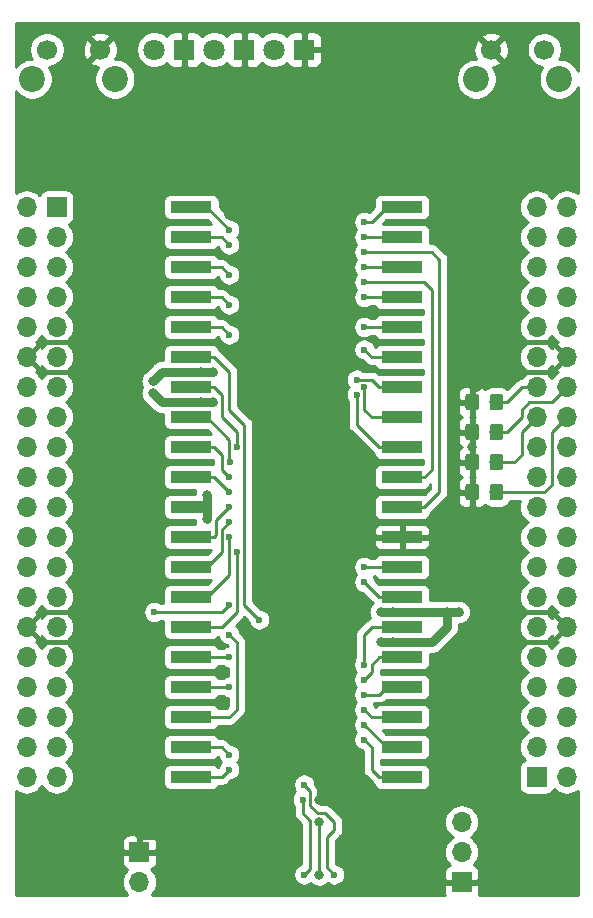
<source format=gbl>
G04 #@! TF.GenerationSoftware,KiCad,Pcbnew,5.1.4-e60b266~84~ubuntu18.04.1*
G04 #@! TF.CreationDate,2019-09-22T15:50:52+01:00*
G04 #@! TF.ProjectId,z80_adapter,7a38305f-6164-4617-9074-65722e6b6963,rev?*
G04 #@! TF.SameCoordinates,PX9fdfbc0PY791ddc0*
G04 #@! TF.FileFunction,Copper,L2,Bot*
G04 #@! TF.FilePolarity,Positive*
%FSLAX46Y46*%
G04 Gerber Fmt 4.6, Leading zero omitted, Abs format (unit mm)*
G04 Created by KiCad (PCBNEW 5.1.4-e60b266~84~ubuntu18.04.1) date 2019-09-22 15:50:52*
%MOMM*%
%LPD*%
G04 APERTURE LIST*
%ADD10R,3.500000X1.000000*%
%ADD11C,0.100000*%
%ADD12C,1.150000*%
%ADD13O,1.700000X1.700000*%
%ADD14R,1.700000X1.700000*%
%ADD15C,2.200000*%
%ADD16C,1.700000*%
%ADD17C,1.800000*%
%ADD18R,1.800000X1.800000*%
%ADD19C,0.800000*%
%ADD20C,0.600000*%
%ADD21C,0.400000*%
%ADD22C,0.250000*%
%ADD23C,0.800000*%
%ADD24C,0.254000*%
G04 APERTURE END LIST*
D10*
X34320000Y60960000D03*
X34320000Y58420000D03*
X34320000Y55880000D03*
X34320000Y53340000D03*
X34320000Y50800000D03*
X34320000Y48260000D03*
X34320000Y45720000D03*
X34320000Y43180000D03*
X34320000Y40640000D03*
X34320000Y38100000D03*
X34320000Y35560000D03*
X34320000Y33020000D03*
X34320000Y30480000D03*
X34320000Y27940000D03*
X34320000Y25400000D03*
X34320000Y22860000D03*
X34320000Y20320000D03*
X34320000Y17780000D03*
X34320000Y15240000D03*
X16480000Y12700000D03*
X16480000Y15240000D03*
X16480000Y17780000D03*
X16480000Y20320000D03*
X16480000Y22860000D03*
X16480000Y25400000D03*
X16480000Y27940000D03*
X16480000Y30480000D03*
X16480000Y33020000D03*
X16480000Y35560000D03*
X16480000Y38100000D03*
X16480000Y40640000D03*
X16480000Y43180000D03*
X16480000Y45720000D03*
X16480000Y48260000D03*
X16480000Y50800000D03*
X16480000Y53340000D03*
X16480000Y55880000D03*
X16480000Y58420000D03*
X16480000Y60960000D03*
X34320000Y12700000D03*
D11*
G36*
X42649505Y45148796D02*
G01*
X42673773Y45145196D01*
X42697572Y45139235D01*
X42720671Y45130970D01*
X42742850Y45120480D01*
X42763893Y45107868D01*
X42783599Y45093253D01*
X42801777Y45076777D01*
X42818253Y45058599D01*
X42832868Y45038893D01*
X42845480Y45017850D01*
X42855970Y44995671D01*
X42864235Y44972572D01*
X42870196Y44948773D01*
X42873796Y44924505D01*
X42875000Y44900001D01*
X42875000Y43999999D01*
X42873796Y43975495D01*
X42870196Y43951227D01*
X42864235Y43927428D01*
X42855970Y43904329D01*
X42845480Y43882150D01*
X42832868Y43861107D01*
X42818253Y43841401D01*
X42801777Y43823223D01*
X42783599Y43806747D01*
X42763893Y43792132D01*
X42742850Y43779520D01*
X42720671Y43769030D01*
X42697572Y43760765D01*
X42673773Y43754804D01*
X42649505Y43751204D01*
X42625001Y43750000D01*
X41974999Y43750000D01*
X41950495Y43751204D01*
X41926227Y43754804D01*
X41902428Y43760765D01*
X41879329Y43769030D01*
X41857150Y43779520D01*
X41836107Y43792132D01*
X41816401Y43806747D01*
X41798223Y43823223D01*
X41781747Y43841401D01*
X41767132Y43861107D01*
X41754520Y43882150D01*
X41744030Y43904329D01*
X41735765Y43927428D01*
X41729804Y43951227D01*
X41726204Y43975495D01*
X41725000Y43999999D01*
X41725000Y44900001D01*
X41726204Y44924505D01*
X41729804Y44948773D01*
X41735765Y44972572D01*
X41744030Y44995671D01*
X41754520Y45017850D01*
X41767132Y45038893D01*
X41781747Y45058599D01*
X41798223Y45076777D01*
X41816401Y45093253D01*
X41836107Y45107868D01*
X41857150Y45120480D01*
X41879329Y45130970D01*
X41902428Y45139235D01*
X41926227Y45145196D01*
X41950495Y45148796D01*
X41974999Y45150000D01*
X42625001Y45150000D01*
X42649505Y45148796D01*
X42649505Y45148796D01*
G37*
D12*
X42300000Y44450000D03*
D11*
G36*
X40599505Y45148796D02*
G01*
X40623773Y45145196D01*
X40647572Y45139235D01*
X40670671Y45130970D01*
X40692850Y45120480D01*
X40713893Y45107868D01*
X40733599Y45093253D01*
X40751777Y45076777D01*
X40768253Y45058599D01*
X40782868Y45038893D01*
X40795480Y45017850D01*
X40805970Y44995671D01*
X40814235Y44972572D01*
X40820196Y44948773D01*
X40823796Y44924505D01*
X40825000Y44900001D01*
X40825000Y43999999D01*
X40823796Y43975495D01*
X40820196Y43951227D01*
X40814235Y43927428D01*
X40805970Y43904329D01*
X40795480Y43882150D01*
X40782868Y43861107D01*
X40768253Y43841401D01*
X40751777Y43823223D01*
X40733599Y43806747D01*
X40713893Y43792132D01*
X40692850Y43779520D01*
X40670671Y43769030D01*
X40647572Y43760765D01*
X40623773Y43754804D01*
X40599505Y43751204D01*
X40575001Y43750000D01*
X39924999Y43750000D01*
X39900495Y43751204D01*
X39876227Y43754804D01*
X39852428Y43760765D01*
X39829329Y43769030D01*
X39807150Y43779520D01*
X39786107Y43792132D01*
X39766401Y43806747D01*
X39748223Y43823223D01*
X39731747Y43841401D01*
X39717132Y43861107D01*
X39704520Y43882150D01*
X39694030Y43904329D01*
X39685765Y43927428D01*
X39679804Y43951227D01*
X39676204Y43975495D01*
X39675000Y43999999D01*
X39675000Y44900001D01*
X39676204Y44924505D01*
X39679804Y44948773D01*
X39685765Y44972572D01*
X39694030Y44995671D01*
X39704520Y45017850D01*
X39717132Y45038893D01*
X39731747Y45058599D01*
X39748223Y45076777D01*
X39766401Y45093253D01*
X39786107Y45107868D01*
X39807150Y45120480D01*
X39829329Y45130970D01*
X39852428Y45139235D01*
X39876227Y45145196D01*
X39900495Y45148796D01*
X39924999Y45150000D01*
X40575001Y45150000D01*
X40599505Y45148796D01*
X40599505Y45148796D01*
G37*
D12*
X40250000Y44450000D03*
D11*
G36*
X42649505Y42608796D02*
G01*
X42673773Y42605196D01*
X42697572Y42599235D01*
X42720671Y42590970D01*
X42742850Y42580480D01*
X42763893Y42567868D01*
X42783599Y42553253D01*
X42801777Y42536777D01*
X42818253Y42518599D01*
X42832868Y42498893D01*
X42845480Y42477850D01*
X42855970Y42455671D01*
X42864235Y42432572D01*
X42870196Y42408773D01*
X42873796Y42384505D01*
X42875000Y42360001D01*
X42875000Y41459999D01*
X42873796Y41435495D01*
X42870196Y41411227D01*
X42864235Y41387428D01*
X42855970Y41364329D01*
X42845480Y41342150D01*
X42832868Y41321107D01*
X42818253Y41301401D01*
X42801777Y41283223D01*
X42783599Y41266747D01*
X42763893Y41252132D01*
X42742850Y41239520D01*
X42720671Y41229030D01*
X42697572Y41220765D01*
X42673773Y41214804D01*
X42649505Y41211204D01*
X42625001Y41210000D01*
X41974999Y41210000D01*
X41950495Y41211204D01*
X41926227Y41214804D01*
X41902428Y41220765D01*
X41879329Y41229030D01*
X41857150Y41239520D01*
X41836107Y41252132D01*
X41816401Y41266747D01*
X41798223Y41283223D01*
X41781747Y41301401D01*
X41767132Y41321107D01*
X41754520Y41342150D01*
X41744030Y41364329D01*
X41735765Y41387428D01*
X41729804Y41411227D01*
X41726204Y41435495D01*
X41725000Y41459999D01*
X41725000Y42360001D01*
X41726204Y42384505D01*
X41729804Y42408773D01*
X41735765Y42432572D01*
X41744030Y42455671D01*
X41754520Y42477850D01*
X41767132Y42498893D01*
X41781747Y42518599D01*
X41798223Y42536777D01*
X41816401Y42553253D01*
X41836107Y42567868D01*
X41857150Y42580480D01*
X41879329Y42590970D01*
X41902428Y42599235D01*
X41926227Y42605196D01*
X41950495Y42608796D01*
X41974999Y42610000D01*
X42625001Y42610000D01*
X42649505Y42608796D01*
X42649505Y42608796D01*
G37*
D12*
X42300000Y41910000D03*
D11*
G36*
X40599505Y42608796D02*
G01*
X40623773Y42605196D01*
X40647572Y42599235D01*
X40670671Y42590970D01*
X40692850Y42580480D01*
X40713893Y42567868D01*
X40733599Y42553253D01*
X40751777Y42536777D01*
X40768253Y42518599D01*
X40782868Y42498893D01*
X40795480Y42477850D01*
X40805970Y42455671D01*
X40814235Y42432572D01*
X40820196Y42408773D01*
X40823796Y42384505D01*
X40825000Y42360001D01*
X40825000Y41459999D01*
X40823796Y41435495D01*
X40820196Y41411227D01*
X40814235Y41387428D01*
X40805970Y41364329D01*
X40795480Y41342150D01*
X40782868Y41321107D01*
X40768253Y41301401D01*
X40751777Y41283223D01*
X40733599Y41266747D01*
X40713893Y41252132D01*
X40692850Y41239520D01*
X40670671Y41229030D01*
X40647572Y41220765D01*
X40623773Y41214804D01*
X40599505Y41211204D01*
X40575001Y41210000D01*
X39924999Y41210000D01*
X39900495Y41211204D01*
X39876227Y41214804D01*
X39852428Y41220765D01*
X39829329Y41229030D01*
X39807150Y41239520D01*
X39786107Y41252132D01*
X39766401Y41266747D01*
X39748223Y41283223D01*
X39731747Y41301401D01*
X39717132Y41321107D01*
X39704520Y41342150D01*
X39694030Y41364329D01*
X39685765Y41387428D01*
X39679804Y41411227D01*
X39676204Y41435495D01*
X39675000Y41459999D01*
X39675000Y42360001D01*
X39676204Y42384505D01*
X39679804Y42408773D01*
X39685765Y42432572D01*
X39694030Y42455671D01*
X39704520Y42477850D01*
X39717132Y42498893D01*
X39731747Y42518599D01*
X39748223Y42536777D01*
X39766401Y42553253D01*
X39786107Y42567868D01*
X39807150Y42580480D01*
X39829329Y42590970D01*
X39852428Y42599235D01*
X39876227Y42605196D01*
X39900495Y42608796D01*
X39924999Y42610000D01*
X40575001Y42610000D01*
X40599505Y42608796D01*
X40599505Y42608796D01*
G37*
D12*
X40250000Y41910000D03*
D11*
G36*
X42649505Y40068796D02*
G01*
X42673773Y40065196D01*
X42697572Y40059235D01*
X42720671Y40050970D01*
X42742850Y40040480D01*
X42763893Y40027868D01*
X42783599Y40013253D01*
X42801777Y39996777D01*
X42818253Y39978599D01*
X42832868Y39958893D01*
X42845480Y39937850D01*
X42855970Y39915671D01*
X42864235Y39892572D01*
X42870196Y39868773D01*
X42873796Y39844505D01*
X42875000Y39820001D01*
X42875000Y38919999D01*
X42873796Y38895495D01*
X42870196Y38871227D01*
X42864235Y38847428D01*
X42855970Y38824329D01*
X42845480Y38802150D01*
X42832868Y38781107D01*
X42818253Y38761401D01*
X42801777Y38743223D01*
X42783599Y38726747D01*
X42763893Y38712132D01*
X42742850Y38699520D01*
X42720671Y38689030D01*
X42697572Y38680765D01*
X42673773Y38674804D01*
X42649505Y38671204D01*
X42625001Y38670000D01*
X41974999Y38670000D01*
X41950495Y38671204D01*
X41926227Y38674804D01*
X41902428Y38680765D01*
X41879329Y38689030D01*
X41857150Y38699520D01*
X41836107Y38712132D01*
X41816401Y38726747D01*
X41798223Y38743223D01*
X41781747Y38761401D01*
X41767132Y38781107D01*
X41754520Y38802150D01*
X41744030Y38824329D01*
X41735765Y38847428D01*
X41729804Y38871227D01*
X41726204Y38895495D01*
X41725000Y38919999D01*
X41725000Y39820001D01*
X41726204Y39844505D01*
X41729804Y39868773D01*
X41735765Y39892572D01*
X41744030Y39915671D01*
X41754520Y39937850D01*
X41767132Y39958893D01*
X41781747Y39978599D01*
X41798223Y39996777D01*
X41816401Y40013253D01*
X41836107Y40027868D01*
X41857150Y40040480D01*
X41879329Y40050970D01*
X41902428Y40059235D01*
X41926227Y40065196D01*
X41950495Y40068796D01*
X41974999Y40070000D01*
X42625001Y40070000D01*
X42649505Y40068796D01*
X42649505Y40068796D01*
G37*
D12*
X42300000Y39370000D03*
D11*
G36*
X40599505Y40068796D02*
G01*
X40623773Y40065196D01*
X40647572Y40059235D01*
X40670671Y40050970D01*
X40692850Y40040480D01*
X40713893Y40027868D01*
X40733599Y40013253D01*
X40751777Y39996777D01*
X40768253Y39978599D01*
X40782868Y39958893D01*
X40795480Y39937850D01*
X40805970Y39915671D01*
X40814235Y39892572D01*
X40820196Y39868773D01*
X40823796Y39844505D01*
X40825000Y39820001D01*
X40825000Y38919999D01*
X40823796Y38895495D01*
X40820196Y38871227D01*
X40814235Y38847428D01*
X40805970Y38824329D01*
X40795480Y38802150D01*
X40782868Y38781107D01*
X40768253Y38761401D01*
X40751777Y38743223D01*
X40733599Y38726747D01*
X40713893Y38712132D01*
X40692850Y38699520D01*
X40670671Y38689030D01*
X40647572Y38680765D01*
X40623773Y38674804D01*
X40599505Y38671204D01*
X40575001Y38670000D01*
X39924999Y38670000D01*
X39900495Y38671204D01*
X39876227Y38674804D01*
X39852428Y38680765D01*
X39829329Y38689030D01*
X39807150Y38699520D01*
X39786107Y38712132D01*
X39766401Y38726747D01*
X39748223Y38743223D01*
X39731747Y38761401D01*
X39717132Y38781107D01*
X39704520Y38802150D01*
X39694030Y38824329D01*
X39685765Y38847428D01*
X39679804Y38871227D01*
X39676204Y38895495D01*
X39675000Y38919999D01*
X39675000Y39820001D01*
X39676204Y39844505D01*
X39679804Y39868773D01*
X39685765Y39892572D01*
X39694030Y39915671D01*
X39704520Y39937850D01*
X39717132Y39958893D01*
X39731747Y39978599D01*
X39748223Y39996777D01*
X39766401Y40013253D01*
X39786107Y40027868D01*
X39807150Y40040480D01*
X39829329Y40050970D01*
X39852428Y40059235D01*
X39876227Y40065196D01*
X39900495Y40068796D01*
X39924999Y40070000D01*
X40575001Y40070000D01*
X40599505Y40068796D01*
X40599505Y40068796D01*
G37*
D12*
X40250000Y39370000D03*
D11*
G36*
X42649505Y37528796D02*
G01*
X42673773Y37525196D01*
X42697572Y37519235D01*
X42720671Y37510970D01*
X42742850Y37500480D01*
X42763893Y37487868D01*
X42783599Y37473253D01*
X42801777Y37456777D01*
X42818253Y37438599D01*
X42832868Y37418893D01*
X42845480Y37397850D01*
X42855970Y37375671D01*
X42864235Y37352572D01*
X42870196Y37328773D01*
X42873796Y37304505D01*
X42875000Y37280001D01*
X42875000Y36379999D01*
X42873796Y36355495D01*
X42870196Y36331227D01*
X42864235Y36307428D01*
X42855970Y36284329D01*
X42845480Y36262150D01*
X42832868Y36241107D01*
X42818253Y36221401D01*
X42801777Y36203223D01*
X42783599Y36186747D01*
X42763893Y36172132D01*
X42742850Y36159520D01*
X42720671Y36149030D01*
X42697572Y36140765D01*
X42673773Y36134804D01*
X42649505Y36131204D01*
X42625001Y36130000D01*
X41974999Y36130000D01*
X41950495Y36131204D01*
X41926227Y36134804D01*
X41902428Y36140765D01*
X41879329Y36149030D01*
X41857150Y36159520D01*
X41836107Y36172132D01*
X41816401Y36186747D01*
X41798223Y36203223D01*
X41781747Y36221401D01*
X41767132Y36241107D01*
X41754520Y36262150D01*
X41744030Y36284329D01*
X41735765Y36307428D01*
X41729804Y36331227D01*
X41726204Y36355495D01*
X41725000Y36379999D01*
X41725000Y37280001D01*
X41726204Y37304505D01*
X41729804Y37328773D01*
X41735765Y37352572D01*
X41744030Y37375671D01*
X41754520Y37397850D01*
X41767132Y37418893D01*
X41781747Y37438599D01*
X41798223Y37456777D01*
X41816401Y37473253D01*
X41836107Y37487868D01*
X41857150Y37500480D01*
X41879329Y37510970D01*
X41902428Y37519235D01*
X41926227Y37525196D01*
X41950495Y37528796D01*
X41974999Y37530000D01*
X42625001Y37530000D01*
X42649505Y37528796D01*
X42649505Y37528796D01*
G37*
D12*
X42300000Y36830000D03*
D11*
G36*
X40599505Y37528796D02*
G01*
X40623773Y37525196D01*
X40647572Y37519235D01*
X40670671Y37510970D01*
X40692850Y37500480D01*
X40713893Y37487868D01*
X40733599Y37473253D01*
X40751777Y37456777D01*
X40768253Y37438599D01*
X40782868Y37418893D01*
X40795480Y37397850D01*
X40805970Y37375671D01*
X40814235Y37352572D01*
X40820196Y37328773D01*
X40823796Y37304505D01*
X40825000Y37280001D01*
X40825000Y36379999D01*
X40823796Y36355495D01*
X40820196Y36331227D01*
X40814235Y36307428D01*
X40805970Y36284329D01*
X40795480Y36262150D01*
X40782868Y36241107D01*
X40768253Y36221401D01*
X40751777Y36203223D01*
X40733599Y36186747D01*
X40713893Y36172132D01*
X40692850Y36159520D01*
X40670671Y36149030D01*
X40647572Y36140765D01*
X40623773Y36134804D01*
X40599505Y36131204D01*
X40575001Y36130000D01*
X39924999Y36130000D01*
X39900495Y36131204D01*
X39876227Y36134804D01*
X39852428Y36140765D01*
X39829329Y36149030D01*
X39807150Y36159520D01*
X39786107Y36172132D01*
X39766401Y36186747D01*
X39748223Y36203223D01*
X39731747Y36221401D01*
X39717132Y36241107D01*
X39704520Y36262150D01*
X39694030Y36284329D01*
X39685765Y36307428D01*
X39679804Y36331227D01*
X39676204Y36355495D01*
X39675000Y36379999D01*
X39675000Y37280001D01*
X39676204Y37304505D01*
X39679804Y37328773D01*
X39685765Y37352572D01*
X39694030Y37375671D01*
X39704520Y37397850D01*
X39717132Y37418893D01*
X39731747Y37438599D01*
X39748223Y37456777D01*
X39766401Y37473253D01*
X39786107Y37487868D01*
X39807150Y37500480D01*
X39829329Y37510970D01*
X39852428Y37519235D01*
X39876227Y37525196D01*
X39900495Y37528796D01*
X39924999Y37530000D01*
X40575001Y37530000D01*
X40599505Y37528796D01*
X40599505Y37528796D01*
G37*
D12*
X40250000Y36830000D03*
D13*
X12065000Y3810000D03*
D14*
X12065000Y6350000D03*
D13*
X39370000Y8890000D03*
X39370000Y6350000D03*
D14*
X39370000Y3810000D03*
D15*
X47605000Y71795000D03*
X40605000Y71795000D03*
D16*
X46355000Y74295000D03*
X41855000Y74295000D03*
D15*
X10004500Y71795000D03*
X3004500Y71795000D03*
D16*
X8754500Y74295000D03*
X4254500Y74295000D03*
D17*
X18415000Y74295000D03*
D18*
X20955000Y74295000D03*
D17*
X23495000Y74295000D03*
D18*
X26035000Y74295000D03*
D17*
X13335000Y74295000D03*
D18*
X15875000Y74295000D03*
D13*
X2540000Y12700000D03*
X5080000Y12700000D03*
X2540000Y15240000D03*
X5080000Y15240000D03*
X2540000Y17780000D03*
X5080000Y17780000D03*
X2540000Y20320000D03*
X5080000Y20320000D03*
X2540000Y22860000D03*
X5080000Y22860000D03*
X2540000Y25400000D03*
X5080000Y25400000D03*
X2540000Y27940000D03*
X5080000Y27940000D03*
X2540000Y30480000D03*
X5080000Y30480000D03*
X2540000Y33020000D03*
X5080000Y33020000D03*
X2540000Y35560000D03*
X5080000Y35560000D03*
X2540000Y38100000D03*
X5080000Y38100000D03*
X2540000Y40640000D03*
X5080000Y40640000D03*
X2540000Y43180000D03*
X5080000Y43180000D03*
X2540000Y45720000D03*
X5080000Y45720000D03*
X2540000Y48260000D03*
X5080000Y48260000D03*
X2540000Y50800000D03*
X5080000Y50800000D03*
X2540000Y53340000D03*
X5080000Y53340000D03*
X2540000Y55880000D03*
X5080000Y55880000D03*
X2540000Y58420000D03*
X5080000Y58420000D03*
X2540000Y60960000D03*
D14*
X5080000Y60960000D03*
D13*
X48260000Y60960000D03*
X45720000Y60960000D03*
X48260000Y58420000D03*
X45720000Y58420000D03*
X48260000Y55880000D03*
X45720000Y55880000D03*
X48260000Y53340000D03*
X45720000Y53340000D03*
X48260000Y50800000D03*
X45720000Y50800000D03*
X48260000Y48260000D03*
X45720000Y48260000D03*
X48260000Y45720000D03*
X45720000Y45720000D03*
X48260000Y43180000D03*
X45720000Y43180000D03*
X48260000Y40640000D03*
X45720000Y40640000D03*
X48260000Y38100000D03*
X45720000Y38100000D03*
X48260000Y35560000D03*
X45720000Y35560000D03*
X48260000Y33020000D03*
X45720000Y33020000D03*
X48260000Y30480000D03*
X45720000Y30480000D03*
X48260000Y27940000D03*
X45720000Y27940000D03*
X48260000Y25400000D03*
X45720000Y25400000D03*
X48260000Y22860000D03*
X45720000Y22860000D03*
X48260000Y20320000D03*
X45720000Y20320000D03*
X48260000Y17780000D03*
X45720000Y17780000D03*
X48260000Y15240000D03*
X45720000Y15240000D03*
X48260000Y12700000D03*
D14*
X45720000Y12700000D03*
D19*
X40005000Y29210000D03*
X24130000Y13970000D03*
X26670000Y57785000D03*
X40005000Y47625000D03*
X10795000Y24765000D03*
X20955000Y3810000D03*
X10795000Y61595000D03*
X40640000Y45720000D03*
X27305000Y29210000D03*
X27305000Y30480000D03*
X26670000Y39370000D03*
X23495000Y24765000D03*
X23495000Y23495000D03*
X40259000Y40640000D03*
X27305000Y12065000D03*
X27305000Y10795000D03*
X27305000Y47625000D03*
X19685000Y60325000D03*
X19685000Y61595000D03*
X24130000Y57785000D03*
X42545000Y58928000D03*
X10160000Y26670000D03*
X40005000Y10795000D03*
X11430000Y8890000D03*
X23495000Y43180000D03*
X23495000Y41910000D03*
X24130000Y33020000D03*
X26670000Y21590000D03*
X10160000Y51435000D03*
X9906000Y43180000D03*
X24130000Y50546000D03*
X27305000Y48895000D03*
X40640000Y20955000D03*
D20*
X19685000Y34290000D03*
X19685000Y36830000D03*
X19685000Y38100000D03*
X20320000Y40639994D03*
X19707859Y39392861D03*
X19685000Y35560000D03*
X20320000Y31750000D03*
X19685000Y33020000D03*
D19*
X32512000Y24130000D03*
X32512000Y26670000D03*
X38100000Y26670000D03*
X17272000Y46990000D03*
X18288000Y44450000D03*
X13208000Y45212000D03*
X27305000Y8890000D03*
X27305000Y4445000D03*
X17780000Y34544000D03*
X18288000Y46990000D03*
X17272000Y44450000D03*
X39116000Y26670000D03*
X33528000Y26670000D03*
X33528000Y24130000D03*
X17780000Y36576000D03*
X13208000Y46228000D03*
D20*
X31115000Y57150000D03*
X31115000Y54610000D03*
X30480000Y45085000D03*
X31115000Y45720000D03*
X30480000Y46355000D03*
X31115000Y48895000D03*
X31115000Y50800000D03*
X31115000Y53340000D03*
X31115000Y55880000D03*
X31115000Y58420000D03*
X31115000Y59690000D03*
X19685000Y59055000D03*
X19685000Y57785000D03*
X19685000Y55245000D03*
X19685000Y52705000D03*
X19685000Y50165000D03*
X26035000Y12065000D03*
X28575000Y4445000D03*
X26035000Y4445000D03*
X25908000Y10795000D03*
X19685000Y27305000D03*
X13335000Y26670000D03*
X31115000Y30480000D03*
X31115000Y29210000D03*
X31115000Y22225000D03*
X31115000Y20955000D03*
X31115000Y19685000D03*
X31115000Y18415000D03*
X31115000Y17145000D03*
X19685000Y13335000D03*
X19685000Y14605000D03*
X19685000Y24765000D03*
X19685000Y20320000D03*
X19685000Y22860000D03*
X22225000Y26035000D03*
X31115000Y15875000D03*
D21*
X2540000Y48260000D02*
X3810000Y49530000D01*
X7302500Y48577500D02*
X7620000Y48895000D01*
X6350000Y49530000D02*
X7302500Y48577500D01*
X3810000Y49530000D02*
X6350000Y49530000D01*
X2540000Y25400000D02*
X3810000Y26670000D01*
X3810000Y26670000D02*
X7620000Y26670000D01*
X7620000Y24130000D02*
X7620000Y26670000D01*
X2540000Y25400000D02*
X3810000Y24130000D01*
X3810000Y24130000D02*
X7620000Y24130000D01*
X42545000Y46990000D02*
X46990000Y46990000D01*
X46990000Y46990000D02*
X48260000Y48260000D01*
X48260000Y48260000D02*
X46990000Y49530000D01*
X46990000Y49530000D02*
X42545000Y49530000D01*
X7620000Y48895000D02*
X6985000Y48260000D01*
X6985000Y48260000D02*
X6985000Y46990000D01*
X3810000Y46990000D02*
X2540000Y48260000D01*
X6985000Y46990000D02*
X3810000Y46990000D01*
X42545000Y49530000D02*
X42545000Y46990000D01*
X48260000Y25400000D02*
X46990000Y24130000D01*
X46990000Y24130000D02*
X43180000Y24130000D01*
X48260000Y25400000D02*
X46990000Y26670000D01*
X46990000Y26670000D02*
X43180000Y26670000D01*
X41910000Y29210000D02*
X40005000Y29210000D01*
X43180000Y26670000D02*
X43180000Y27940000D01*
X43180000Y27940000D02*
X41910000Y29210000D01*
X43180000Y24130000D02*
X43180000Y26670000D01*
X12065000Y7620000D02*
X12065000Y6350000D01*
X10795000Y24130000D02*
X7620000Y24130000D01*
X10795000Y24765000D02*
X10795000Y24130000D01*
X20955000Y7620000D02*
X20955000Y3810000D01*
X12065000Y7620000D02*
X24130000Y7620000D01*
X40640000Y45720000D02*
X40640000Y47625000D01*
X40640000Y47625000D02*
X40005000Y47625000D01*
X42545000Y47625000D02*
X40640000Y47625000D01*
X26670000Y48260000D02*
X27305000Y48260000D01*
X24130000Y57785000D02*
X26670000Y57785000D01*
X27305000Y29210000D02*
X27305000Y30480000D01*
X26670000Y39370000D02*
X24130000Y39370000D01*
X23495000Y24765000D02*
X23495000Y23495000D01*
X23495000Y25400000D02*
X27305000Y29210000D01*
X23495000Y24765000D02*
X23495000Y25400000D01*
X40250000Y40649000D02*
X40250000Y41910000D01*
X40259000Y40640000D02*
X40250000Y40649000D01*
X40250000Y40631000D02*
X40250000Y39370000D01*
X40259000Y40640000D02*
X40250000Y40631000D01*
X24130000Y13970000D02*
X24130000Y7620000D01*
X24130000Y13970000D02*
X24130000Y21590000D01*
X23495000Y23495000D02*
X23495000Y22225000D01*
X23495000Y22225000D02*
X24130000Y21590000D01*
X19685000Y60325000D02*
X19685000Y61595000D01*
X42545000Y58928000D02*
X42545000Y49530000D01*
X10795000Y26670000D02*
X10795000Y24765000D01*
X10160000Y26670000D02*
X10795000Y26670000D01*
X39370000Y3810000D02*
X40005000Y3810000D01*
X39370000Y3810000D02*
X41275000Y3810000D01*
X41275000Y3810000D02*
X41275000Y10795000D01*
X41275000Y10795000D02*
X40005000Y10795000D01*
X11430000Y8890000D02*
X11430000Y8255000D01*
X11430000Y8255000D02*
X12065000Y7620000D01*
X23495000Y45085000D02*
X26670000Y48260000D01*
X23495000Y43180000D02*
X23495000Y45085000D01*
X23495000Y41910000D02*
X23495000Y43180000D01*
X24130000Y41275000D02*
X23495000Y41910000D01*
X24130000Y39370000D02*
X24130000Y41275000D01*
X27305000Y10795000D02*
X27305000Y12065000D01*
X24130000Y13970000D02*
X27305000Y13970000D01*
X27305000Y13970000D02*
X27305000Y12065000D01*
X24130000Y33020000D02*
X24130000Y39370000D01*
X26035000Y30480000D02*
X27305000Y30480000D01*
X24130000Y33020000D02*
X26035000Y30480000D01*
X26670000Y21590000D02*
X24130000Y21590000D01*
X10160000Y60960000D02*
X10795000Y61595000D01*
X10160000Y51435000D02*
X10160000Y60960000D01*
X10160000Y51435000D02*
X7620000Y48895000D01*
X7620000Y46355000D02*
X6985000Y46990000D01*
X9906000Y43180000D02*
X7620000Y45466000D01*
X7620000Y45466000D02*
X7620000Y46355000D01*
X24130000Y50546000D02*
X24130000Y57785000D01*
X26416000Y48260000D02*
X26670000Y48260000D01*
X24130000Y50546000D02*
X26416000Y48260000D01*
X27305000Y47625000D02*
X27305000Y48895000D01*
X43180000Y23495000D02*
X43180000Y24130000D01*
X40640000Y20955000D02*
X43180000Y23495000D01*
D22*
X19050000Y31750000D02*
X19050000Y33655000D01*
X17780000Y30480000D02*
X19050000Y31750000D01*
X19050000Y33655000D02*
X19685000Y34290000D01*
X17780000Y38100000D02*
X18415000Y38100000D01*
X18415000Y38100000D02*
X19685000Y36830000D01*
X19050000Y38735000D02*
X19685000Y38100000D01*
X17780000Y40640000D02*
X18415000Y40640000D01*
X18415000Y40640000D02*
X19050000Y40005000D01*
X19050000Y40005000D02*
X19050000Y38735000D01*
X19050000Y43180000D02*
X20320000Y41910000D01*
X19050000Y45085000D02*
X19050000Y43180000D01*
X20320000Y41910000D02*
X20320000Y40639994D01*
X17780000Y45720000D02*
X18415000Y45720000D01*
X18415000Y45720000D02*
X19050000Y45085000D01*
X19685000Y39415720D02*
X19707859Y39392861D01*
X17780000Y43180000D02*
X19685000Y41275000D01*
X19685000Y41275000D02*
X19685000Y39415720D01*
X17780000Y33020000D02*
X18415000Y33020000D01*
X18599990Y34474990D02*
X19685000Y35560000D01*
X18599990Y33204990D02*
X18599990Y34474990D01*
X18415000Y33020000D02*
X18599990Y33204990D01*
X20320000Y31750000D02*
X20320000Y26670000D01*
X19050000Y25400000D02*
X17780000Y25400000D01*
X20320000Y26670000D02*
X19050000Y25400000D01*
X19685000Y29845000D02*
X19685000Y33020000D01*
X17780000Y27940000D02*
X19685000Y29845000D01*
X27305000Y4445000D02*
X27305000Y8890000D01*
D23*
X17780000Y34544000D02*
X17780000Y35560000D01*
X38100000Y26670000D02*
X39116000Y26670000D01*
X38100000Y26670000D02*
X32512000Y26670000D01*
X36830000Y24130000D02*
X32512000Y24130000D01*
X38100000Y26670000D02*
X38100000Y25400000D01*
X38100000Y25400000D02*
X36830000Y24130000D01*
X17780000Y35560000D02*
X17780000Y36576000D01*
X13970000Y44450000D02*
X18288000Y44450000D01*
X18288000Y46990000D02*
X13970000Y46990000D01*
X13970000Y46990000D02*
X13208000Y46228000D01*
X13208000Y45212000D02*
X13970000Y44450000D01*
D22*
X36195000Y35560000D02*
X33020000Y35560000D01*
X37465000Y36830000D02*
X36195000Y35560000D01*
X31115000Y57150000D02*
X36830000Y57150000D01*
X37465000Y56515000D02*
X37465000Y36830000D01*
X36830000Y57150000D02*
X37465000Y56515000D01*
X36830000Y38735000D02*
X36195000Y38100000D01*
X31115000Y54610000D02*
X36195000Y54610000D01*
X36195000Y38100000D02*
X33020000Y38100000D01*
X36830000Y53975000D02*
X36830000Y38735000D01*
X36195000Y54610000D02*
X36830000Y53975000D01*
X32385000Y40640000D02*
X33020000Y40640000D01*
X30480000Y45085000D02*
X30480000Y42545000D01*
X30480000Y42545000D02*
X32385000Y40640000D01*
X31750000Y43180000D02*
X33020000Y43180000D01*
X31115000Y45720000D02*
X31115000Y43815000D01*
X31115000Y43815000D02*
X31750000Y43180000D01*
X32385000Y45720000D02*
X33020000Y45720000D01*
X31750000Y46355000D02*
X32385000Y45720000D01*
X30480000Y46355000D02*
X31750000Y46355000D01*
X33020000Y48260000D02*
X31750000Y48260000D01*
X31115000Y48895000D02*
X31750000Y48260000D01*
X31115000Y50800000D02*
X33020000Y50800000D01*
X31115000Y53340000D02*
X33020000Y53340000D01*
X33020000Y55880000D02*
X31115000Y55880000D01*
X31115000Y58420000D02*
X33020000Y58420000D01*
X31750000Y59690000D02*
X33020000Y60960000D01*
X31115000Y59690000D02*
X31750000Y59690000D01*
X19685000Y59055000D02*
X17780000Y60960000D01*
X19050000Y58420000D02*
X17780000Y58420000D01*
X19685000Y57785000D02*
X19050000Y58420000D01*
X19050000Y55880000D02*
X17780000Y55880000D01*
X19685000Y55245000D02*
X19050000Y55880000D01*
X19050000Y53340000D02*
X17780000Y53340000D01*
X19685000Y52705000D02*
X19050000Y53340000D01*
X19050000Y50800000D02*
X17780000Y50800000D01*
X19685000Y50165000D02*
X19050000Y50800000D01*
X27940000Y5080000D02*
X28575000Y4445000D01*
X27940000Y7620000D02*
X27940000Y5080000D01*
X28575000Y8255000D02*
X27940000Y7620000D01*
X26543000Y11557000D02*
X26543000Y10287000D01*
X26035000Y12065000D02*
X26543000Y11557000D01*
X26543000Y10287000D02*
X27178000Y9652000D01*
X27178000Y9652000D02*
X27813000Y9652000D01*
X27813000Y9652000D02*
X28575000Y8890000D01*
X28575000Y8890000D02*
X28575000Y8255000D01*
X26543000Y4953000D02*
X26035000Y4445000D01*
X26543000Y9017000D02*
X26543000Y4953000D01*
X25908000Y10795000D02*
X25908000Y9652000D01*
X25908000Y9652000D02*
X26543000Y9017000D01*
X19050000Y26670000D02*
X19685000Y27305000D01*
X13335000Y26670000D02*
X19050000Y26670000D01*
X45720000Y45720000D02*
X44450000Y45720000D01*
X43180000Y44450000D02*
X42300000Y44450000D01*
X44450000Y45720000D02*
X43180000Y44450000D01*
X46990000Y44450000D02*
X48260000Y45720000D01*
X45085000Y44450000D02*
X46990000Y44450000D01*
X44450000Y43815000D02*
X45085000Y44450000D01*
X42300000Y41910000D02*
X43180000Y41910000D01*
X44450000Y43180000D02*
X44450000Y43815000D01*
X43180000Y41910000D02*
X44450000Y43180000D01*
X43815000Y39370000D02*
X42300000Y39370000D01*
X45720000Y43180000D02*
X44450000Y41910000D01*
X44450000Y40005000D02*
X43815000Y39370000D01*
X44450000Y41910000D02*
X44450000Y40005000D01*
X46990000Y41910000D02*
X48260000Y43180000D01*
X46990000Y37465000D02*
X46990000Y41910000D01*
X42300000Y36830000D02*
X46355000Y36830000D01*
X46355000Y36830000D02*
X46990000Y37465000D01*
X33020000Y30480000D02*
X31115000Y30480000D01*
X31115000Y29210000D02*
X32385000Y27940000D01*
X32385000Y27940000D02*
X33020000Y27940000D01*
X31750000Y25400000D02*
X33020000Y25400000D01*
X31115000Y24765000D02*
X31750000Y25400000D01*
X31115000Y22225000D02*
X31115000Y24765000D01*
X31115000Y20955000D02*
X31750000Y21590000D01*
X31750000Y21590000D02*
X31750000Y22225000D01*
X31750000Y22225000D02*
X32385000Y22860000D01*
X32385000Y22860000D02*
X33020000Y22860000D01*
X32385000Y19685000D02*
X33020000Y20320000D01*
X31115000Y19685000D02*
X32385000Y19685000D01*
X31750000Y17780000D02*
X33020000Y17780000D01*
X31115000Y18415000D02*
X31750000Y17780000D01*
X31115000Y17145000D02*
X33020000Y15240000D01*
X19050000Y12700000D02*
X19685000Y13335000D01*
X17780000Y12700000D02*
X19050000Y12700000D01*
X19050000Y15240000D02*
X17780000Y15240000D01*
X19685000Y14605000D02*
X19050000Y15240000D01*
X17780000Y17780000D02*
X19685000Y17780000D01*
X19685000Y17780000D02*
X20320000Y18415000D01*
X20320000Y18415000D02*
X20320000Y24130000D01*
X20320000Y24130000D02*
X19685000Y24765000D01*
X17780000Y20320000D02*
X19685000Y20320000D01*
X19685000Y22860000D02*
X17780000Y22860000D01*
X20955000Y42545000D02*
X20955000Y27305000D01*
X19685000Y43815000D02*
X20955000Y42545000D01*
X20955000Y27305000D02*
X22225000Y26035000D01*
X19685000Y46990000D02*
X19685000Y43815000D01*
X17780000Y48260000D02*
X18415000Y48260000D01*
X18415000Y48260000D02*
X19685000Y46990000D01*
X32385000Y12700000D02*
X33020000Y12700000D01*
X31750000Y13335000D02*
X32385000Y12700000D01*
X31750000Y15240000D02*
X31750000Y13335000D01*
X31115000Y15875000D02*
X31750000Y15240000D01*
D24*
G36*
X49201000Y72475689D02*
G01*
X49142537Y72616831D01*
X48952663Y72900998D01*
X48710998Y73142663D01*
X48426831Y73332537D01*
X48111081Y73463325D01*
X47775883Y73530000D01*
X47629838Y73530000D01*
X47670990Y73591589D01*
X47782932Y73861842D01*
X47840000Y74148740D01*
X47840000Y74441260D01*
X47782932Y74728158D01*
X47670990Y74998411D01*
X47508475Y75241632D01*
X47301632Y75448475D01*
X47058411Y75610990D01*
X46788158Y75722932D01*
X46501260Y75780000D01*
X46208740Y75780000D01*
X45921842Y75722932D01*
X45651589Y75610990D01*
X45408368Y75448475D01*
X45201525Y75241632D01*
X45039010Y74998411D01*
X44927068Y74728158D01*
X44870000Y74441260D01*
X44870000Y74148740D01*
X44927068Y73861842D01*
X45039010Y73591589D01*
X45201525Y73348368D01*
X45408368Y73141525D01*
X45651589Y72979010D01*
X45921842Y72867068D01*
X46197966Y72812143D01*
X46067463Y72616831D01*
X45936675Y72301081D01*
X45870000Y71965883D01*
X45870000Y71624117D01*
X45936675Y71288919D01*
X46067463Y70973169D01*
X46257337Y70689002D01*
X46499002Y70447337D01*
X46783169Y70257463D01*
X47098919Y70126675D01*
X47434117Y70060000D01*
X47775883Y70060000D01*
X48111081Y70126675D01*
X48426831Y70257463D01*
X48710998Y70447337D01*
X48952663Y70689002D01*
X49142537Y70973169D01*
X49201000Y71114311D01*
X49201000Y62108801D01*
X49089014Y62200706D01*
X48831034Y62338599D01*
X48551111Y62423513D01*
X48332950Y62445000D01*
X48187050Y62445000D01*
X47968889Y62423513D01*
X47688966Y62338599D01*
X47430986Y62200706D01*
X47204866Y62015134D01*
X47019294Y61789014D01*
X46990000Y61734209D01*
X46960706Y61789014D01*
X46775134Y62015134D01*
X46549014Y62200706D01*
X46291034Y62338599D01*
X46011111Y62423513D01*
X45792950Y62445000D01*
X45647050Y62445000D01*
X45428889Y62423513D01*
X45148966Y62338599D01*
X44890986Y62200706D01*
X44664866Y62015134D01*
X44479294Y61789014D01*
X44341401Y61531034D01*
X44256487Y61251111D01*
X44227815Y60960000D01*
X44256487Y60668889D01*
X44341401Y60388966D01*
X44479294Y60130986D01*
X44664866Y59904866D01*
X44890986Y59719294D01*
X44945791Y59690000D01*
X44890986Y59660706D01*
X44664866Y59475134D01*
X44479294Y59249014D01*
X44341401Y58991034D01*
X44256487Y58711111D01*
X44227815Y58420000D01*
X44256487Y58128889D01*
X44341401Y57848966D01*
X44479294Y57590986D01*
X44664866Y57364866D01*
X44890986Y57179294D01*
X44945791Y57150000D01*
X44890986Y57120706D01*
X44664866Y56935134D01*
X44479294Y56709014D01*
X44341401Y56451034D01*
X44256487Y56171111D01*
X44227815Y55880000D01*
X44256487Y55588889D01*
X44341401Y55308966D01*
X44479294Y55050986D01*
X44664866Y54824866D01*
X44890986Y54639294D01*
X44945791Y54610000D01*
X44890986Y54580706D01*
X44664866Y54395134D01*
X44479294Y54169014D01*
X44341401Y53911034D01*
X44256487Y53631111D01*
X44227815Y53340000D01*
X44256487Y53048889D01*
X44341401Y52768966D01*
X44479294Y52510986D01*
X44664866Y52284866D01*
X44890986Y52099294D01*
X44945791Y52070000D01*
X44890986Y52040706D01*
X44664866Y51855134D01*
X44479294Y51629014D01*
X44341401Y51371034D01*
X44256487Y51091111D01*
X44227815Y50800000D01*
X44256487Y50508889D01*
X44341401Y50228966D01*
X44479294Y49970986D01*
X44664866Y49744866D01*
X44890986Y49559294D01*
X44945791Y49530000D01*
X44890986Y49500706D01*
X44664866Y49315134D01*
X44479294Y49089014D01*
X44341401Y48831034D01*
X44256487Y48551111D01*
X44227815Y48260000D01*
X44256487Y47968889D01*
X44341401Y47688966D01*
X44479294Y47430986D01*
X44664866Y47204866D01*
X44890986Y47019294D01*
X44945791Y46990000D01*
X44890986Y46960706D01*
X44664866Y46775134D01*
X44479294Y46549014D01*
X44444057Y46483091D01*
X44412676Y46480000D01*
X44412667Y46480000D01*
X44301014Y46469003D01*
X44157753Y46425546D01*
X44025724Y46354974D01*
X43909999Y46260001D01*
X43886201Y46231003D01*
X43214624Y45559425D01*
X43118387Y45638405D01*
X42964851Y45720472D01*
X42798255Y45771008D01*
X42625001Y45788072D01*
X41974999Y45788072D01*
X41801745Y45771008D01*
X41635149Y45720472D01*
X41481613Y45638405D01*
X41347038Y45527962D01*
X41341658Y45521406D01*
X41276185Y45601185D01*
X41179494Y45680537D01*
X41069180Y45739502D01*
X40949482Y45775812D01*
X40825000Y45788072D01*
X40535750Y45785000D01*
X40377000Y45626250D01*
X40377000Y44577000D01*
X40397000Y44577000D01*
X40397000Y44323000D01*
X40377000Y44323000D01*
X40377000Y43273750D01*
X40470750Y43180000D01*
X40377000Y43086250D01*
X40377000Y42037000D01*
X40397000Y42037000D01*
X40397000Y41783000D01*
X40377000Y41783000D01*
X40377000Y40733750D01*
X40470750Y40640000D01*
X40377000Y40546250D01*
X40377000Y39497000D01*
X40397000Y39497000D01*
X40397000Y39243000D01*
X40377000Y39243000D01*
X40377000Y38193750D01*
X40470750Y38100000D01*
X40377000Y38006250D01*
X40377000Y36957000D01*
X40397000Y36957000D01*
X40397000Y36703000D01*
X40377000Y36703000D01*
X40377000Y35653750D01*
X40535750Y35495000D01*
X40825000Y35491928D01*
X40949482Y35504188D01*
X41069180Y35540498D01*
X41179494Y35599463D01*
X41276185Y35678815D01*
X41341658Y35758594D01*
X41347038Y35752038D01*
X41481613Y35641595D01*
X41635149Y35559528D01*
X41801745Y35508992D01*
X41974999Y35491928D01*
X42625001Y35491928D01*
X42798255Y35508992D01*
X42964851Y35559528D01*
X43118387Y35641595D01*
X43252962Y35752038D01*
X43363405Y35886613D01*
X43445472Y36040149D01*
X43454527Y36070000D01*
X44322886Y36070000D01*
X44256487Y35851111D01*
X44227815Y35560000D01*
X44256487Y35268889D01*
X44341401Y34988966D01*
X44479294Y34730986D01*
X44664866Y34504866D01*
X44890986Y34319294D01*
X44945791Y34290000D01*
X44890986Y34260706D01*
X44664866Y34075134D01*
X44479294Y33849014D01*
X44341401Y33591034D01*
X44256487Y33311111D01*
X44227815Y33020000D01*
X44256487Y32728889D01*
X44341401Y32448966D01*
X44479294Y32190986D01*
X44664866Y31964866D01*
X44890986Y31779294D01*
X44945791Y31750000D01*
X44890986Y31720706D01*
X44664866Y31535134D01*
X44479294Y31309014D01*
X44341401Y31051034D01*
X44256487Y30771111D01*
X44227815Y30480000D01*
X44256487Y30188889D01*
X44341401Y29908966D01*
X44479294Y29650986D01*
X44664866Y29424866D01*
X44890986Y29239294D01*
X44945791Y29210000D01*
X44890986Y29180706D01*
X44664866Y28995134D01*
X44479294Y28769014D01*
X44341401Y28511034D01*
X44256487Y28231111D01*
X44227815Y27940000D01*
X44256487Y27648889D01*
X44341401Y27368966D01*
X44479294Y27110986D01*
X44664866Y26884866D01*
X44890986Y26699294D01*
X44945791Y26670000D01*
X44890986Y26640706D01*
X44664866Y26455134D01*
X44479294Y26229014D01*
X44341401Y25971034D01*
X44256487Y25691111D01*
X44227815Y25400000D01*
X44256487Y25108889D01*
X44341401Y24828966D01*
X44479294Y24570986D01*
X44664866Y24344866D01*
X44890986Y24159294D01*
X44945791Y24130000D01*
X44890986Y24100706D01*
X44664866Y23915134D01*
X44479294Y23689014D01*
X44341401Y23431034D01*
X44256487Y23151111D01*
X44227815Y22860000D01*
X44256487Y22568889D01*
X44341401Y22288966D01*
X44479294Y22030986D01*
X44664866Y21804866D01*
X44890986Y21619294D01*
X44945791Y21590000D01*
X44890986Y21560706D01*
X44664866Y21375134D01*
X44479294Y21149014D01*
X44341401Y20891034D01*
X44256487Y20611111D01*
X44227815Y20320000D01*
X44256487Y20028889D01*
X44341401Y19748966D01*
X44479294Y19490986D01*
X44664866Y19264866D01*
X44890986Y19079294D01*
X44945791Y19050000D01*
X44890986Y19020706D01*
X44664866Y18835134D01*
X44479294Y18609014D01*
X44341401Y18351034D01*
X44256487Y18071111D01*
X44227815Y17780000D01*
X44256487Y17488889D01*
X44341401Y17208966D01*
X44479294Y16950986D01*
X44664866Y16724866D01*
X44890986Y16539294D01*
X44945791Y16510000D01*
X44890986Y16480706D01*
X44664866Y16295134D01*
X44479294Y16069014D01*
X44341401Y15811034D01*
X44256487Y15531111D01*
X44227815Y15240000D01*
X44256487Y14948889D01*
X44341401Y14668966D01*
X44479294Y14410986D01*
X44664866Y14184866D01*
X44694687Y14160393D01*
X44625820Y14139502D01*
X44515506Y14080537D01*
X44418815Y14001185D01*
X44339463Y13904494D01*
X44280498Y13794180D01*
X44244188Y13674482D01*
X44231928Y13550000D01*
X44231928Y11850000D01*
X44244188Y11725518D01*
X44280498Y11605820D01*
X44339463Y11495506D01*
X44418815Y11398815D01*
X44515506Y11319463D01*
X44625820Y11260498D01*
X44745518Y11224188D01*
X44870000Y11211928D01*
X46570000Y11211928D01*
X46694482Y11224188D01*
X46814180Y11260498D01*
X46924494Y11319463D01*
X47021185Y11398815D01*
X47100537Y11495506D01*
X47159502Y11605820D01*
X47180393Y11674687D01*
X47204866Y11644866D01*
X47430986Y11459294D01*
X47688966Y11321401D01*
X47968889Y11236487D01*
X48187050Y11215000D01*
X48332950Y11215000D01*
X48551111Y11236487D01*
X48831034Y11321401D01*
X49089014Y11459294D01*
X49201001Y11551199D01*
X49201001Y2742000D01*
X40817444Y2742000D01*
X40845812Y2835518D01*
X40858072Y2960000D01*
X40855000Y3524250D01*
X40696250Y3683000D01*
X39497000Y3683000D01*
X39497000Y3663000D01*
X39243000Y3663000D01*
X39243000Y3683000D01*
X38043750Y3683000D01*
X37885000Y3524250D01*
X37881928Y2960000D01*
X37894188Y2835518D01*
X37922556Y2742000D01*
X13104457Y2742000D01*
X13120134Y2754866D01*
X13305706Y2980986D01*
X13443599Y3238966D01*
X13528513Y3518889D01*
X13557185Y3810000D01*
X13528513Y4101111D01*
X13443599Y4381034D01*
X13305706Y4639014D01*
X13120134Y4865134D01*
X13090313Y4889607D01*
X13159180Y4910498D01*
X13269494Y4969463D01*
X13366185Y5048815D01*
X13445537Y5145506D01*
X13504502Y5255820D01*
X13540812Y5375518D01*
X13553072Y5500000D01*
X13550000Y6064250D01*
X13391250Y6223000D01*
X12192000Y6223000D01*
X12192000Y6203000D01*
X11938000Y6203000D01*
X11938000Y6223000D01*
X10738750Y6223000D01*
X10580000Y6064250D01*
X10576928Y5500000D01*
X10589188Y5375518D01*
X10625498Y5255820D01*
X10684463Y5145506D01*
X10763815Y5048815D01*
X10860506Y4969463D01*
X10970820Y4910498D01*
X11039687Y4889607D01*
X11009866Y4865134D01*
X10824294Y4639014D01*
X10686401Y4381034D01*
X10601487Y4101111D01*
X10572815Y3810000D01*
X10601487Y3518889D01*
X10686401Y3238966D01*
X10824294Y2980986D01*
X11009866Y2754866D01*
X11025543Y2742000D01*
X1599000Y2742000D01*
X1599000Y7200000D01*
X10576928Y7200000D01*
X10580000Y6635750D01*
X10738750Y6477000D01*
X11938000Y6477000D01*
X11938000Y7676250D01*
X12192000Y7676250D01*
X12192000Y6477000D01*
X13391250Y6477000D01*
X13550000Y6635750D01*
X13553072Y7200000D01*
X13540812Y7324482D01*
X13504502Y7444180D01*
X13445537Y7554494D01*
X13366185Y7651185D01*
X13269494Y7730537D01*
X13159180Y7789502D01*
X13039482Y7825812D01*
X12915000Y7838072D01*
X12350750Y7835000D01*
X12192000Y7676250D01*
X11938000Y7676250D01*
X11779250Y7835000D01*
X11215000Y7838072D01*
X11090518Y7825812D01*
X10970820Y7789502D01*
X10860506Y7730537D01*
X10763815Y7651185D01*
X10684463Y7554494D01*
X10625498Y7444180D01*
X10589188Y7324482D01*
X10576928Y7200000D01*
X1599000Y7200000D01*
X1599000Y10887089D01*
X24973000Y10887089D01*
X24973000Y10702911D01*
X25008932Y10522271D01*
X25079414Y10352111D01*
X25148000Y10249464D01*
X25148001Y9689332D01*
X25144324Y9652000D01*
X25148001Y9614667D01*
X25155553Y9537997D01*
X25158998Y9503015D01*
X25202454Y9359754D01*
X25273026Y9227724D01*
X25344201Y9140998D01*
X25368000Y9111999D01*
X25396998Y9088201D01*
X25783000Y8702198D01*
X25783001Y5348191D01*
X25762271Y5344068D01*
X25592111Y5273586D01*
X25438972Y5171262D01*
X25308738Y5041028D01*
X25206414Y4887889D01*
X25135932Y4717729D01*
X25100000Y4537089D01*
X25100000Y4352911D01*
X25135932Y4172271D01*
X25206414Y4002111D01*
X25308738Y3848972D01*
X25438972Y3718738D01*
X25592111Y3616414D01*
X25762271Y3545932D01*
X25942911Y3510000D01*
X26127089Y3510000D01*
X26307729Y3545932D01*
X26477889Y3616414D01*
X26592976Y3693313D01*
X26645226Y3641063D01*
X26814744Y3527795D01*
X27003102Y3449774D01*
X27203061Y3410000D01*
X27406939Y3410000D01*
X27606898Y3449774D01*
X27795256Y3527795D01*
X27964774Y3641063D01*
X28017024Y3693313D01*
X28132111Y3616414D01*
X28302271Y3545932D01*
X28482911Y3510000D01*
X28667089Y3510000D01*
X28847729Y3545932D01*
X29017889Y3616414D01*
X29171028Y3718738D01*
X29301262Y3848972D01*
X29403586Y4002111D01*
X29474068Y4172271D01*
X29510000Y4352911D01*
X29510000Y4537089D01*
X29474068Y4717729D01*
X29403586Y4887889D01*
X29301262Y5041028D01*
X29171028Y5171262D01*
X29017889Y5273586D01*
X28847729Y5344068D01*
X28726649Y5368153D01*
X28700000Y5394801D01*
X28700000Y7305199D01*
X29086002Y7691200D01*
X29115001Y7714999D01*
X29209974Y7830724D01*
X29280546Y7962753D01*
X29324003Y8106014D01*
X29335000Y8217667D01*
X29338677Y8255000D01*
X29335000Y8292333D01*
X29335000Y8852675D01*
X29338676Y8890000D01*
X37877815Y8890000D01*
X37906487Y8598889D01*
X37991401Y8318966D01*
X38129294Y8060986D01*
X38314866Y7834866D01*
X38540986Y7649294D01*
X38595791Y7620000D01*
X38540986Y7590706D01*
X38314866Y7405134D01*
X38129294Y7179014D01*
X37991401Y6921034D01*
X37906487Y6641111D01*
X37877815Y6350000D01*
X37906487Y6058889D01*
X37991401Y5778966D01*
X38129294Y5520986D01*
X38314866Y5294866D01*
X38344687Y5270393D01*
X38275820Y5249502D01*
X38165506Y5190537D01*
X38068815Y5111185D01*
X37989463Y5014494D01*
X37930498Y4904180D01*
X37894188Y4784482D01*
X37881928Y4660000D01*
X37885000Y4095750D01*
X38043750Y3937000D01*
X39243000Y3937000D01*
X39243000Y3957000D01*
X39497000Y3957000D01*
X39497000Y3937000D01*
X40696250Y3937000D01*
X40855000Y4095750D01*
X40858072Y4660000D01*
X40845812Y4784482D01*
X40809502Y4904180D01*
X40750537Y5014494D01*
X40671185Y5111185D01*
X40574494Y5190537D01*
X40464180Y5249502D01*
X40395313Y5270393D01*
X40425134Y5294866D01*
X40610706Y5520986D01*
X40748599Y5778966D01*
X40833513Y6058889D01*
X40862185Y6350000D01*
X40833513Y6641111D01*
X40748599Y6921034D01*
X40610706Y7179014D01*
X40425134Y7405134D01*
X40199014Y7590706D01*
X40144209Y7620000D01*
X40199014Y7649294D01*
X40425134Y7834866D01*
X40610706Y8060986D01*
X40748599Y8318966D01*
X40833513Y8598889D01*
X40862185Y8890000D01*
X40833513Y9181111D01*
X40748599Y9461034D01*
X40610706Y9719014D01*
X40425134Y9945134D01*
X40199014Y10130706D01*
X39941034Y10268599D01*
X39661111Y10353513D01*
X39442950Y10375000D01*
X39297050Y10375000D01*
X39078889Y10353513D01*
X38798966Y10268599D01*
X38540986Y10130706D01*
X38314866Y9945134D01*
X38129294Y9719014D01*
X37991401Y9461034D01*
X37906487Y9181111D01*
X37877815Y8890000D01*
X29338676Y8890000D01*
X29335000Y8927325D01*
X29335000Y8927333D01*
X29324003Y9038986D01*
X29280546Y9182247D01*
X29209974Y9314276D01*
X29115001Y9430001D01*
X29086004Y9453798D01*
X28376803Y10162998D01*
X28353001Y10192001D01*
X28237276Y10286974D01*
X28105247Y10357546D01*
X27961986Y10401003D01*
X27850333Y10412000D01*
X27850322Y10412000D01*
X27813000Y10415676D01*
X27775678Y10412000D01*
X27492802Y10412000D01*
X27303000Y10601801D01*
X27303000Y11519678D01*
X27306676Y11557001D01*
X27303000Y11594324D01*
X27303000Y11594333D01*
X27292003Y11705986D01*
X27248546Y11849247D01*
X27177974Y11981276D01*
X27083001Y12097001D01*
X27054003Y12120798D01*
X26958153Y12216649D01*
X26934068Y12337729D01*
X26863586Y12507889D01*
X26761262Y12661028D01*
X26631028Y12791262D01*
X26477889Y12893586D01*
X26307729Y12964068D01*
X26127089Y13000000D01*
X25942911Y13000000D01*
X25762271Y12964068D01*
X25592111Y12893586D01*
X25438972Y12791262D01*
X25308738Y12661028D01*
X25206414Y12507889D01*
X25135932Y12337729D01*
X25100000Y12157089D01*
X25100000Y11972911D01*
X25135932Y11792271D01*
X25206414Y11622111D01*
X25289089Y11498379D01*
X25181738Y11391028D01*
X25079414Y11237889D01*
X25008932Y11067729D01*
X24973000Y10887089D01*
X1599000Y10887089D01*
X1599000Y11551199D01*
X1710986Y11459294D01*
X1968966Y11321401D01*
X2248889Y11236487D01*
X2467050Y11215000D01*
X2612950Y11215000D01*
X2831111Y11236487D01*
X3111034Y11321401D01*
X3369014Y11459294D01*
X3595134Y11644866D01*
X3780706Y11870986D01*
X3810000Y11925791D01*
X3839294Y11870986D01*
X4024866Y11644866D01*
X4250986Y11459294D01*
X4508966Y11321401D01*
X4788889Y11236487D01*
X5007050Y11215000D01*
X5152950Y11215000D01*
X5371111Y11236487D01*
X5651034Y11321401D01*
X5909014Y11459294D01*
X6135134Y11644866D01*
X6320706Y11870986D01*
X6458599Y12128966D01*
X6543513Y12408889D01*
X6572185Y12700000D01*
X6543513Y12991111D01*
X6458599Y13271034D01*
X6320706Y13529014D01*
X6135134Y13755134D01*
X5909014Y13940706D01*
X5854209Y13970000D01*
X5909014Y13999294D01*
X6135134Y14184866D01*
X6320706Y14410986D01*
X6458599Y14668966D01*
X6543513Y14948889D01*
X6572185Y15240000D01*
X6543513Y15531111D01*
X6480148Y15740000D01*
X14091928Y15740000D01*
X14091928Y14740000D01*
X14104188Y14615518D01*
X14140498Y14495820D01*
X14199463Y14385506D01*
X14278815Y14288815D01*
X14375506Y14209463D01*
X14485820Y14150498D01*
X14605518Y14114188D01*
X14730000Y14101928D01*
X18230000Y14101928D01*
X18354482Y14114188D01*
X18474180Y14150498D01*
X18584494Y14209463D01*
X18681185Y14288815D01*
X18760537Y14385506D01*
X18771327Y14405693D01*
X18785932Y14332271D01*
X18856414Y14162111D01*
X18958738Y14008972D01*
X18997710Y13970000D01*
X18958738Y13931028D01*
X18856414Y13777889D01*
X18785932Y13607729D01*
X18771327Y13534307D01*
X18760537Y13554494D01*
X18681185Y13651185D01*
X18584494Y13730537D01*
X18474180Y13789502D01*
X18354482Y13825812D01*
X18230000Y13838072D01*
X14730000Y13838072D01*
X14605518Y13825812D01*
X14485820Y13789502D01*
X14375506Y13730537D01*
X14278815Y13651185D01*
X14199463Y13554494D01*
X14140498Y13444180D01*
X14104188Y13324482D01*
X14091928Y13200000D01*
X14091928Y12200000D01*
X14104188Y12075518D01*
X14140498Y11955820D01*
X14199463Y11845506D01*
X14278815Y11748815D01*
X14375506Y11669463D01*
X14485820Y11610498D01*
X14605518Y11574188D01*
X14730000Y11561928D01*
X18230000Y11561928D01*
X18354482Y11574188D01*
X18474180Y11610498D01*
X18584494Y11669463D01*
X18681185Y11748815D01*
X18760537Y11845506D01*
X18811046Y11940000D01*
X19012678Y11940000D01*
X19050000Y11936324D01*
X19087322Y11940000D01*
X19087333Y11940000D01*
X19198986Y11950997D01*
X19342247Y11994454D01*
X19474276Y12065026D01*
X19590001Y12159999D01*
X19613803Y12189002D01*
X19836649Y12411847D01*
X19957729Y12435932D01*
X20127889Y12506414D01*
X20281028Y12608738D01*
X20411262Y12738972D01*
X20513586Y12892111D01*
X20584068Y13062271D01*
X20620000Y13242911D01*
X20620000Y13427089D01*
X20584068Y13607729D01*
X20513586Y13777889D01*
X20411262Y13931028D01*
X20372290Y13970000D01*
X20411262Y14008972D01*
X20513586Y14162111D01*
X20584068Y14332271D01*
X20620000Y14512911D01*
X20620000Y14697089D01*
X20584068Y14877729D01*
X20513586Y15047889D01*
X20411262Y15201028D01*
X20281028Y15331262D01*
X20127889Y15433586D01*
X19957729Y15504068D01*
X19836649Y15528153D01*
X19613803Y15750998D01*
X19590001Y15780001D01*
X19474276Y15874974D01*
X19342247Y15945546D01*
X19198986Y15989003D01*
X19087333Y16000000D01*
X19087322Y16000000D01*
X19050000Y16003676D01*
X19012678Y16000000D01*
X18811046Y16000000D01*
X18760537Y16094494D01*
X18681185Y16191185D01*
X18584494Y16270537D01*
X18474180Y16329502D01*
X18354482Y16365812D01*
X18230000Y16378072D01*
X14730000Y16378072D01*
X14605518Y16365812D01*
X14485820Y16329502D01*
X14375506Y16270537D01*
X14278815Y16191185D01*
X14199463Y16094494D01*
X14140498Y15984180D01*
X14104188Y15864482D01*
X14091928Y15740000D01*
X6480148Y15740000D01*
X6458599Y15811034D01*
X6320706Y16069014D01*
X6135134Y16295134D01*
X5909014Y16480706D01*
X5854209Y16510000D01*
X5909014Y16539294D01*
X6135134Y16724866D01*
X6320706Y16950986D01*
X6458599Y17208966D01*
X6543513Y17488889D01*
X6572185Y17780000D01*
X6543513Y18071111D01*
X6458599Y18351034D01*
X6320706Y18609014D01*
X6135134Y18835134D01*
X5909014Y19020706D01*
X5854209Y19050000D01*
X5909014Y19079294D01*
X6135134Y19264866D01*
X6320706Y19490986D01*
X6458599Y19748966D01*
X6543513Y20028889D01*
X6572185Y20320000D01*
X6543513Y20611111D01*
X6458599Y20891034D01*
X6320706Y21149014D01*
X6135134Y21375134D01*
X5909014Y21560706D01*
X5854209Y21590000D01*
X5909014Y21619294D01*
X6135134Y21804866D01*
X6320706Y22030986D01*
X6458599Y22288966D01*
X6543513Y22568889D01*
X6572185Y22860000D01*
X6543513Y23151111D01*
X6458599Y23431034D01*
X6320706Y23689014D01*
X6135134Y23915134D01*
X5909014Y24100706D01*
X5854209Y24130000D01*
X5909014Y24159294D01*
X6135134Y24344866D01*
X6320706Y24570986D01*
X6458599Y24828966D01*
X6543513Y25108889D01*
X6572185Y25400000D01*
X6543513Y25691111D01*
X6458599Y25971034D01*
X6320706Y26229014D01*
X6135134Y26455134D01*
X5909014Y26640706D01*
X5854209Y26670000D01*
X5909014Y26699294D01*
X6135134Y26884866D01*
X6320706Y27110986D01*
X6458599Y27368966D01*
X6543513Y27648889D01*
X6572185Y27940000D01*
X6543513Y28231111D01*
X6458599Y28511034D01*
X6320706Y28769014D01*
X6135134Y28995134D01*
X5909014Y29180706D01*
X5854209Y29210000D01*
X5909014Y29239294D01*
X6135134Y29424866D01*
X6320706Y29650986D01*
X6458599Y29908966D01*
X6543513Y30188889D01*
X6572185Y30480000D01*
X6543513Y30771111D01*
X6458599Y31051034D01*
X6320706Y31309014D01*
X6135134Y31535134D01*
X5909014Y31720706D01*
X5854209Y31750000D01*
X5909014Y31779294D01*
X6135134Y31964866D01*
X6320706Y32190986D01*
X6458599Y32448966D01*
X6543513Y32728889D01*
X6572185Y33020000D01*
X6543513Y33311111D01*
X6458599Y33591034D01*
X6320706Y33849014D01*
X6135134Y34075134D01*
X5909014Y34260706D01*
X5854209Y34290000D01*
X5909014Y34319294D01*
X6135134Y34504866D01*
X6320706Y34730986D01*
X6458599Y34988966D01*
X6543513Y35268889D01*
X6572185Y35560000D01*
X6543513Y35851111D01*
X6458599Y36131034D01*
X6320706Y36389014D01*
X6135134Y36615134D01*
X5909014Y36800706D01*
X5854209Y36830000D01*
X5909014Y36859294D01*
X6135134Y37044866D01*
X6320706Y37270986D01*
X6458599Y37528966D01*
X6543513Y37808889D01*
X6572185Y38100000D01*
X6543513Y38391111D01*
X6458599Y38671034D01*
X6320706Y38929014D01*
X6135134Y39155134D01*
X5909014Y39340706D01*
X5854209Y39370000D01*
X5909014Y39399294D01*
X6135134Y39584866D01*
X6320706Y39810986D01*
X6458599Y40068966D01*
X6543513Y40348889D01*
X6572185Y40640000D01*
X6543513Y40931111D01*
X6458599Y41211034D01*
X6320706Y41469014D01*
X6135134Y41695134D01*
X5909014Y41880706D01*
X5854209Y41910000D01*
X5909014Y41939294D01*
X6135134Y42124866D01*
X6320706Y42350986D01*
X6458599Y42608966D01*
X6543513Y42888889D01*
X6572185Y43180000D01*
X6543513Y43471111D01*
X6458599Y43751034D01*
X6320706Y44009014D01*
X6135134Y44235134D01*
X5909014Y44420706D01*
X5854209Y44450000D01*
X5909014Y44479294D01*
X6135134Y44664866D01*
X6320706Y44890986D01*
X6458599Y45148966D01*
X6543513Y45428889D01*
X6572185Y45720000D01*
X6543513Y46011111D01*
X6477721Y46228000D01*
X12167994Y46228000D01*
X12173000Y46177172D01*
X12173000Y46126061D01*
X12182971Y46075933D01*
X12187977Y46025105D01*
X12202803Y45976232D01*
X12212774Y45926102D01*
X12232335Y45878878D01*
X12247160Y45830007D01*
X12271236Y45784964D01*
X12290795Y45737744D01*
X12302651Y45720000D01*
X12290795Y45702256D01*
X12271236Y45655036D01*
X12247160Y45609993D01*
X12232335Y45561122D01*
X12212774Y45513898D01*
X12202803Y45463768D01*
X12187977Y45414895D01*
X12182971Y45364067D01*
X12173000Y45313939D01*
X12173000Y45262828D01*
X12167994Y45212000D01*
X12173000Y45161172D01*
X12173000Y45110061D01*
X12182971Y45059933D01*
X12187977Y45009105D01*
X12202803Y44960232D01*
X12212774Y44910102D01*
X12232335Y44862878D01*
X12247160Y44814007D01*
X12271236Y44768964D01*
X12290795Y44721744D01*
X12319187Y44679252D01*
X12343266Y44634203D01*
X12375671Y44594717D01*
X12404063Y44552226D01*
X12548226Y44408063D01*
X12548229Y44408061D01*
X13202197Y43754092D01*
X13234604Y43714604D01*
X13274092Y43682197D01*
X13392202Y43585266D01*
X13488309Y43533896D01*
X13572007Y43489159D01*
X13767105Y43429976D01*
X13919162Y43415000D01*
X13919165Y43415000D01*
X13970000Y43409993D01*
X14020835Y43415000D01*
X14091928Y43415000D01*
X14091928Y42680000D01*
X14104188Y42555518D01*
X14140498Y42435820D01*
X14199463Y42325506D01*
X14278815Y42228815D01*
X14375506Y42149463D01*
X14485820Y42090498D01*
X14605518Y42054188D01*
X14730000Y42041928D01*
X17843271Y42041928D01*
X18107127Y41778072D01*
X14730000Y41778072D01*
X14605518Y41765812D01*
X14485820Y41729502D01*
X14375506Y41670537D01*
X14278815Y41591185D01*
X14199463Y41494494D01*
X14140498Y41384180D01*
X14104188Y41264482D01*
X14091928Y41140000D01*
X14091928Y40140000D01*
X14104188Y40015518D01*
X14140498Y39895820D01*
X14199463Y39785506D01*
X14278815Y39688815D01*
X14375506Y39609463D01*
X14485820Y39550498D01*
X14605518Y39514188D01*
X14730000Y39501928D01*
X18230000Y39501928D01*
X18290000Y39507837D01*
X18290001Y39232163D01*
X18230000Y39238072D01*
X14730000Y39238072D01*
X14605518Y39225812D01*
X14485820Y39189502D01*
X14375506Y39130537D01*
X14278815Y39051185D01*
X14199463Y38954494D01*
X14140498Y38844180D01*
X14104188Y38724482D01*
X14091928Y38600000D01*
X14091928Y37600000D01*
X14104188Y37475518D01*
X14140498Y37355820D01*
X14199463Y37245506D01*
X14278815Y37148815D01*
X14375506Y37069463D01*
X14485820Y37010498D01*
X14605518Y36974188D01*
X14730000Y36961928D01*
X16815500Y36961928D01*
X16804335Y36925122D01*
X16784774Y36877898D01*
X16774803Y36827768D01*
X16759977Y36778895D01*
X16754971Y36728067D01*
X16749005Y36698072D01*
X14730000Y36698072D01*
X14605518Y36685812D01*
X14485820Y36649502D01*
X14375506Y36590537D01*
X14278815Y36511185D01*
X14199463Y36414494D01*
X14140498Y36304180D01*
X14104188Y36184482D01*
X14091928Y36060000D01*
X14091928Y35060000D01*
X14104188Y34935518D01*
X14140498Y34815820D01*
X14199463Y34705506D01*
X14278815Y34608815D01*
X14375506Y34529463D01*
X14485820Y34470498D01*
X14605518Y34434188D01*
X14730000Y34421928D01*
X16749005Y34421928D01*
X16754969Y34391942D01*
X16759976Y34341106D01*
X16774804Y34292226D01*
X16784774Y34242102D01*
X16804332Y34194884D01*
X16815499Y34158072D01*
X14730000Y34158072D01*
X14605518Y34145812D01*
X14485820Y34109502D01*
X14375506Y34050537D01*
X14278815Y33971185D01*
X14199463Y33874494D01*
X14140498Y33764180D01*
X14104188Y33644482D01*
X14091928Y33520000D01*
X14091928Y32520000D01*
X14104188Y32395518D01*
X14140498Y32275820D01*
X14199463Y32165506D01*
X14278815Y32068815D01*
X14375506Y31989463D01*
X14485820Y31930498D01*
X14605518Y31894188D01*
X14730000Y31881928D01*
X18107126Y31881928D01*
X17843271Y31618072D01*
X14730000Y31618072D01*
X14605518Y31605812D01*
X14485820Y31569502D01*
X14375506Y31510537D01*
X14278815Y31431185D01*
X14199463Y31334494D01*
X14140498Y31224180D01*
X14104188Y31104482D01*
X14091928Y30980000D01*
X14091928Y29980000D01*
X14104188Y29855518D01*
X14140498Y29735820D01*
X14199463Y29625506D01*
X14278815Y29528815D01*
X14375506Y29449463D01*
X14485820Y29390498D01*
X14605518Y29354188D01*
X14730000Y29341928D01*
X18107127Y29341928D01*
X17843271Y29078072D01*
X14730000Y29078072D01*
X14605518Y29065812D01*
X14485820Y29029502D01*
X14375506Y28970537D01*
X14278815Y28891185D01*
X14199463Y28794494D01*
X14140498Y28684180D01*
X14104188Y28564482D01*
X14091928Y28440000D01*
X14091928Y27440000D01*
X14092913Y27430000D01*
X13880535Y27430000D01*
X13777889Y27498586D01*
X13607729Y27569068D01*
X13427089Y27605000D01*
X13242911Y27605000D01*
X13062271Y27569068D01*
X12892111Y27498586D01*
X12738972Y27396262D01*
X12608738Y27266028D01*
X12506414Y27112889D01*
X12435932Y26942729D01*
X12400000Y26762089D01*
X12400000Y26577911D01*
X12435932Y26397271D01*
X12506414Y26227111D01*
X12608738Y26073972D01*
X12738972Y25943738D01*
X12892111Y25841414D01*
X13062271Y25770932D01*
X13242911Y25735000D01*
X13427089Y25735000D01*
X13607729Y25770932D01*
X13777889Y25841414D01*
X13880535Y25910000D01*
X14092913Y25910000D01*
X14091928Y25900000D01*
X14091928Y24900000D01*
X14104188Y24775518D01*
X14140498Y24655820D01*
X14199463Y24545506D01*
X14278815Y24448815D01*
X14375506Y24369463D01*
X14485820Y24310498D01*
X14605518Y24274188D01*
X14730000Y24261928D01*
X18230000Y24261928D01*
X18354482Y24274188D01*
X18474180Y24310498D01*
X18584494Y24369463D01*
X18681185Y24448815D01*
X18760537Y24545506D01*
X18771327Y24565693D01*
X18785932Y24492271D01*
X18856414Y24322111D01*
X18958738Y24168972D01*
X19088972Y24038738D01*
X19242111Y23936414D01*
X19412271Y23865932D01*
X19533351Y23841847D01*
X19560001Y23815197D01*
X19560001Y23788454D01*
X19412271Y23759068D01*
X19242111Y23688586D01*
X19139465Y23620000D01*
X18811046Y23620000D01*
X18760537Y23714494D01*
X18681185Y23811185D01*
X18584494Y23890537D01*
X18474180Y23949502D01*
X18354482Y23985812D01*
X18230000Y23998072D01*
X14730000Y23998072D01*
X14605518Y23985812D01*
X14485820Y23949502D01*
X14375506Y23890537D01*
X14278815Y23811185D01*
X14199463Y23714494D01*
X14140498Y23604180D01*
X14104188Y23484482D01*
X14091928Y23360000D01*
X14091928Y22360000D01*
X14104188Y22235518D01*
X14140498Y22115820D01*
X14199463Y22005506D01*
X14278815Y21908815D01*
X14375506Y21829463D01*
X14485820Y21770498D01*
X14605518Y21734188D01*
X14730000Y21721928D01*
X18230000Y21721928D01*
X18354482Y21734188D01*
X18474180Y21770498D01*
X18584494Y21829463D01*
X18681185Y21908815D01*
X18760537Y22005506D01*
X18811046Y22100000D01*
X19139465Y22100000D01*
X19242111Y22031414D01*
X19412271Y21960932D01*
X19560001Y21931546D01*
X19560000Y21248454D01*
X19412271Y21219068D01*
X19242111Y21148586D01*
X19139465Y21080000D01*
X18811046Y21080000D01*
X18760537Y21174494D01*
X18681185Y21271185D01*
X18584494Y21350537D01*
X18474180Y21409502D01*
X18354482Y21445812D01*
X18230000Y21458072D01*
X14730000Y21458072D01*
X14605518Y21445812D01*
X14485820Y21409502D01*
X14375506Y21350537D01*
X14278815Y21271185D01*
X14199463Y21174494D01*
X14140498Y21064180D01*
X14104188Y20944482D01*
X14091928Y20820000D01*
X14091928Y19820000D01*
X14104188Y19695518D01*
X14140498Y19575820D01*
X14199463Y19465506D01*
X14278815Y19368815D01*
X14375506Y19289463D01*
X14485820Y19230498D01*
X14605518Y19194188D01*
X14730000Y19181928D01*
X18230000Y19181928D01*
X18354482Y19194188D01*
X18474180Y19230498D01*
X18584494Y19289463D01*
X18681185Y19368815D01*
X18760537Y19465506D01*
X18811046Y19560000D01*
X19139465Y19560000D01*
X19242111Y19491414D01*
X19412271Y19420932D01*
X19560000Y19391546D01*
X19560000Y18729802D01*
X19370199Y18540000D01*
X18811046Y18540000D01*
X18760537Y18634494D01*
X18681185Y18731185D01*
X18584494Y18810537D01*
X18474180Y18869502D01*
X18354482Y18905812D01*
X18230000Y18918072D01*
X14730000Y18918072D01*
X14605518Y18905812D01*
X14485820Y18869502D01*
X14375506Y18810537D01*
X14278815Y18731185D01*
X14199463Y18634494D01*
X14140498Y18524180D01*
X14104188Y18404482D01*
X14091928Y18280000D01*
X14091928Y17280000D01*
X14104188Y17155518D01*
X14140498Y17035820D01*
X14199463Y16925506D01*
X14278815Y16828815D01*
X14375506Y16749463D01*
X14485820Y16690498D01*
X14605518Y16654188D01*
X14730000Y16641928D01*
X18230000Y16641928D01*
X18354482Y16654188D01*
X18474180Y16690498D01*
X18584494Y16749463D01*
X18681185Y16828815D01*
X18760537Y16925506D01*
X18811046Y17020000D01*
X19647678Y17020000D01*
X19685000Y17016324D01*
X19722322Y17020000D01*
X19722333Y17020000D01*
X19833986Y17030997D01*
X19977247Y17074454D01*
X20109276Y17145026D01*
X20225001Y17239999D01*
X20248803Y17269002D01*
X20831004Y17851202D01*
X20860001Y17874999D01*
X20954974Y17990724D01*
X21025546Y18122753D01*
X21069003Y18266014D01*
X21080000Y18377667D01*
X21080000Y18377668D01*
X21083677Y18415000D01*
X21080000Y18452333D01*
X21080000Y24092667D01*
X21083677Y24130000D01*
X21069003Y24278986D01*
X21025546Y24422247D01*
X20954974Y24554276D01*
X20883799Y24641003D01*
X20860001Y24670001D01*
X20831002Y24693800D01*
X20608153Y24916649D01*
X20584068Y25037729D01*
X20513586Y25207889D01*
X20411262Y25361028D01*
X20281028Y25491262D01*
X20242085Y25517283D01*
X20831003Y26106201D01*
X20860001Y26129999D01*
X20947988Y26237211D01*
X21301847Y25883351D01*
X21325932Y25762271D01*
X21396414Y25592111D01*
X21498738Y25438972D01*
X21628972Y25308738D01*
X21782111Y25206414D01*
X21952271Y25135932D01*
X22132911Y25100000D01*
X22317089Y25100000D01*
X22497729Y25135932D01*
X22667889Y25206414D01*
X22821028Y25308738D01*
X22951262Y25438972D01*
X23053586Y25592111D01*
X23124068Y25762271D01*
X23160000Y25942911D01*
X23160000Y26127089D01*
X23124068Y26307729D01*
X23053586Y26477889D01*
X22951262Y26631028D01*
X22821028Y26761262D01*
X22667889Y26863586D01*
X22497729Y26934068D01*
X22376649Y26958153D01*
X21715000Y27619801D01*
X21715000Y30572089D01*
X30180000Y30572089D01*
X30180000Y30387911D01*
X30215932Y30207271D01*
X30286414Y30037111D01*
X30388738Y29883972D01*
X30427710Y29845000D01*
X30388738Y29806028D01*
X30286414Y29652889D01*
X30215932Y29482729D01*
X30180000Y29302089D01*
X30180000Y29117911D01*
X30215932Y28937271D01*
X30286414Y28767111D01*
X30388738Y28613972D01*
X30518972Y28483738D01*
X30672111Y28381414D01*
X30842271Y28310932D01*
X30963351Y28286847D01*
X31814062Y27436137D01*
X31776604Y27405396D01*
X31744197Y27365908D01*
X31708063Y27329774D01*
X31679672Y27287284D01*
X31647266Y27247797D01*
X31623186Y27202746D01*
X31594795Y27160256D01*
X31575238Y27113042D01*
X31551159Y27067993D01*
X31536331Y27019113D01*
X31516774Y26971898D01*
X31506804Y26921777D01*
X31491976Y26872895D01*
X31486969Y26822057D01*
X31477000Y26771939D01*
X31477000Y26720838D01*
X31471993Y26670000D01*
X31477000Y26619162D01*
X31477000Y26568061D01*
X31486969Y26517943D01*
X31491976Y26467105D01*
X31506804Y26418223D01*
X31516774Y26368102D01*
X31536331Y26320887D01*
X31551159Y26272007D01*
X31575238Y26226958D01*
X31594795Y26179744D01*
X31614451Y26150326D01*
X31601014Y26149003D01*
X31457753Y26105546D01*
X31325724Y26034974D01*
X31209999Y25940001D01*
X31186200Y25911002D01*
X30603998Y25328799D01*
X30575000Y25305001D01*
X30551202Y25276003D01*
X30551201Y25276002D01*
X30480026Y25189276D01*
X30409454Y25057246D01*
X30403534Y25037729D01*
X30365998Y24913986D01*
X30361212Y24865396D01*
X30351324Y24765000D01*
X30355001Y24727668D01*
X30355000Y22770536D01*
X30286414Y22667889D01*
X30215932Y22497729D01*
X30180000Y22317089D01*
X30180000Y22132911D01*
X30215932Y21952271D01*
X30286414Y21782111D01*
X30388738Y21628972D01*
X30427710Y21590000D01*
X30388738Y21551028D01*
X30286414Y21397889D01*
X30215932Y21227729D01*
X30180000Y21047089D01*
X30180000Y20862911D01*
X30215932Y20682271D01*
X30286414Y20512111D01*
X30388738Y20358972D01*
X30427710Y20320000D01*
X30388738Y20281028D01*
X30286414Y20127889D01*
X30215932Y19957729D01*
X30180000Y19777089D01*
X30180000Y19592911D01*
X30215932Y19412271D01*
X30286414Y19242111D01*
X30388738Y19088972D01*
X30427710Y19050000D01*
X30388738Y19011028D01*
X30286414Y18857889D01*
X30215932Y18687729D01*
X30180000Y18507089D01*
X30180000Y18322911D01*
X30215932Y18142271D01*
X30286414Y17972111D01*
X30388738Y17818972D01*
X30427710Y17780000D01*
X30388738Y17741028D01*
X30286414Y17587889D01*
X30215932Y17417729D01*
X30180000Y17237089D01*
X30180000Y17052911D01*
X30215932Y16872271D01*
X30286414Y16702111D01*
X30388738Y16548972D01*
X30427710Y16510000D01*
X30388738Y16471028D01*
X30286414Y16317889D01*
X30215932Y16147729D01*
X30180000Y15967089D01*
X30180000Y15782911D01*
X30215932Y15602271D01*
X30286414Y15432111D01*
X30388738Y15278972D01*
X30518972Y15148738D01*
X30672111Y15046414D01*
X30842271Y14975932D01*
X30963351Y14951847D01*
X30990000Y14925198D01*
X30990001Y13372332D01*
X30986324Y13335000D01*
X30990001Y13297667D01*
X30999621Y13200000D01*
X31000998Y13186015D01*
X31044454Y13042754D01*
X31115026Y12910724D01*
X31182362Y12828676D01*
X31210000Y12794999D01*
X31238998Y12771201D01*
X31821200Y12188998D01*
X31844999Y12159999D01*
X31873997Y12136201D01*
X31943858Y12078867D01*
X31944188Y12075518D01*
X31980498Y11955820D01*
X32039463Y11845506D01*
X32118815Y11748815D01*
X32215506Y11669463D01*
X32325820Y11610498D01*
X32445518Y11574188D01*
X32570000Y11561928D01*
X36070000Y11561928D01*
X36194482Y11574188D01*
X36314180Y11610498D01*
X36424494Y11669463D01*
X36521185Y11748815D01*
X36600537Y11845506D01*
X36659502Y11955820D01*
X36695812Y12075518D01*
X36708072Y12200000D01*
X36708072Y13200000D01*
X36695812Y13324482D01*
X36659502Y13444180D01*
X36600537Y13554494D01*
X36521185Y13651185D01*
X36424494Y13730537D01*
X36314180Y13789502D01*
X36194482Y13825812D01*
X36070000Y13838072D01*
X32570000Y13838072D01*
X32510000Y13832163D01*
X32510000Y14107837D01*
X32570000Y14101928D01*
X36070000Y14101928D01*
X36194482Y14114188D01*
X36314180Y14150498D01*
X36424494Y14209463D01*
X36521185Y14288815D01*
X36600537Y14385506D01*
X36659502Y14495820D01*
X36695812Y14615518D01*
X36708072Y14740000D01*
X36708072Y15740000D01*
X36695812Y15864482D01*
X36659502Y15984180D01*
X36600537Y16094494D01*
X36521185Y16191185D01*
X36424494Y16270537D01*
X36314180Y16329502D01*
X36194482Y16365812D01*
X36070000Y16378072D01*
X32956730Y16378072D01*
X32692874Y16641928D01*
X36070000Y16641928D01*
X36194482Y16654188D01*
X36314180Y16690498D01*
X36424494Y16749463D01*
X36521185Y16828815D01*
X36600537Y16925506D01*
X36659502Y17035820D01*
X36695812Y17155518D01*
X36708072Y17280000D01*
X36708072Y18280000D01*
X36695812Y18404482D01*
X36659502Y18524180D01*
X36600537Y18634494D01*
X36521185Y18731185D01*
X36424494Y18810537D01*
X36314180Y18869502D01*
X36194482Y18905812D01*
X36070000Y18918072D01*
X32570000Y18918072D01*
X32445518Y18905812D01*
X32325820Y18869502D01*
X32215506Y18810537D01*
X32118815Y18731185D01*
X32039463Y18634494D01*
X32028673Y18614307D01*
X32014068Y18687729D01*
X31943586Y18857889D01*
X31898744Y18925000D01*
X32347678Y18925000D01*
X32385000Y18921324D01*
X32422322Y18925000D01*
X32422333Y18925000D01*
X32533986Y18935997D01*
X32677247Y18979454D01*
X32809276Y19050026D01*
X32925001Y19144999D01*
X32948803Y19174002D01*
X32956729Y19181928D01*
X36070000Y19181928D01*
X36194482Y19194188D01*
X36314180Y19230498D01*
X36424494Y19289463D01*
X36521185Y19368815D01*
X36600537Y19465506D01*
X36659502Y19575820D01*
X36695812Y19695518D01*
X36708072Y19820000D01*
X36708072Y20820000D01*
X36695812Y20944482D01*
X36659502Y21064180D01*
X36600537Y21174494D01*
X36521185Y21271185D01*
X36424494Y21350537D01*
X36314180Y21409502D01*
X36194482Y21445812D01*
X36070000Y21458072D01*
X32570000Y21458072D01*
X32500004Y21451178D01*
X32510000Y21552667D01*
X32510000Y21552668D01*
X32513677Y21590000D01*
X32510000Y21627333D01*
X32510000Y21727837D01*
X32570000Y21721928D01*
X36070000Y21721928D01*
X36194482Y21734188D01*
X36314180Y21770498D01*
X36424494Y21829463D01*
X36521185Y21908815D01*
X36600537Y22005506D01*
X36659502Y22115820D01*
X36695812Y22235518D01*
X36708072Y22360000D01*
X36708072Y23095000D01*
X36779172Y23095000D01*
X36830000Y23089994D01*
X36880828Y23095000D01*
X36880838Y23095000D01*
X37032895Y23109976D01*
X37227993Y23169159D01*
X37407797Y23265266D01*
X37565396Y23394604D01*
X37597807Y23434097D01*
X38795908Y24632197D01*
X38835396Y24664604D01*
X38870844Y24707797D01*
X38964734Y24822202D01*
X39046792Y24975724D01*
X39060841Y25002007D01*
X39120024Y25197105D01*
X39135000Y25349162D01*
X39135000Y25349171D01*
X39140006Y25399999D01*
X39135000Y25450827D01*
X39135000Y25635000D01*
X39217939Y25635000D01*
X39268057Y25644969D01*
X39318895Y25649976D01*
X39367777Y25664804D01*
X39417898Y25674774D01*
X39465113Y25694331D01*
X39513993Y25709159D01*
X39559042Y25733238D01*
X39606256Y25752795D01*
X39648746Y25781186D01*
X39693797Y25805266D01*
X39733284Y25837672D01*
X39775774Y25866063D01*
X39811908Y25902197D01*
X39851396Y25934604D01*
X39883803Y25974092D01*
X39919937Y26010226D01*
X39948328Y26052716D01*
X39980734Y26092203D01*
X40004814Y26137254D01*
X40033205Y26179744D01*
X40052762Y26226958D01*
X40076841Y26272007D01*
X40091669Y26320887D01*
X40111226Y26368102D01*
X40121196Y26418223D01*
X40136024Y26467105D01*
X40141031Y26517943D01*
X40151000Y26568061D01*
X40151000Y26619162D01*
X40156007Y26670000D01*
X40151000Y26720838D01*
X40151000Y26771939D01*
X40141031Y26822057D01*
X40136024Y26872895D01*
X40121196Y26921777D01*
X40111226Y26971898D01*
X40091669Y27019113D01*
X40076841Y27067993D01*
X40052762Y27113042D01*
X40033205Y27160256D01*
X40004814Y27202746D01*
X39980734Y27247797D01*
X39948328Y27287284D01*
X39919937Y27329774D01*
X39883803Y27365908D01*
X39851396Y27405396D01*
X39811908Y27437803D01*
X39775774Y27473937D01*
X39733284Y27502328D01*
X39693797Y27534734D01*
X39648746Y27558814D01*
X39606256Y27587205D01*
X39559042Y27606762D01*
X39513993Y27630841D01*
X39465113Y27645669D01*
X39417898Y27665226D01*
X39367777Y27675196D01*
X39318895Y27690024D01*
X39268057Y27695031D01*
X39217939Y27705000D01*
X38150838Y27705000D01*
X38100000Y27710007D01*
X38049162Y27705000D01*
X36708072Y27705000D01*
X36708072Y28440000D01*
X36695812Y28564482D01*
X36659502Y28684180D01*
X36600537Y28794494D01*
X36521185Y28891185D01*
X36424494Y28970537D01*
X36314180Y29029502D01*
X36194482Y29065812D01*
X36070000Y29078072D01*
X32570000Y29078072D01*
X32445518Y29065812D01*
X32359947Y29039854D01*
X32038153Y29361649D01*
X32014068Y29482729D01*
X31943586Y29652889D01*
X31898744Y29720000D01*
X31988954Y29720000D01*
X32039463Y29625506D01*
X32118815Y29528815D01*
X32215506Y29449463D01*
X32325820Y29390498D01*
X32445518Y29354188D01*
X32570000Y29341928D01*
X36070000Y29341928D01*
X36194482Y29354188D01*
X36314180Y29390498D01*
X36424494Y29449463D01*
X36521185Y29528815D01*
X36600537Y29625506D01*
X36659502Y29735820D01*
X36695812Y29855518D01*
X36708072Y29980000D01*
X36708072Y30980000D01*
X36695812Y31104482D01*
X36659502Y31224180D01*
X36600537Y31334494D01*
X36521185Y31431185D01*
X36424494Y31510537D01*
X36314180Y31569502D01*
X36194482Y31605812D01*
X36070000Y31618072D01*
X32570000Y31618072D01*
X32445518Y31605812D01*
X32325820Y31569502D01*
X32215506Y31510537D01*
X32118815Y31431185D01*
X32039463Y31334494D01*
X31988954Y31240000D01*
X31660535Y31240000D01*
X31557889Y31308586D01*
X31387729Y31379068D01*
X31207089Y31415000D01*
X31022911Y31415000D01*
X30842271Y31379068D01*
X30672111Y31308586D01*
X30518972Y31206262D01*
X30388738Y31076028D01*
X30286414Y30922889D01*
X30215932Y30752729D01*
X30180000Y30572089D01*
X21715000Y30572089D01*
X21715000Y32520000D01*
X31931928Y32520000D01*
X31944188Y32395518D01*
X31980498Y32275820D01*
X32039463Y32165506D01*
X32118815Y32068815D01*
X32215506Y31989463D01*
X32325820Y31930498D01*
X32445518Y31894188D01*
X32570000Y31881928D01*
X34034250Y31885000D01*
X34193000Y32043750D01*
X34193000Y32893000D01*
X34447000Y32893000D01*
X34447000Y32043750D01*
X34605750Y31885000D01*
X36070000Y31881928D01*
X36194482Y31894188D01*
X36314180Y31930498D01*
X36424494Y31989463D01*
X36521185Y32068815D01*
X36600537Y32165506D01*
X36659502Y32275820D01*
X36695812Y32395518D01*
X36708072Y32520000D01*
X36705000Y32734250D01*
X36546250Y32893000D01*
X34447000Y32893000D01*
X34193000Y32893000D01*
X32093750Y32893000D01*
X31935000Y32734250D01*
X31931928Y32520000D01*
X21715000Y32520000D01*
X21715000Y33520000D01*
X31931928Y33520000D01*
X31935000Y33305750D01*
X32093750Y33147000D01*
X34193000Y33147000D01*
X34193000Y33996250D01*
X34447000Y33996250D01*
X34447000Y33147000D01*
X36546250Y33147000D01*
X36705000Y33305750D01*
X36708072Y33520000D01*
X36695812Y33644482D01*
X36659502Y33764180D01*
X36600537Y33874494D01*
X36521185Y33971185D01*
X36424494Y34050537D01*
X36314180Y34109502D01*
X36194482Y34145812D01*
X36070000Y34158072D01*
X34605750Y34155000D01*
X34447000Y33996250D01*
X34193000Y33996250D01*
X34034250Y34155000D01*
X32570000Y34158072D01*
X32445518Y34145812D01*
X32325820Y34109502D01*
X32215506Y34050537D01*
X32118815Y33971185D01*
X32039463Y33874494D01*
X31980498Y33764180D01*
X31944188Y33644482D01*
X31931928Y33520000D01*
X21715000Y33520000D01*
X21715000Y42507678D01*
X21718676Y42545001D01*
X21715000Y42582324D01*
X21715000Y42582333D01*
X21704003Y42693986D01*
X21660546Y42837247D01*
X21589974Y42969276D01*
X21495001Y43085001D01*
X21466003Y43108799D01*
X20445000Y44129801D01*
X20445000Y46447089D01*
X29545000Y46447089D01*
X29545000Y46262911D01*
X29580932Y46082271D01*
X29651414Y45912111D01*
X29753738Y45758972D01*
X29792710Y45720000D01*
X29753738Y45681028D01*
X29651414Y45527889D01*
X29580932Y45357729D01*
X29545000Y45177089D01*
X29545000Y44992911D01*
X29580932Y44812271D01*
X29651414Y44642111D01*
X29720000Y44539464D01*
X29720001Y42582333D01*
X29716324Y42545000D01*
X29720001Y42507667D01*
X29727553Y42430997D01*
X29730998Y42396015D01*
X29774454Y42252754D01*
X29845026Y42120724D01*
X29909693Y42041928D01*
X29940000Y42004999D01*
X29968998Y41981201D01*
X31821200Y40128998D01*
X31844999Y40099999D01*
X31943858Y40018867D01*
X31944188Y40015518D01*
X31980498Y39895820D01*
X32039463Y39785506D01*
X32118815Y39688815D01*
X32215506Y39609463D01*
X32325820Y39550498D01*
X32445518Y39514188D01*
X32570000Y39501928D01*
X36070001Y39501928D01*
X36070001Y39238072D01*
X32570000Y39238072D01*
X32445518Y39225812D01*
X32325820Y39189502D01*
X32215506Y39130537D01*
X32118815Y39051185D01*
X32039463Y38954494D01*
X31980498Y38844180D01*
X31944188Y38724482D01*
X31931928Y38600000D01*
X31931928Y37600000D01*
X31944188Y37475518D01*
X31980498Y37355820D01*
X32039463Y37245506D01*
X32118815Y37148815D01*
X32215506Y37069463D01*
X32325820Y37010498D01*
X32445518Y36974188D01*
X32570000Y36961928D01*
X36070000Y36961928D01*
X36194482Y36974188D01*
X36314180Y37010498D01*
X36424494Y37069463D01*
X36521185Y37148815D01*
X36600537Y37245506D01*
X36659502Y37355820D01*
X36695812Y37475518D01*
X36701418Y37532438D01*
X36705001Y37535379D01*
X36705001Y37144803D01*
X36234018Y36673819D01*
X36194482Y36685812D01*
X36070000Y36698072D01*
X32570000Y36698072D01*
X32445518Y36685812D01*
X32325820Y36649502D01*
X32215506Y36590537D01*
X32118815Y36511185D01*
X32039463Y36414494D01*
X31980498Y36304180D01*
X31944188Y36184482D01*
X31931928Y36060000D01*
X31931928Y35060000D01*
X31944188Y34935518D01*
X31980498Y34815820D01*
X32039463Y34705506D01*
X32118815Y34608815D01*
X32215506Y34529463D01*
X32325820Y34470498D01*
X32445518Y34434188D01*
X32570000Y34421928D01*
X36070000Y34421928D01*
X36194482Y34434188D01*
X36314180Y34470498D01*
X36424494Y34529463D01*
X36521185Y34608815D01*
X36600537Y34705506D01*
X36659502Y34815820D01*
X36695812Y34935518D01*
X36701418Y34992438D01*
X36735001Y35019999D01*
X36758804Y35049003D01*
X37839801Y36130000D01*
X39036928Y36130000D01*
X39049188Y36005518D01*
X39085498Y35885820D01*
X39144463Y35775506D01*
X39223815Y35678815D01*
X39320506Y35599463D01*
X39430820Y35540498D01*
X39550518Y35504188D01*
X39675000Y35491928D01*
X39964250Y35495000D01*
X40123000Y35653750D01*
X40123000Y36703000D01*
X39198750Y36703000D01*
X39040000Y36544250D01*
X39036928Y36130000D01*
X37839801Y36130000D01*
X37976003Y36266201D01*
X38005001Y36289999D01*
X38099974Y36405724D01*
X38170546Y36537753D01*
X38214003Y36681014D01*
X38225000Y36792667D01*
X38225000Y36792676D01*
X38228676Y36829999D01*
X38225000Y36867322D01*
X38225000Y38670000D01*
X39036928Y38670000D01*
X39049188Y38545518D01*
X39085498Y38425820D01*
X39144463Y38315506D01*
X39223815Y38218815D01*
X39320506Y38139463D01*
X39394335Y38100000D01*
X39320506Y38060537D01*
X39223815Y37981185D01*
X39144463Y37884494D01*
X39085498Y37774180D01*
X39049188Y37654482D01*
X39036928Y37530000D01*
X39040000Y37115750D01*
X39198750Y36957000D01*
X40123000Y36957000D01*
X40123000Y38006250D01*
X40029250Y38100000D01*
X40123000Y38193750D01*
X40123000Y39243000D01*
X39198750Y39243000D01*
X39040000Y39084250D01*
X39036928Y38670000D01*
X38225000Y38670000D01*
X38225000Y41210000D01*
X39036928Y41210000D01*
X39049188Y41085518D01*
X39085498Y40965820D01*
X39144463Y40855506D01*
X39223815Y40758815D01*
X39320506Y40679463D01*
X39394335Y40640000D01*
X39320506Y40600537D01*
X39223815Y40521185D01*
X39144463Y40424494D01*
X39085498Y40314180D01*
X39049188Y40194482D01*
X39036928Y40070000D01*
X39040000Y39655750D01*
X39198750Y39497000D01*
X40123000Y39497000D01*
X40123000Y40546250D01*
X40029250Y40640000D01*
X40123000Y40733750D01*
X40123000Y41783000D01*
X39198750Y41783000D01*
X39040000Y41624250D01*
X39036928Y41210000D01*
X38225000Y41210000D01*
X38225000Y43750000D01*
X39036928Y43750000D01*
X39049188Y43625518D01*
X39085498Y43505820D01*
X39144463Y43395506D01*
X39223815Y43298815D01*
X39320506Y43219463D01*
X39394335Y43180000D01*
X39320506Y43140537D01*
X39223815Y43061185D01*
X39144463Y42964494D01*
X39085498Y42854180D01*
X39049188Y42734482D01*
X39036928Y42610000D01*
X39040000Y42195750D01*
X39198750Y42037000D01*
X40123000Y42037000D01*
X40123000Y43086250D01*
X40029250Y43180000D01*
X40123000Y43273750D01*
X40123000Y44323000D01*
X39198750Y44323000D01*
X39040000Y44164250D01*
X39036928Y43750000D01*
X38225000Y43750000D01*
X38225000Y45150000D01*
X39036928Y45150000D01*
X39040000Y44735750D01*
X39198750Y44577000D01*
X40123000Y44577000D01*
X40123000Y45626250D01*
X39964250Y45785000D01*
X39675000Y45788072D01*
X39550518Y45775812D01*
X39430820Y45739502D01*
X39320506Y45680537D01*
X39223815Y45601185D01*
X39144463Y45504494D01*
X39085498Y45394180D01*
X39049188Y45274482D01*
X39036928Y45150000D01*
X38225000Y45150000D01*
X38225000Y56477667D01*
X38228677Y56515000D01*
X38214003Y56663986D01*
X38170546Y56807247D01*
X38099974Y56939276D01*
X38028799Y57026003D01*
X38005001Y57055001D01*
X37976004Y57078798D01*
X37393803Y57660998D01*
X37370001Y57690001D01*
X37254276Y57784974D01*
X37122247Y57855546D01*
X36978986Y57899003D01*
X36867333Y57910000D01*
X36867322Y57910000D01*
X36830000Y57913676D01*
X36792678Y57910000D01*
X36707087Y57910000D01*
X36708072Y57920000D01*
X36708072Y58920000D01*
X36695812Y59044482D01*
X36659502Y59164180D01*
X36600537Y59274494D01*
X36521185Y59371185D01*
X36424494Y59450537D01*
X36314180Y59509502D01*
X36194482Y59545812D01*
X36070000Y59558072D01*
X32692873Y59558072D01*
X32956730Y59821928D01*
X36070000Y59821928D01*
X36194482Y59834188D01*
X36314180Y59870498D01*
X36424494Y59929463D01*
X36521185Y60008815D01*
X36600537Y60105506D01*
X36659502Y60215820D01*
X36695812Y60335518D01*
X36708072Y60460000D01*
X36708072Y61460000D01*
X36695812Y61584482D01*
X36659502Y61704180D01*
X36600537Y61814494D01*
X36521185Y61911185D01*
X36424494Y61990537D01*
X36314180Y62049502D01*
X36194482Y62085812D01*
X36070000Y62098072D01*
X32570000Y62098072D01*
X32445518Y62085812D01*
X32325820Y62049502D01*
X32215506Y61990537D01*
X32118815Y61911185D01*
X32039463Y61814494D01*
X31980498Y61704180D01*
X31944188Y61584482D01*
X31931928Y61460000D01*
X31931928Y60946730D01*
X31519631Y60534433D01*
X31387729Y60589068D01*
X31207089Y60625000D01*
X31022911Y60625000D01*
X30842271Y60589068D01*
X30672111Y60518586D01*
X30518972Y60416262D01*
X30388738Y60286028D01*
X30286414Y60132889D01*
X30215932Y59962729D01*
X30180000Y59782089D01*
X30180000Y59597911D01*
X30215932Y59417271D01*
X30286414Y59247111D01*
X30388738Y59093972D01*
X30427710Y59055000D01*
X30388738Y59016028D01*
X30286414Y58862889D01*
X30215932Y58692729D01*
X30180000Y58512089D01*
X30180000Y58327911D01*
X30215932Y58147271D01*
X30286414Y57977111D01*
X30388738Y57823972D01*
X30427710Y57785000D01*
X30388738Y57746028D01*
X30286414Y57592889D01*
X30215932Y57422729D01*
X30180000Y57242089D01*
X30180000Y57057911D01*
X30215932Y56877271D01*
X30286414Y56707111D01*
X30388738Y56553972D01*
X30427710Y56515000D01*
X30388738Y56476028D01*
X30286414Y56322889D01*
X30215932Y56152729D01*
X30180000Y55972089D01*
X30180000Y55787911D01*
X30215932Y55607271D01*
X30286414Y55437111D01*
X30388738Y55283972D01*
X30427710Y55245000D01*
X30388738Y55206028D01*
X30286414Y55052889D01*
X30215932Y54882729D01*
X30180000Y54702089D01*
X30180000Y54517911D01*
X30215932Y54337271D01*
X30286414Y54167111D01*
X30388738Y54013972D01*
X30427710Y53975000D01*
X30388738Y53936028D01*
X30286414Y53782889D01*
X30215932Y53612729D01*
X30180000Y53432089D01*
X30180000Y53247911D01*
X30215932Y53067271D01*
X30286414Y52897111D01*
X30388738Y52743972D01*
X30518972Y52613738D01*
X30672111Y52511414D01*
X30842271Y52440932D01*
X31022911Y52405000D01*
X31207089Y52405000D01*
X31387729Y52440932D01*
X31557889Y52511414D01*
X31660535Y52580000D01*
X31988954Y52580000D01*
X32039463Y52485506D01*
X32118815Y52388815D01*
X32215506Y52309463D01*
X32325820Y52250498D01*
X32445518Y52214188D01*
X32570000Y52201928D01*
X36070000Y52201928D01*
X36070000Y51938072D01*
X32570000Y51938072D01*
X32445518Y51925812D01*
X32325820Y51889502D01*
X32215506Y51830537D01*
X32118815Y51751185D01*
X32039463Y51654494D01*
X31988954Y51560000D01*
X31660535Y51560000D01*
X31557889Y51628586D01*
X31387729Y51699068D01*
X31207089Y51735000D01*
X31022911Y51735000D01*
X30842271Y51699068D01*
X30672111Y51628586D01*
X30518972Y51526262D01*
X30388738Y51396028D01*
X30286414Y51242889D01*
X30215932Y51072729D01*
X30180000Y50892089D01*
X30180000Y50707911D01*
X30215932Y50527271D01*
X30286414Y50357111D01*
X30388738Y50203972D01*
X30518972Y50073738D01*
X30672111Y49971414D01*
X30842271Y49900932D01*
X31022911Y49865000D01*
X31207089Y49865000D01*
X31387729Y49900932D01*
X31557889Y49971414D01*
X31660535Y50040000D01*
X31988954Y50040000D01*
X32039463Y49945506D01*
X32118815Y49848815D01*
X32215506Y49769463D01*
X32325820Y49710498D01*
X32445518Y49674188D01*
X32570000Y49661928D01*
X36070000Y49661928D01*
X36070000Y49398072D01*
X32570000Y49398072D01*
X32445518Y49385812D01*
X32325820Y49349502D01*
X32215506Y49290537D01*
X32118815Y49211185D01*
X32039463Y49114494D01*
X32028673Y49094307D01*
X32014068Y49167729D01*
X31943586Y49337889D01*
X31841262Y49491028D01*
X31711028Y49621262D01*
X31557889Y49723586D01*
X31387729Y49794068D01*
X31207089Y49830000D01*
X31022911Y49830000D01*
X30842271Y49794068D01*
X30672111Y49723586D01*
X30518972Y49621262D01*
X30388738Y49491028D01*
X30286414Y49337889D01*
X30215932Y49167729D01*
X30180000Y48987089D01*
X30180000Y48802911D01*
X30215932Y48622271D01*
X30286414Y48452111D01*
X30388738Y48298972D01*
X30518972Y48168738D01*
X30672111Y48066414D01*
X30842271Y47995932D01*
X30963351Y47971847D01*
X31186200Y47748998D01*
X31209999Y47719999D01*
X31325724Y47625026D01*
X31457753Y47554454D01*
X31601014Y47510997D01*
X31702484Y47501003D01*
X31750000Y47496323D01*
X31787333Y47500000D01*
X31988954Y47500000D01*
X32039463Y47405506D01*
X32118815Y47308815D01*
X32215506Y47229463D01*
X32325820Y47170498D01*
X32445518Y47134188D01*
X32570000Y47121928D01*
X36070000Y47121928D01*
X36070000Y46858072D01*
X32570000Y46858072D01*
X32445518Y46845812D01*
X32359947Y46819854D01*
X32313803Y46865998D01*
X32290001Y46895001D01*
X32174276Y46989974D01*
X32042247Y47060546D01*
X31898986Y47104003D01*
X31787333Y47115000D01*
X31787322Y47115000D01*
X31750000Y47118676D01*
X31712678Y47115000D01*
X31025535Y47115000D01*
X30922889Y47183586D01*
X30752729Y47254068D01*
X30572089Y47290000D01*
X30387911Y47290000D01*
X30207271Y47254068D01*
X30037111Y47183586D01*
X29883972Y47081262D01*
X29753738Y46951028D01*
X29651414Y46797889D01*
X29580932Y46627729D01*
X29545000Y46447089D01*
X20445000Y46447089D01*
X20445000Y46952678D01*
X20448676Y46990001D01*
X20445000Y47027324D01*
X20445000Y47027333D01*
X20434003Y47138986D01*
X20390546Y47282247D01*
X20319974Y47414276D01*
X20225001Y47530001D01*
X20196004Y47553798D01*
X18978804Y48770997D01*
X18955001Y48800001D01*
X18856142Y48881133D01*
X18855812Y48884482D01*
X18819502Y49004180D01*
X18760537Y49114494D01*
X18681185Y49211185D01*
X18584494Y49290537D01*
X18474180Y49349502D01*
X18354482Y49385812D01*
X18230000Y49398072D01*
X14730000Y49398072D01*
X14605518Y49385812D01*
X14485820Y49349502D01*
X14375506Y49290537D01*
X14278815Y49211185D01*
X14199463Y49114494D01*
X14140498Y49004180D01*
X14104188Y48884482D01*
X14091928Y48760000D01*
X14091928Y48025000D01*
X14020835Y48025000D01*
X13970000Y48030007D01*
X13919165Y48025000D01*
X13919162Y48025000D01*
X13767105Y48010024D01*
X13572007Y47950841D01*
X13490370Y47907205D01*
X13392202Y47854734D01*
X13276769Y47760000D01*
X13234604Y47725396D01*
X13202197Y47685908D01*
X12548229Y47031939D01*
X12548226Y47031937D01*
X12404063Y46887774D01*
X12375671Y46845283D01*
X12343266Y46805797D01*
X12319187Y46760748D01*
X12290795Y46718256D01*
X12271236Y46671036D01*
X12247160Y46625993D01*
X12232335Y46577122D01*
X12212774Y46529898D01*
X12202803Y46479768D01*
X12187977Y46430895D01*
X12182971Y46380067D01*
X12173000Y46329939D01*
X12173000Y46278828D01*
X12167994Y46228000D01*
X6477721Y46228000D01*
X6458599Y46291034D01*
X6320706Y46549014D01*
X6135134Y46775134D01*
X5909014Y46960706D01*
X5854209Y46990000D01*
X5909014Y47019294D01*
X6135134Y47204866D01*
X6320706Y47430986D01*
X6458599Y47688966D01*
X6543513Y47968889D01*
X6572185Y48260000D01*
X6543513Y48551111D01*
X6458599Y48831034D01*
X6320706Y49089014D01*
X6135134Y49315134D01*
X5909014Y49500706D01*
X5854209Y49530000D01*
X5909014Y49559294D01*
X6135134Y49744866D01*
X6320706Y49970986D01*
X6458599Y50228966D01*
X6543513Y50508889D01*
X6572185Y50800000D01*
X6543513Y51091111D01*
X6480148Y51300000D01*
X14091928Y51300000D01*
X14091928Y50300000D01*
X14104188Y50175518D01*
X14140498Y50055820D01*
X14199463Y49945506D01*
X14278815Y49848815D01*
X14375506Y49769463D01*
X14485820Y49710498D01*
X14605518Y49674188D01*
X14730000Y49661928D01*
X18230000Y49661928D01*
X18354482Y49674188D01*
X18474180Y49710498D01*
X18584494Y49769463D01*
X18681185Y49848815D01*
X18760537Y49945506D01*
X18771327Y49965693D01*
X18785932Y49892271D01*
X18856414Y49722111D01*
X18958738Y49568972D01*
X19088972Y49438738D01*
X19242111Y49336414D01*
X19412271Y49265932D01*
X19592911Y49230000D01*
X19777089Y49230000D01*
X19957729Y49265932D01*
X20127889Y49336414D01*
X20281028Y49438738D01*
X20411262Y49568972D01*
X20513586Y49722111D01*
X20584068Y49892271D01*
X20620000Y50072911D01*
X20620000Y50257089D01*
X20584068Y50437729D01*
X20513586Y50607889D01*
X20411262Y50761028D01*
X20281028Y50891262D01*
X20127889Y50993586D01*
X19957729Y51064068D01*
X19836649Y51088153D01*
X19613803Y51310998D01*
X19590001Y51340001D01*
X19474276Y51434974D01*
X19342247Y51505546D01*
X19198986Y51549003D01*
X19087333Y51560000D01*
X19087322Y51560000D01*
X19050000Y51563676D01*
X19012678Y51560000D01*
X18811046Y51560000D01*
X18760537Y51654494D01*
X18681185Y51751185D01*
X18584494Y51830537D01*
X18474180Y51889502D01*
X18354482Y51925812D01*
X18230000Y51938072D01*
X14730000Y51938072D01*
X14605518Y51925812D01*
X14485820Y51889502D01*
X14375506Y51830537D01*
X14278815Y51751185D01*
X14199463Y51654494D01*
X14140498Y51544180D01*
X14104188Y51424482D01*
X14091928Y51300000D01*
X6480148Y51300000D01*
X6458599Y51371034D01*
X6320706Y51629014D01*
X6135134Y51855134D01*
X5909014Y52040706D01*
X5854209Y52070000D01*
X5909014Y52099294D01*
X6135134Y52284866D01*
X6320706Y52510986D01*
X6458599Y52768966D01*
X6543513Y53048889D01*
X6572185Y53340000D01*
X6543513Y53631111D01*
X6480148Y53840000D01*
X14091928Y53840000D01*
X14091928Y52840000D01*
X14104188Y52715518D01*
X14140498Y52595820D01*
X14199463Y52485506D01*
X14278815Y52388815D01*
X14375506Y52309463D01*
X14485820Y52250498D01*
X14605518Y52214188D01*
X14730000Y52201928D01*
X18230000Y52201928D01*
X18354482Y52214188D01*
X18474180Y52250498D01*
X18584494Y52309463D01*
X18681185Y52388815D01*
X18760537Y52485506D01*
X18771327Y52505693D01*
X18785932Y52432271D01*
X18856414Y52262111D01*
X18958738Y52108972D01*
X19088972Y51978738D01*
X19242111Y51876414D01*
X19412271Y51805932D01*
X19592911Y51770000D01*
X19777089Y51770000D01*
X19957729Y51805932D01*
X20127889Y51876414D01*
X20281028Y51978738D01*
X20411262Y52108972D01*
X20513586Y52262111D01*
X20584068Y52432271D01*
X20620000Y52612911D01*
X20620000Y52797089D01*
X20584068Y52977729D01*
X20513586Y53147889D01*
X20411262Y53301028D01*
X20281028Y53431262D01*
X20127889Y53533586D01*
X19957729Y53604068D01*
X19836649Y53628153D01*
X19613803Y53850998D01*
X19590001Y53880001D01*
X19474276Y53974974D01*
X19342247Y54045546D01*
X19198986Y54089003D01*
X19087333Y54100000D01*
X19087322Y54100000D01*
X19050000Y54103676D01*
X19012678Y54100000D01*
X18811046Y54100000D01*
X18760537Y54194494D01*
X18681185Y54291185D01*
X18584494Y54370537D01*
X18474180Y54429502D01*
X18354482Y54465812D01*
X18230000Y54478072D01*
X14730000Y54478072D01*
X14605518Y54465812D01*
X14485820Y54429502D01*
X14375506Y54370537D01*
X14278815Y54291185D01*
X14199463Y54194494D01*
X14140498Y54084180D01*
X14104188Y53964482D01*
X14091928Y53840000D01*
X6480148Y53840000D01*
X6458599Y53911034D01*
X6320706Y54169014D01*
X6135134Y54395134D01*
X5909014Y54580706D01*
X5854209Y54610000D01*
X5909014Y54639294D01*
X6135134Y54824866D01*
X6320706Y55050986D01*
X6458599Y55308966D01*
X6543513Y55588889D01*
X6572185Y55880000D01*
X6543513Y56171111D01*
X6480148Y56380000D01*
X14091928Y56380000D01*
X14091928Y55380000D01*
X14104188Y55255518D01*
X14140498Y55135820D01*
X14199463Y55025506D01*
X14278815Y54928815D01*
X14375506Y54849463D01*
X14485820Y54790498D01*
X14605518Y54754188D01*
X14730000Y54741928D01*
X18230000Y54741928D01*
X18354482Y54754188D01*
X18474180Y54790498D01*
X18584494Y54849463D01*
X18681185Y54928815D01*
X18760537Y55025506D01*
X18771327Y55045693D01*
X18785932Y54972271D01*
X18856414Y54802111D01*
X18958738Y54648972D01*
X19088972Y54518738D01*
X19242111Y54416414D01*
X19412271Y54345932D01*
X19592911Y54310000D01*
X19777089Y54310000D01*
X19957729Y54345932D01*
X20127889Y54416414D01*
X20281028Y54518738D01*
X20411262Y54648972D01*
X20513586Y54802111D01*
X20584068Y54972271D01*
X20620000Y55152911D01*
X20620000Y55337089D01*
X20584068Y55517729D01*
X20513586Y55687889D01*
X20411262Y55841028D01*
X20281028Y55971262D01*
X20127889Y56073586D01*
X19957729Y56144068D01*
X19836649Y56168153D01*
X19613803Y56390998D01*
X19590001Y56420001D01*
X19474276Y56514974D01*
X19342247Y56585546D01*
X19198986Y56629003D01*
X19087333Y56640000D01*
X19087322Y56640000D01*
X19050000Y56643676D01*
X19012678Y56640000D01*
X18811046Y56640000D01*
X18760537Y56734494D01*
X18681185Y56831185D01*
X18584494Y56910537D01*
X18474180Y56969502D01*
X18354482Y57005812D01*
X18230000Y57018072D01*
X14730000Y57018072D01*
X14605518Y57005812D01*
X14485820Y56969502D01*
X14375506Y56910537D01*
X14278815Y56831185D01*
X14199463Y56734494D01*
X14140498Y56624180D01*
X14104188Y56504482D01*
X14091928Y56380000D01*
X6480148Y56380000D01*
X6458599Y56451034D01*
X6320706Y56709014D01*
X6135134Y56935134D01*
X5909014Y57120706D01*
X5854209Y57150000D01*
X5909014Y57179294D01*
X6135134Y57364866D01*
X6320706Y57590986D01*
X6458599Y57848966D01*
X6543513Y58128889D01*
X6572185Y58420000D01*
X6543513Y58711111D01*
X6458599Y58991034D01*
X6320706Y59249014D01*
X6135134Y59475134D01*
X6105313Y59499607D01*
X6174180Y59520498D01*
X6284494Y59579463D01*
X6381185Y59658815D01*
X6460537Y59755506D01*
X6519502Y59865820D01*
X6555812Y59985518D01*
X6568072Y60110000D01*
X6568072Y61460000D01*
X14091928Y61460000D01*
X14091928Y60460000D01*
X14104188Y60335518D01*
X14140498Y60215820D01*
X14199463Y60105506D01*
X14278815Y60008815D01*
X14375506Y59929463D01*
X14485820Y59870498D01*
X14605518Y59834188D01*
X14730000Y59821928D01*
X17843271Y59821928D01*
X18107127Y59558072D01*
X14730000Y59558072D01*
X14605518Y59545812D01*
X14485820Y59509502D01*
X14375506Y59450537D01*
X14278815Y59371185D01*
X14199463Y59274494D01*
X14140498Y59164180D01*
X14104188Y59044482D01*
X14091928Y58920000D01*
X14091928Y57920000D01*
X14104188Y57795518D01*
X14140498Y57675820D01*
X14199463Y57565506D01*
X14278815Y57468815D01*
X14375506Y57389463D01*
X14485820Y57330498D01*
X14605518Y57294188D01*
X14730000Y57281928D01*
X18230000Y57281928D01*
X18354482Y57294188D01*
X18474180Y57330498D01*
X18584494Y57389463D01*
X18681185Y57468815D01*
X18760537Y57565506D01*
X18771327Y57585693D01*
X18785932Y57512271D01*
X18856414Y57342111D01*
X18958738Y57188972D01*
X19088972Y57058738D01*
X19242111Y56956414D01*
X19412271Y56885932D01*
X19592911Y56850000D01*
X19777089Y56850000D01*
X19957729Y56885932D01*
X20127889Y56956414D01*
X20281028Y57058738D01*
X20411262Y57188972D01*
X20513586Y57342111D01*
X20584068Y57512271D01*
X20620000Y57692911D01*
X20620000Y57877089D01*
X20584068Y58057729D01*
X20513586Y58227889D01*
X20411262Y58381028D01*
X20372290Y58420000D01*
X20411262Y58458972D01*
X20513586Y58612111D01*
X20584068Y58782271D01*
X20620000Y58962911D01*
X20620000Y59147089D01*
X20584068Y59327729D01*
X20513586Y59497889D01*
X20411262Y59651028D01*
X20281028Y59781262D01*
X20127889Y59883586D01*
X19957729Y59954068D01*
X19836649Y59978153D01*
X18868072Y60946729D01*
X18868072Y61460000D01*
X18855812Y61584482D01*
X18819502Y61704180D01*
X18760537Y61814494D01*
X18681185Y61911185D01*
X18584494Y61990537D01*
X18474180Y62049502D01*
X18354482Y62085812D01*
X18230000Y62098072D01*
X14730000Y62098072D01*
X14605518Y62085812D01*
X14485820Y62049502D01*
X14375506Y61990537D01*
X14278815Y61911185D01*
X14199463Y61814494D01*
X14140498Y61704180D01*
X14104188Y61584482D01*
X14091928Y61460000D01*
X6568072Y61460000D01*
X6568072Y61810000D01*
X6555812Y61934482D01*
X6519502Y62054180D01*
X6460537Y62164494D01*
X6381185Y62261185D01*
X6284494Y62340537D01*
X6174180Y62399502D01*
X6054482Y62435812D01*
X5930000Y62448072D01*
X4230000Y62448072D01*
X4105518Y62435812D01*
X3985820Y62399502D01*
X3875506Y62340537D01*
X3778815Y62261185D01*
X3699463Y62164494D01*
X3640498Y62054180D01*
X3619607Y61985313D01*
X3595134Y62015134D01*
X3369014Y62200706D01*
X3111034Y62338599D01*
X2831111Y62423513D01*
X2612950Y62445000D01*
X2467050Y62445000D01*
X2248889Y62423513D01*
X1968966Y62338599D01*
X1710986Y62200706D01*
X1599000Y62108801D01*
X1599000Y70775561D01*
X1656837Y70689002D01*
X1898502Y70447337D01*
X2182669Y70257463D01*
X2498419Y70126675D01*
X2833617Y70060000D01*
X3175383Y70060000D01*
X3510581Y70126675D01*
X3826331Y70257463D01*
X4110498Y70447337D01*
X4352163Y70689002D01*
X4542037Y70973169D01*
X4672825Y71288919D01*
X4739500Y71624117D01*
X4739500Y71965883D01*
X4672825Y72301081D01*
X4542037Y72616831D01*
X4411534Y72812143D01*
X4687658Y72867068D01*
X4957911Y72979010D01*
X5201132Y73141525D01*
X5326210Y73266603D01*
X7905708Y73266603D01*
X7983343Y73017528D01*
X8247383Y72891629D01*
X8530911Y72819661D01*
X8600073Y72816045D01*
X8466963Y72616831D01*
X8336175Y72301081D01*
X8269500Y71965883D01*
X8269500Y71624117D01*
X8336175Y71288919D01*
X8466963Y70973169D01*
X8656837Y70689002D01*
X8898502Y70447337D01*
X9182669Y70257463D01*
X9498419Y70126675D01*
X9833617Y70060000D01*
X10175383Y70060000D01*
X10510581Y70126675D01*
X10826331Y70257463D01*
X11110498Y70447337D01*
X11352163Y70689002D01*
X11542037Y70973169D01*
X11672825Y71288919D01*
X11739500Y71624117D01*
X11739500Y71965883D01*
X38870000Y71965883D01*
X38870000Y71624117D01*
X38936675Y71288919D01*
X39067463Y70973169D01*
X39257337Y70689002D01*
X39499002Y70447337D01*
X39783169Y70257463D01*
X40098919Y70126675D01*
X40434117Y70060000D01*
X40775883Y70060000D01*
X41111081Y70126675D01*
X41426831Y70257463D01*
X41710998Y70447337D01*
X41952663Y70689002D01*
X42142537Y70973169D01*
X42273325Y71288919D01*
X42340000Y71624117D01*
X42340000Y71965883D01*
X42273325Y72301081D01*
X42142537Y72616831D01*
X42008934Y72816783D01*
X42213019Y72846401D01*
X42488747Y72944081D01*
X42626157Y73017528D01*
X42703792Y73266603D01*
X41855000Y74115395D01*
X41840858Y74101252D01*
X41661253Y74280857D01*
X41675395Y74295000D01*
X42034605Y74295000D01*
X42883397Y73446208D01*
X43132472Y73523843D01*
X43258371Y73787883D01*
X43330339Y74071411D01*
X43345611Y74363531D01*
X43303599Y74653019D01*
X43205919Y74928747D01*
X43132472Y75066157D01*
X42883397Y75143792D01*
X42034605Y74295000D01*
X41675395Y74295000D01*
X40826603Y75143792D01*
X40577528Y75066157D01*
X40451629Y74802117D01*
X40379661Y74518589D01*
X40364389Y74226469D01*
X40406401Y73936981D01*
X40504081Y73661253D01*
X40574237Y73530000D01*
X40434117Y73530000D01*
X40098919Y73463325D01*
X39783169Y73332537D01*
X39499002Y73142663D01*
X39257337Y72900998D01*
X39067463Y72616831D01*
X38936675Y72301081D01*
X38870000Y71965883D01*
X11739500Y71965883D01*
X11672825Y72301081D01*
X11542037Y72616831D01*
X11352163Y72900998D01*
X11110498Y73142663D01*
X10826331Y73332537D01*
X10510581Y73463325D01*
X10175383Y73530000D01*
X10034908Y73530000D01*
X10157871Y73787883D01*
X10229839Y74071411D01*
X10245111Y74363531D01*
X10233116Y74446184D01*
X11800000Y74446184D01*
X11800000Y74143816D01*
X11858989Y73847257D01*
X11974701Y73567905D01*
X12142688Y73316495D01*
X12356495Y73102688D01*
X12607905Y72934701D01*
X12887257Y72818989D01*
X13183816Y72760000D01*
X13486184Y72760000D01*
X13782743Y72818989D01*
X14062095Y72934701D01*
X14313505Y73102688D01*
X14379944Y73169127D01*
X14385498Y73150820D01*
X14444463Y73040506D01*
X14523815Y72943815D01*
X14620506Y72864463D01*
X14730820Y72805498D01*
X14850518Y72769188D01*
X14975000Y72756928D01*
X15589250Y72760000D01*
X15748000Y72918750D01*
X15748000Y74168000D01*
X15728000Y74168000D01*
X15728000Y74422000D01*
X15748000Y74422000D01*
X15748000Y75671250D01*
X16002000Y75671250D01*
X16002000Y74422000D01*
X16022000Y74422000D01*
X16022000Y74168000D01*
X16002000Y74168000D01*
X16002000Y72918750D01*
X16160750Y72760000D01*
X16775000Y72756928D01*
X16899482Y72769188D01*
X17019180Y72805498D01*
X17129494Y72864463D01*
X17226185Y72943815D01*
X17305537Y73040506D01*
X17364502Y73150820D01*
X17370056Y73169127D01*
X17436495Y73102688D01*
X17687905Y72934701D01*
X17967257Y72818989D01*
X18263816Y72760000D01*
X18566184Y72760000D01*
X18862743Y72818989D01*
X19142095Y72934701D01*
X19393505Y73102688D01*
X19459944Y73169127D01*
X19465498Y73150820D01*
X19524463Y73040506D01*
X19603815Y72943815D01*
X19700506Y72864463D01*
X19810820Y72805498D01*
X19930518Y72769188D01*
X20055000Y72756928D01*
X20669250Y72760000D01*
X20828000Y72918750D01*
X20828000Y74168000D01*
X20808000Y74168000D01*
X20808000Y74422000D01*
X20828000Y74422000D01*
X20828000Y75671250D01*
X21082000Y75671250D01*
X21082000Y74422000D01*
X21102000Y74422000D01*
X21102000Y74168000D01*
X21082000Y74168000D01*
X21082000Y72918750D01*
X21240750Y72760000D01*
X21855000Y72756928D01*
X21979482Y72769188D01*
X22099180Y72805498D01*
X22209494Y72864463D01*
X22306185Y72943815D01*
X22385537Y73040506D01*
X22444502Y73150820D01*
X22450056Y73169127D01*
X22516495Y73102688D01*
X22767905Y72934701D01*
X23047257Y72818989D01*
X23343816Y72760000D01*
X23646184Y72760000D01*
X23942743Y72818989D01*
X24222095Y72934701D01*
X24473505Y73102688D01*
X24539944Y73169127D01*
X24545498Y73150820D01*
X24604463Y73040506D01*
X24683815Y72943815D01*
X24780506Y72864463D01*
X24890820Y72805498D01*
X25010518Y72769188D01*
X25135000Y72756928D01*
X25749250Y72760000D01*
X25908000Y72918750D01*
X25908000Y74168000D01*
X26162000Y74168000D01*
X26162000Y72918750D01*
X26320750Y72760000D01*
X26935000Y72756928D01*
X27059482Y72769188D01*
X27179180Y72805498D01*
X27289494Y72864463D01*
X27386185Y72943815D01*
X27465537Y73040506D01*
X27524502Y73150820D01*
X27560812Y73270518D01*
X27573072Y73395000D01*
X27570000Y74009250D01*
X27411250Y74168000D01*
X26162000Y74168000D01*
X25908000Y74168000D01*
X25888000Y74168000D01*
X25888000Y74422000D01*
X25908000Y74422000D01*
X25908000Y75671250D01*
X26162000Y75671250D01*
X26162000Y74422000D01*
X27411250Y74422000D01*
X27570000Y74580750D01*
X27573072Y75195000D01*
X27560812Y75319482D01*
X27559625Y75323397D01*
X41006208Y75323397D01*
X41855000Y74474605D01*
X42703792Y75323397D01*
X42626157Y75572472D01*
X42362117Y75698371D01*
X42078589Y75770339D01*
X41786469Y75785611D01*
X41496981Y75743599D01*
X41221253Y75645919D01*
X41083843Y75572472D01*
X41006208Y75323397D01*
X27559625Y75323397D01*
X27524502Y75439180D01*
X27465537Y75549494D01*
X27386185Y75646185D01*
X27289494Y75725537D01*
X27179180Y75784502D01*
X27059482Y75820812D01*
X26935000Y75833072D01*
X26320750Y75830000D01*
X26162000Y75671250D01*
X25908000Y75671250D01*
X25749250Y75830000D01*
X25135000Y75833072D01*
X25010518Y75820812D01*
X24890820Y75784502D01*
X24780506Y75725537D01*
X24683815Y75646185D01*
X24604463Y75549494D01*
X24545498Y75439180D01*
X24539944Y75420873D01*
X24473505Y75487312D01*
X24222095Y75655299D01*
X23942743Y75771011D01*
X23646184Y75830000D01*
X23343816Y75830000D01*
X23047257Y75771011D01*
X22767905Y75655299D01*
X22516495Y75487312D01*
X22450056Y75420873D01*
X22444502Y75439180D01*
X22385537Y75549494D01*
X22306185Y75646185D01*
X22209494Y75725537D01*
X22099180Y75784502D01*
X21979482Y75820812D01*
X21855000Y75833072D01*
X21240750Y75830000D01*
X21082000Y75671250D01*
X20828000Y75671250D01*
X20669250Y75830000D01*
X20055000Y75833072D01*
X19930518Y75820812D01*
X19810820Y75784502D01*
X19700506Y75725537D01*
X19603815Y75646185D01*
X19524463Y75549494D01*
X19465498Y75439180D01*
X19459944Y75420873D01*
X19393505Y75487312D01*
X19142095Y75655299D01*
X18862743Y75771011D01*
X18566184Y75830000D01*
X18263816Y75830000D01*
X17967257Y75771011D01*
X17687905Y75655299D01*
X17436495Y75487312D01*
X17370056Y75420873D01*
X17364502Y75439180D01*
X17305537Y75549494D01*
X17226185Y75646185D01*
X17129494Y75725537D01*
X17019180Y75784502D01*
X16899482Y75820812D01*
X16775000Y75833072D01*
X16160750Y75830000D01*
X16002000Y75671250D01*
X15748000Y75671250D01*
X15589250Y75830000D01*
X14975000Y75833072D01*
X14850518Y75820812D01*
X14730820Y75784502D01*
X14620506Y75725537D01*
X14523815Y75646185D01*
X14444463Y75549494D01*
X14385498Y75439180D01*
X14379944Y75420873D01*
X14313505Y75487312D01*
X14062095Y75655299D01*
X13782743Y75771011D01*
X13486184Y75830000D01*
X13183816Y75830000D01*
X12887257Y75771011D01*
X12607905Y75655299D01*
X12356495Y75487312D01*
X12142688Y75273505D01*
X11974701Y75022095D01*
X11858989Y74742743D01*
X11800000Y74446184D01*
X10233116Y74446184D01*
X10203099Y74653019D01*
X10105419Y74928747D01*
X10031972Y75066157D01*
X9782897Y75143792D01*
X8934105Y74295000D01*
X8948248Y74280857D01*
X8768643Y74101252D01*
X8754500Y74115395D01*
X7905708Y73266603D01*
X5326210Y73266603D01*
X5407975Y73348368D01*
X5570490Y73591589D01*
X5682432Y73861842D01*
X5739500Y74148740D01*
X5739500Y74226469D01*
X7263889Y74226469D01*
X7305901Y73936981D01*
X7403581Y73661253D01*
X7477028Y73523843D01*
X7726103Y73446208D01*
X8574895Y74295000D01*
X7726103Y75143792D01*
X7477028Y75066157D01*
X7351129Y74802117D01*
X7279161Y74518589D01*
X7263889Y74226469D01*
X5739500Y74226469D01*
X5739500Y74441260D01*
X5682432Y74728158D01*
X5570490Y74998411D01*
X5407975Y75241632D01*
X5326210Y75323397D01*
X7905708Y75323397D01*
X8754500Y74474605D01*
X9603292Y75323397D01*
X9525657Y75572472D01*
X9261617Y75698371D01*
X8978089Y75770339D01*
X8685969Y75785611D01*
X8396481Y75743599D01*
X8120753Y75645919D01*
X7983343Y75572472D01*
X7905708Y75323397D01*
X5326210Y75323397D01*
X5201132Y75448475D01*
X4957911Y75610990D01*
X4687658Y75722932D01*
X4400760Y75780000D01*
X4108240Y75780000D01*
X3821342Y75722932D01*
X3551089Y75610990D01*
X3307868Y75448475D01*
X3101025Y75241632D01*
X2938510Y74998411D01*
X2826568Y74728158D01*
X2769500Y74441260D01*
X2769500Y74148740D01*
X2826568Y73861842D01*
X2938510Y73591589D01*
X2979662Y73530000D01*
X2833617Y73530000D01*
X2498419Y73463325D01*
X2182669Y73332537D01*
X1898502Y73142663D01*
X1656837Y72900998D01*
X1599000Y72814439D01*
X1599000Y76506000D01*
X49201000Y76506000D01*
X49201000Y72475689D01*
X49201000Y72475689D01*
G37*
X49201000Y72475689D02*
X49142537Y72616831D01*
X48952663Y72900998D01*
X48710998Y73142663D01*
X48426831Y73332537D01*
X48111081Y73463325D01*
X47775883Y73530000D01*
X47629838Y73530000D01*
X47670990Y73591589D01*
X47782932Y73861842D01*
X47840000Y74148740D01*
X47840000Y74441260D01*
X47782932Y74728158D01*
X47670990Y74998411D01*
X47508475Y75241632D01*
X47301632Y75448475D01*
X47058411Y75610990D01*
X46788158Y75722932D01*
X46501260Y75780000D01*
X46208740Y75780000D01*
X45921842Y75722932D01*
X45651589Y75610990D01*
X45408368Y75448475D01*
X45201525Y75241632D01*
X45039010Y74998411D01*
X44927068Y74728158D01*
X44870000Y74441260D01*
X44870000Y74148740D01*
X44927068Y73861842D01*
X45039010Y73591589D01*
X45201525Y73348368D01*
X45408368Y73141525D01*
X45651589Y72979010D01*
X45921842Y72867068D01*
X46197966Y72812143D01*
X46067463Y72616831D01*
X45936675Y72301081D01*
X45870000Y71965883D01*
X45870000Y71624117D01*
X45936675Y71288919D01*
X46067463Y70973169D01*
X46257337Y70689002D01*
X46499002Y70447337D01*
X46783169Y70257463D01*
X47098919Y70126675D01*
X47434117Y70060000D01*
X47775883Y70060000D01*
X48111081Y70126675D01*
X48426831Y70257463D01*
X48710998Y70447337D01*
X48952663Y70689002D01*
X49142537Y70973169D01*
X49201000Y71114311D01*
X49201000Y62108801D01*
X49089014Y62200706D01*
X48831034Y62338599D01*
X48551111Y62423513D01*
X48332950Y62445000D01*
X48187050Y62445000D01*
X47968889Y62423513D01*
X47688966Y62338599D01*
X47430986Y62200706D01*
X47204866Y62015134D01*
X47019294Y61789014D01*
X46990000Y61734209D01*
X46960706Y61789014D01*
X46775134Y62015134D01*
X46549014Y62200706D01*
X46291034Y62338599D01*
X46011111Y62423513D01*
X45792950Y62445000D01*
X45647050Y62445000D01*
X45428889Y62423513D01*
X45148966Y62338599D01*
X44890986Y62200706D01*
X44664866Y62015134D01*
X44479294Y61789014D01*
X44341401Y61531034D01*
X44256487Y61251111D01*
X44227815Y60960000D01*
X44256487Y60668889D01*
X44341401Y60388966D01*
X44479294Y60130986D01*
X44664866Y59904866D01*
X44890986Y59719294D01*
X44945791Y59690000D01*
X44890986Y59660706D01*
X44664866Y59475134D01*
X44479294Y59249014D01*
X44341401Y58991034D01*
X44256487Y58711111D01*
X44227815Y58420000D01*
X44256487Y58128889D01*
X44341401Y57848966D01*
X44479294Y57590986D01*
X44664866Y57364866D01*
X44890986Y57179294D01*
X44945791Y57150000D01*
X44890986Y57120706D01*
X44664866Y56935134D01*
X44479294Y56709014D01*
X44341401Y56451034D01*
X44256487Y56171111D01*
X44227815Y55880000D01*
X44256487Y55588889D01*
X44341401Y55308966D01*
X44479294Y55050986D01*
X44664866Y54824866D01*
X44890986Y54639294D01*
X44945791Y54610000D01*
X44890986Y54580706D01*
X44664866Y54395134D01*
X44479294Y54169014D01*
X44341401Y53911034D01*
X44256487Y53631111D01*
X44227815Y53340000D01*
X44256487Y53048889D01*
X44341401Y52768966D01*
X44479294Y52510986D01*
X44664866Y52284866D01*
X44890986Y52099294D01*
X44945791Y52070000D01*
X44890986Y52040706D01*
X44664866Y51855134D01*
X44479294Y51629014D01*
X44341401Y51371034D01*
X44256487Y51091111D01*
X44227815Y50800000D01*
X44256487Y50508889D01*
X44341401Y50228966D01*
X44479294Y49970986D01*
X44664866Y49744866D01*
X44890986Y49559294D01*
X44945791Y49530000D01*
X44890986Y49500706D01*
X44664866Y49315134D01*
X44479294Y49089014D01*
X44341401Y48831034D01*
X44256487Y48551111D01*
X44227815Y48260000D01*
X44256487Y47968889D01*
X44341401Y47688966D01*
X44479294Y47430986D01*
X44664866Y47204866D01*
X44890986Y47019294D01*
X44945791Y46990000D01*
X44890986Y46960706D01*
X44664866Y46775134D01*
X44479294Y46549014D01*
X44444057Y46483091D01*
X44412676Y46480000D01*
X44412667Y46480000D01*
X44301014Y46469003D01*
X44157753Y46425546D01*
X44025724Y46354974D01*
X43909999Y46260001D01*
X43886201Y46231003D01*
X43214624Y45559425D01*
X43118387Y45638405D01*
X42964851Y45720472D01*
X42798255Y45771008D01*
X42625001Y45788072D01*
X41974999Y45788072D01*
X41801745Y45771008D01*
X41635149Y45720472D01*
X41481613Y45638405D01*
X41347038Y45527962D01*
X41341658Y45521406D01*
X41276185Y45601185D01*
X41179494Y45680537D01*
X41069180Y45739502D01*
X40949482Y45775812D01*
X40825000Y45788072D01*
X40535750Y45785000D01*
X40377000Y45626250D01*
X40377000Y44577000D01*
X40397000Y44577000D01*
X40397000Y44323000D01*
X40377000Y44323000D01*
X40377000Y43273750D01*
X40470750Y43180000D01*
X40377000Y43086250D01*
X40377000Y42037000D01*
X40397000Y42037000D01*
X40397000Y41783000D01*
X40377000Y41783000D01*
X40377000Y40733750D01*
X40470750Y40640000D01*
X40377000Y40546250D01*
X40377000Y39497000D01*
X40397000Y39497000D01*
X40397000Y39243000D01*
X40377000Y39243000D01*
X40377000Y38193750D01*
X40470750Y38100000D01*
X40377000Y38006250D01*
X40377000Y36957000D01*
X40397000Y36957000D01*
X40397000Y36703000D01*
X40377000Y36703000D01*
X40377000Y35653750D01*
X40535750Y35495000D01*
X40825000Y35491928D01*
X40949482Y35504188D01*
X41069180Y35540498D01*
X41179494Y35599463D01*
X41276185Y35678815D01*
X41341658Y35758594D01*
X41347038Y35752038D01*
X41481613Y35641595D01*
X41635149Y35559528D01*
X41801745Y35508992D01*
X41974999Y35491928D01*
X42625001Y35491928D01*
X42798255Y35508992D01*
X42964851Y35559528D01*
X43118387Y35641595D01*
X43252962Y35752038D01*
X43363405Y35886613D01*
X43445472Y36040149D01*
X43454527Y36070000D01*
X44322886Y36070000D01*
X44256487Y35851111D01*
X44227815Y35560000D01*
X44256487Y35268889D01*
X44341401Y34988966D01*
X44479294Y34730986D01*
X44664866Y34504866D01*
X44890986Y34319294D01*
X44945791Y34290000D01*
X44890986Y34260706D01*
X44664866Y34075134D01*
X44479294Y33849014D01*
X44341401Y33591034D01*
X44256487Y33311111D01*
X44227815Y33020000D01*
X44256487Y32728889D01*
X44341401Y32448966D01*
X44479294Y32190986D01*
X44664866Y31964866D01*
X44890986Y31779294D01*
X44945791Y31750000D01*
X44890986Y31720706D01*
X44664866Y31535134D01*
X44479294Y31309014D01*
X44341401Y31051034D01*
X44256487Y30771111D01*
X44227815Y30480000D01*
X44256487Y30188889D01*
X44341401Y29908966D01*
X44479294Y29650986D01*
X44664866Y29424866D01*
X44890986Y29239294D01*
X44945791Y29210000D01*
X44890986Y29180706D01*
X44664866Y28995134D01*
X44479294Y28769014D01*
X44341401Y28511034D01*
X44256487Y28231111D01*
X44227815Y27940000D01*
X44256487Y27648889D01*
X44341401Y27368966D01*
X44479294Y27110986D01*
X44664866Y26884866D01*
X44890986Y26699294D01*
X44945791Y26670000D01*
X44890986Y26640706D01*
X44664866Y26455134D01*
X44479294Y26229014D01*
X44341401Y25971034D01*
X44256487Y25691111D01*
X44227815Y25400000D01*
X44256487Y25108889D01*
X44341401Y24828966D01*
X44479294Y24570986D01*
X44664866Y24344866D01*
X44890986Y24159294D01*
X44945791Y24130000D01*
X44890986Y24100706D01*
X44664866Y23915134D01*
X44479294Y23689014D01*
X44341401Y23431034D01*
X44256487Y23151111D01*
X44227815Y22860000D01*
X44256487Y22568889D01*
X44341401Y22288966D01*
X44479294Y22030986D01*
X44664866Y21804866D01*
X44890986Y21619294D01*
X44945791Y21590000D01*
X44890986Y21560706D01*
X44664866Y21375134D01*
X44479294Y21149014D01*
X44341401Y20891034D01*
X44256487Y20611111D01*
X44227815Y20320000D01*
X44256487Y20028889D01*
X44341401Y19748966D01*
X44479294Y19490986D01*
X44664866Y19264866D01*
X44890986Y19079294D01*
X44945791Y19050000D01*
X44890986Y19020706D01*
X44664866Y18835134D01*
X44479294Y18609014D01*
X44341401Y18351034D01*
X44256487Y18071111D01*
X44227815Y17780000D01*
X44256487Y17488889D01*
X44341401Y17208966D01*
X44479294Y16950986D01*
X44664866Y16724866D01*
X44890986Y16539294D01*
X44945791Y16510000D01*
X44890986Y16480706D01*
X44664866Y16295134D01*
X44479294Y16069014D01*
X44341401Y15811034D01*
X44256487Y15531111D01*
X44227815Y15240000D01*
X44256487Y14948889D01*
X44341401Y14668966D01*
X44479294Y14410986D01*
X44664866Y14184866D01*
X44694687Y14160393D01*
X44625820Y14139502D01*
X44515506Y14080537D01*
X44418815Y14001185D01*
X44339463Y13904494D01*
X44280498Y13794180D01*
X44244188Y13674482D01*
X44231928Y13550000D01*
X44231928Y11850000D01*
X44244188Y11725518D01*
X44280498Y11605820D01*
X44339463Y11495506D01*
X44418815Y11398815D01*
X44515506Y11319463D01*
X44625820Y11260498D01*
X44745518Y11224188D01*
X44870000Y11211928D01*
X46570000Y11211928D01*
X46694482Y11224188D01*
X46814180Y11260498D01*
X46924494Y11319463D01*
X47021185Y11398815D01*
X47100537Y11495506D01*
X47159502Y11605820D01*
X47180393Y11674687D01*
X47204866Y11644866D01*
X47430986Y11459294D01*
X47688966Y11321401D01*
X47968889Y11236487D01*
X48187050Y11215000D01*
X48332950Y11215000D01*
X48551111Y11236487D01*
X48831034Y11321401D01*
X49089014Y11459294D01*
X49201001Y11551199D01*
X49201001Y2742000D01*
X40817444Y2742000D01*
X40845812Y2835518D01*
X40858072Y2960000D01*
X40855000Y3524250D01*
X40696250Y3683000D01*
X39497000Y3683000D01*
X39497000Y3663000D01*
X39243000Y3663000D01*
X39243000Y3683000D01*
X38043750Y3683000D01*
X37885000Y3524250D01*
X37881928Y2960000D01*
X37894188Y2835518D01*
X37922556Y2742000D01*
X13104457Y2742000D01*
X13120134Y2754866D01*
X13305706Y2980986D01*
X13443599Y3238966D01*
X13528513Y3518889D01*
X13557185Y3810000D01*
X13528513Y4101111D01*
X13443599Y4381034D01*
X13305706Y4639014D01*
X13120134Y4865134D01*
X13090313Y4889607D01*
X13159180Y4910498D01*
X13269494Y4969463D01*
X13366185Y5048815D01*
X13445537Y5145506D01*
X13504502Y5255820D01*
X13540812Y5375518D01*
X13553072Y5500000D01*
X13550000Y6064250D01*
X13391250Y6223000D01*
X12192000Y6223000D01*
X12192000Y6203000D01*
X11938000Y6203000D01*
X11938000Y6223000D01*
X10738750Y6223000D01*
X10580000Y6064250D01*
X10576928Y5500000D01*
X10589188Y5375518D01*
X10625498Y5255820D01*
X10684463Y5145506D01*
X10763815Y5048815D01*
X10860506Y4969463D01*
X10970820Y4910498D01*
X11039687Y4889607D01*
X11009866Y4865134D01*
X10824294Y4639014D01*
X10686401Y4381034D01*
X10601487Y4101111D01*
X10572815Y3810000D01*
X10601487Y3518889D01*
X10686401Y3238966D01*
X10824294Y2980986D01*
X11009866Y2754866D01*
X11025543Y2742000D01*
X1599000Y2742000D01*
X1599000Y7200000D01*
X10576928Y7200000D01*
X10580000Y6635750D01*
X10738750Y6477000D01*
X11938000Y6477000D01*
X11938000Y7676250D01*
X12192000Y7676250D01*
X12192000Y6477000D01*
X13391250Y6477000D01*
X13550000Y6635750D01*
X13553072Y7200000D01*
X13540812Y7324482D01*
X13504502Y7444180D01*
X13445537Y7554494D01*
X13366185Y7651185D01*
X13269494Y7730537D01*
X13159180Y7789502D01*
X13039482Y7825812D01*
X12915000Y7838072D01*
X12350750Y7835000D01*
X12192000Y7676250D01*
X11938000Y7676250D01*
X11779250Y7835000D01*
X11215000Y7838072D01*
X11090518Y7825812D01*
X10970820Y7789502D01*
X10860506Y7730537D01*
X10763815Y7651185D01*
X10684463Y7554494D01*
X10625498Y7444180D01*
X10589188Y7324482D01*
X10576928Y7200000D01*
X1599000Y7200000D01*
X1599000Y10887089D01*
X24973000Y10887089D01*
X24973000Y10702911D01*
X25008932Y10522271D01*
X25079414Y10352111D01*
X25148000Y10249464D01*
X25148001Y9689332D01*
X25144324Y9652000D01*
X25148001Y9614667D01*
X25155553Y9537997D01*
X25158998Y9503015D01*
X25202454Y9359754D01*
X25273026Y9227724D01*
X25344201Y9140998D01*
X25368000Y9111999D01*
X25396998Y9088201D01*
X25783000Y8702198D01*
X25783001Y5348191D01*
X25762271Y5344068D01*
X25592111Y5273586D01*
X25438972Y5171262D01*
X25308738Y5041028D01*
X25206414Y4887889D01*
X25135932Y4717729D01*
X25100000Y4537089D01*
X25100000Y4352911D01*
X25135932Y4172271D01*
X25206414Y4002111D01*
X25308738Y3848972D01*
X25438972Y3718738D01*
X25592111Y3616414D01*
X25762271Y3545932D01*
X25942911Y3510000D01*
X26127089Y3510000D01*
X26307729Y3545932D01*
X26477889Y3616414D01*
X26592976Y3693313D01*
X26645226Y3641063D01*
X26814744Y3527795D01*
X27003102Y3449774D01*
X27203061Y3410000D01*
X27406939Y3410000D01*
X27606898Y3449774D01*
X27795256Y3527795D01*
X27964774Y3641063D01*
X28017024Y3693313D01*
X28132111Y3616414D01*
X28302271Y3545932D01*
X28482911Y3510000D01*
X28667089Y3510000D01*
X28847729Y3545932D01*
X29017889Y3616414D01*
X29171028Y3718738D01*
X29301262Y3848972D01*
X29403586Y4002111D01*
X29474068Y4172271D01*
X29510000Y4352911D01*
X29510000Y4537089D01*
X29474068Y4717729D01*
X29403586Y4887889D01*
X29301262Y5041028D01*
X29171028Y5171262D01*
X29017889Y5273586D01*
X28847729Y5344068D01*
X28726649Y5368153D01*
X28700000Y5394801D01*
X28700000Y7305199D01*
X29086002Y7691200D01*
X29115001Y7714999D01*
X29209974Y7830724D01*
X29280546Y7962753D01*
X29324003Y8106014D01*
X29335000Y8217667D01*
X29338677Y8255000D01*
X29335000Y8292333D01*
X29335000Y8852675D01*
X29338676Y8890000D01*
X37877815Y8890000D01*
X37906487Y8598889D01*
X37991401Y8318966D01*
X38129294Y8060986D01*
X38314866Y7834866D01*
X38540986Y7649294D01*
X38595791Y7620000D01*
X38540986Y7590706D01*
X38314866Y7405134D01*
X38129294Y7179014D01*
X37991401Y6921034D01*
X37906487Y6641111D01*
X37877815Y6350000D01*
X37906487Y6058889D01*
X37991401Y5778966D01*
X38129294Y5520986D01*
X38314866Y5294866D01*
X38344687Y5270393D01*
X38275820Y5249502D01*
X38165506Y5190537D01*
X38068815Y5111185D01*
X37989463Y5014494D01*
X37930498Y4904180D01*
X37894188Y4784482D01*
X37881928Y4660000D01*
X37885000Y4095750D01*
X38043750Y3937000D01*
X39243000Y3937000D01*
X39243000Y3957000D01*
X39497000Y3957000D01*
X39497000Y3937000D01*
X40696250Y3937000D01*
X40855000Y4095750D01*
X40858072Y4660000D01*
X40845812Y4784482D01*
X40809502Y4904180D01*
X40750537Y5014494D01*
X40671185Y5111185D01*
X40574494Y5190537D01*
X40464180Y5249502D01*
X40395313Y5270393D01*
X40425134Y5294866D01*
X40610706Y5520986D01*
X40748599Y5778966D01*
X40833513Y6058889D01*
X40862185Y6350000D01*
X40833513Y6641111D01*
X40748599Y6921034D01*
X40610706Y7179014D01*
X40425134Y7405134D01*
X40199014Y7590706D01*
X40144209Y7620000D01*
X40199014Y7649294D01*
X40425134Y7834866D01*
X40610706Y8060986D01*
X40748599Y8318966D01*
X40833513Y8598889D01*
X40862185Y8890000D01*
X40833513Y9181111D01*
X40748599Y9461034D01*
X40610706Y9719014D01*
X40425134Y9945134D01*
X40199014Y10130706D01*
X39941034Y10268599D01*
X39661111Y10353513D01*
X39442950Y10375000D01*
X39297050Y10375000D01*
X39078889Y10353513D01*
X38798966Y10268599D01*
X38540986Y10130706D01*
X38314866Y9945134D01*
X38129294Y9719014D01*
X37991401Y9461034D01*
X37906487Y9181111D01*
X37877815Y8890000D01*
X29338676Y8890000D01*
X29335000Y8927325D01*
X29335000Y8927333D01*
X29324003Y9038986D01*
X29280546Y9182247D01*
X29209974Y9314276D01*
X29115001Y9430001D01*
X29086004Y9453798D01*
X28376803Y10162998D01*
X28353001Y10192001D01*
X28237276Y10286974D01*
X28105247Y10357546D01*
X27961986Y10401003D01*
X27850333Y10412000D01*
X27850322Y10412000D01*
X27813000Y10415676D01*
X27775678Y10412000D01*
X27492802Y10412000D01*
X27303000Y10601801D01*
X27303000Y11519678D01*
X27306676Y11557001D01*
X27303000Y11594324D01*
X27303000Y11594333D01*
X27292003Y11705986D01*
X27248546Y11849247D01*
X27177974Y11981276D01*
X27083001Y12097001D01*
X27054003Y12120798D01*
X26958153Y12216649D01*
X26934068Y12337729D01*
X26863586Y12507889D01*
X26761262Y12661028D01*
X26631028Y12791262D01*
X26477889Y12893586D01*
X26307729Y12964068D01*
X26127089Y13000000D01*
X25942911Y13000000D01*
X25762271Y12964068D01*
X25592111Y12893586D01*
X25438972Y12791262D01*
X25308738Y12661028D01*
X25206414Y12507889D01*
X25135932Y12337729D01*
X25100000Y12157089D01*
X25100000Y11972911D01*
X25135932Y11792271D01*
X25206414Y11622111D01*
X25289089Y11498379D01*
X25181738Y11391028D01*
X25079414Y11237889D01*
X25008932Y11067729D01*
X24973000Y10887089D01*
X1599000Y10887089D01*
X1599000Y11551199D01*
X1710986Y11459294D01*
X1968966Y11321401D01*
X2248889Y11236487D01*
X2467050Y11215000D01*
X2612950Y11215000D01*
X2831111Y11236487D01*
X3111034Y11321401D01*
X3369014Y11459294D01*
X3595134Y11644866D01*
X3780706Y11870986D01*
X3810000Y11925791D01*
X3839294Y11870986D01*
X4024866Y11644866D01*
X4250986Y11459294D01*
X4508966Y11321401D01*
X4788889Y11236487D01*
X5007050Y11215000D01*
X5152950Y11215000D01*
X5371111Y11236487D01*
X5651034Y11321401D01*
X5909014Y11459294D01*
X6135134Y11644866D01*
X6320706Y11870986D01*
X6458599Y12128966D01*
X6543513Y12408889D01*
X6572185Y12700000D01*
X6543513Y12991111D01*
X6458599Y13271034D01*
X6320706Y13529014D01*
X6135134Y13755134D01*
X5909014Y13940706D01*
X5854209Y13970000D01*
X5909014Y13999294D01*
X6135134Y14184866D01*
X6320706Y14410986D01*
X6458599Y14668966D01*
X6543513Y14948889D01*
X6572185Y15240000D01*
X6543513Y15531111D01*
X6480148Y15740000D01*
X14091928Y15740000D01*
X14091928Y14740000D01*
X14104188Y14615518D01*
X14140498Y14495820D01*
X14199463Y14385506D01*
X14278815Y14288815D01*
X14375506Y14209463D01*
X14485820Y14150498D01*
X14605518Y14114188D01*
X14730000Y14101928D01*
X18230000Y14101928D01*
X18354482Y14114188D01*
X18474180Y14150498D01*
X18584494Y14209463D01*
X18681185Y14288815D01*
X18760537Y14385506D01*
X18771327Y14405693D01*
X18785932Y14332271D01*
X18856414Y14162111D01*
X18958738Y14008972D01*
X18997710Y13970000D01*
X18958738Y13931028D01*
X18856414Y13777889D01*
X18785932Y13607729D01*
X18771327Y13534307D01*
X18760537Y13554494D01*
X18681185Y13651185D01*
X18584494Y13730537D01*
X18474180Y13789502D01*
X18354482Y13825812D01*
X18230000Y13838072D01*
X14730000Y13838072D01*
X14605518Y13825812D01*
X14485820Y13789502D01*
X14375506Y13730537D01*
X14278815Y13651185D01*
X14199463Y13554494D01*
X14140498Y13444180D01*
X14104188Y13324482D01*
X14091928Y13200000D01*
X14091928Y12200000D01*
X14104188Y12075518D01*
X14140498Y11955820D01*
X14199463Y11845506D01*
X14278815Y11748815D01*
X14375506Y11669463D01*
X14485820Y11610498D01*
X14605518Y11574188D01*
X14730000Y11561928D01*
X18230000Y11561928D01*
X18354482Y11574188D01*
X18474180Y11610498D01*
X18584494Y11669463D01*
X18681185Y11748815D01*
X18760537Y11845506D01*
X18811046Y11940000D01*
X19012678Y11940000D01*
X19050000Y11936324D01*
X19087322Y11940000D01*
X19087333Y11940000D01*
X19198986Y11950997D01*
X19342247Y11994454D01*
X19474276Y12065026D01*
X19590001Y12159999D01*
X19613803Y12189002D01*
X19836649Y12411847D01*
X19957729Y12435932D01*
X20127889Y12506414D01*
X20281028Y12608738D01*
X20411262Y12738972D01*
X20513586Y12892111D01*
X20584068Y13062271D01*
X20620000Y13242911D01*
X20620000Y13427089D01*
X20584068Y13607729D01*
X20513586Y13777889D01*
X20411262Y13931028D01*
X20372290Y13970000D01*
X20411262Y14008972D01*
X20513586Y14162111D01*
X20584068Y14332271D01*
X20620000Y14512911D01*
X20620000Y14697089D01*
X20584068Y14877729D01*
X20513586Y15047889D01*
X20411262Y15201028D01*
X20281028Y15331262D01*
X20127889Y15433586D01*
X19957729Y15504068D01*
X19836649Y15528153D01*
X19613803Y15750998D01*
X19590001Y15780001D01*
X19474276Y15874974D01*
X19342247Y15945546D01*
X19198986Y15989003D01*
X19087333Y16000000D01*
X19087322Y16000000D01*
X19050000Y16003676D01*
X19012678Y16000000D01*
X18811046Y16000000D01*
X18760537Y16094494D01*
X18681185Y16191185D01*
X18584494Y16270537D01*
X18474180Y16329502D01*
X18354482Y16365812D01*
X18230000Y16378072D01*
X14730000Y16378072D01*
X14605518Y16365812D01*
X14485820Y16329502D01*
X14375506Y16270537D01*
X14278815Y16191185D01*
X14199463Y16094494D01*
X14140498Y15984180D01*
X14104188Y15864482D01*
X14091928Y15740000D01*
X6480148Y15740000D01*
X6458599Y15811034D01*
X6320706Y16069014D01*
X6135134Y16295134D01*
X5909014Y16480706D01*
X5854209Y16510000D01*
X5909014Y16539294D01*
X6135134Y16724866D01*
X6320706Y16950986D01*
X6458599Y17208966D01*
X6543513Y17488889D01*
X6572185Y17780000D01*
X6543513Y18071111D01*
X6458599Y18351034D01*
X6320706Y18609014D01*
X6135134Y18835134D01*
X5909014Y19020706D01*
X5854209Y19050000D01*
X5909014Y19079294D01*
X6135134Y19264866D01*
X6320706Y19490986D01*
X6458599Y19748966D01*
X6543513Y20028889D01*
X6572185Y20320000D01*
X6543513Y20611111D01*
X6458599Y20891034D01*
X6320706Y21149014D01*
X6135134Y21375134D01*
X5909014Y21560706D01*
X5854209Y21590000D01*
X5909014Y21619294D01*
X6135134Y21804866D01*
X6320706Y22030986D01*
X6458599Y22288966D01*
X6543513Y22568889D01*
X6572185Y22860000D01*
X6543513Y23151111D01*
X6458599Y23431034D01*
X6320706Y23689014D01*
X6135134Y23915134D01*
X5909014Y24100706D01*
X5854209Y24130000D01*
X5909014Y24159294D01*
X6135134Y24344866D01*
X6320706Y24570986D01*
X6458599Y24828966D01*
X6543513Y25108889D01*
X6572185Y25400000D01*
X6543513Y25691111D01*
X6458599Y25971034D01*
X6320706Y26229014D01*
X6135134Y26455134D01*
X5909014Y26640706D01*
X5854209Y26670000D01*
X5909014Y26699294D01*
X6135134Y26884866D01*
X6320706Y27110986D01*
X6458599Y27368966D01*
X6543513Y27648889D01*
X6572185Y27940000D01*
X6543513Y28231111D01*
X6458599Y28511034D01*
X6320706Y28769014D01*
X6135134Y28995134D01*
X5909014Y29180706D01*
X5854209Y29210000D01*
X5909014Y29239294D01*
X6135134Y29424866D01*
X6320706Y29650986D01*
X6458599Y29908966D01*
X6543513Y30188889D01*
X6572185Y30480000D01*
X6543513Y30771111D01*
X6458599Y31051034D01*
X6320706Y31309014D01*
X6135134Y31535134D01*
X5909014Y31720706D01*
X5854209Y31750000D01*
X5909014Y31779294D01*
X6135134Y31964866D01*
X6320706Y32190986D01*
X6458599Y32448966D01*
X6543513Y32728889D01*
X6572185Y33020000D01*
X6543513Y33311111D01*
X6458599Y33591034D01*
X6320706Y33849014D01*
X6135134Y34075134D01*
X5909014Y34260706D01*
X5854209Y34290000D01*
X5909014Y34319294D01*
X6135134Y34504866D01*
X6320706Y34730986D01*
X6458599Y34988966D01*
X6543513Y35268889D01*
X6572185Y35560000D01*
X6543513Y35851111D01*
X6458599Y36131034D01*
X6320706Y36389014D01*
X6135134Y36615134D01*
X5909014Y36800706D01*
X5854209Y36830000D01*
X5909014Y36859294D01*
X6135134Y37044866D01*
X6320706Y37270986D01*
X6458599Y37528966D01*
X6543513Y37808889D01*
X6572185Y38100000D01*
X6543513Y38391111D01*
X6458599Y38671034D01*
X6320706Y38929014D01*
X6135134Y39155134D01*
X5909014Y39340706D01*
X5854209Y39370000D01*
X5909014Y39399294D01*
X6135134Y39584866D01*
X6320706Y39810986D01*
X6458599Y40068966D01*
X6543513Y40348889D01*
X6572185Y40640000D01*
X6543513Y40931111D01*
X6458599Y41211034D01*
X6320706Y41469014D01*
X6135134Y41695134D01*
X5909014Y41880706D01*
X5854209Y41910000D01*
X5909014Y41939294D01*
X6135134Y42124866D01*
X6320706Y42350986D01*
X6458599Y42608966D01*
X6543513Y42888889D01*
X6572185Y43180000D01*
X6543513Y43471111D01*
X6458599Y43751034D01*
X6320706Y44009014D01*
X6135134Y44235134D01*
X5909014Y44420706D01*
X5854209Y44450000D01*
X5909014Y44479294D01*
X6135134Y44664866D01*
X6320706Y44890986D01*
X6458599Y45148966D01*
X6543513Y45428889D01*
X6572185Y45720000D01*
X6543513Y46011111D01*
X6477721Y46228000D01*
X12167994Y46228000D01*
X12173000Y46177172D01*
X12173000Y46126061D01*
X12182971Y46075933D01*
X12187977Y46025105D01*
X12202803Y45976232D01*
X12212774Y45926102D01*
X12232335Y45878878D01*
X12247160Y45830007D01*
X12271236Y45784964D01*
X12290795Y45737744D01*
X12302651Y45720000D01*
X12290795Y45702256D01*
X12271236Y45655036D01*
X12247160Y45609993D01*
X12232335Y45561122D01*
X12212774Y45513898D01*
X12202803Y45463768D01*
X12187977Y45414895D01*
X12182971Y45364067D01*
X12173000Y45313939D01*
X12173000Y45262828D01*
X12167994Y45212000D01*
X12173000Y45161172D01*
X12173000Y45110061D01*
X12182971Y45059933D01*
X12187977Y45009105D01*
X12202803Y44960232D01*
X12212774Y44910102D01*
X12232335Y44862878D01*
X12247160Y44814007D01*
X12271236Y44768964D01*
X12290795Y44721744D01*
X12319187Y44679252D01*
X12343266Y44634203D01*
X12375671Y44594717D01*
X12404063Y44552226D01*
X12548226Y44408063D01*
X12548229Y44408061D01*
X13202197Y43754092D01*
X13234604Y43714604D01*
X13274092Y43682197D01*
X13392202Y43585266D01*
X13488309Y43533896D01*
X13572007Y43489159D01*
X13767105Y43429976D01*
X13919162Y43415000D01*
X13919165Y43415000D01*
X13970000Y43409993D01*
X14020835Y43415000D01*
X14091928Y43415000D01*
X14091928Y42680000D01*
X14104188Y42555518D01*
X14140498Y42435820D01*
X14199463Y42325506D01*
X14278815Y42228815D01*
X14375506Y42149463D01*
X14485820Y42090498D01*
X14605518Y42054188D01*
X14730000Y42041928D01*
X17843271Y42041928D01*
X18107127Y41778072D01*
X14730000Y41778072D01*
X14605518Y41765812D01*
X14485820Y41729502D01*
X14375506Y41670537D01*
X14278815Y41591185D01*
X14199463Y41494494D01*
X14140498Y41384180D01*
X14104188Y41264482D01*
X14091928Y41140000D01*
X14091928Y40140000D01*
X14104188Y40015518D01*
X14140498Y39895820D01*
X14199463Y39785506D01*
X14278815Y39688815D01*
X14375506Y39609463D01*
X14485820Y39550498D01*
X14605518Y39514188D01*
X14730000Y39501928D01*
X18230000Y39501928D01*
X18290000Y39507837D01*
X18290001Y39232163D01*
X18230000Y39238072D01*
X14730000Y39238072D01*
X14605518Y39225812D01*
X14485820Y39189502D01*
X14375506Y39130537D01*
X14278815Y39051185D01*
X14199463Y38954494D01*
X14140498Y38844180D01*
X14104188Y38724482D01*
X14091928Y38600000D01*
X14091928Y37600000D01*
X14104188Y37475518D01*
X14140498Y37355820D01*
X14199463Y37245506D01*
X14278815Y37148815D01*
X14375506Y37069463D01*
X14485820Y37010498D01*
X14605518Y36974188D01*
X14730000Y36961928D01*
X16815500Y36961928D01*
X16804335Y36925122D01*
X16784774Y36877898D01*
X16774803Y36827768D01*
X16759977Y36778895D01*
X16754971Y36728067D01*
X16749005Y36698072D01*
X14730000Y36698072D01*
X14605518Y36685812D01*
X14485820Y36649502D01*
X14375506Y36590537D01*
X14278815Y36511185D01*
X14199463Y36414494D01*
X14140498Y36304180D01*
X14104188Y36184482D01*
X14091928Y36060000D01*
X14091928Y35060000D01*
X14104188Y34935518D01*
X14140498Y34815820D01*
X14199463Y34705506D01*
X14278815Y34608815D01*
X14375506Y34529463D01*
X14485820Y34470498D01*
X14605518Y34434188D01*
X14730000Y34421928D01*
X16749005Y34421928D01*
X16754969Y34391942D01*
X16759976Y34341106D01*
X16774804Y34292226D01*
X16784774Y34242102D01*
X16804332Y34194884D01*
X16815499Y34158072D01*
X14730000Y34158072D01*
X14605518Y34145812D01*
X14485820Y34109502D01*
X14375506Y34050537D01*
X14278815Y33971185D01*
X14199463Y33874494D01*
X14140498Y33764180D01*
X14104188Y33644482D01*
X14091928Y33520000D01*
X14091928Y32520000D01*
X14104188Y32395518D01*
X14140498Y32275820D01*
X14199463Y32165506D01*
X14278815Y32068815D01*
X14375506Y31989463D01*
X14485820Y31930498D01*
X14605518Y31894188D01*
X14730000Y31881928D01*
X18107126Y31881928D01*
X17843271Y31618072D01*
X14730000Y31618072D01*
X14605518Y31605812D01*
X14485820Y31569502D01*
X14375506Y31510537D01*
X14278815Y31431185D01*
X14199463Y31334494D01*
X14140498Y31224180D01*
X14104188Y31104482D01*
X14091928Y30980000D01*
X14091928Y29980000D01*
X14104188Y29855518D01*
X14140498Y29735820D01*
X14199463Y29625506D01*
X14278815Y29528815D01*
X14375506Y29449463D01*
X14485820Y29390498D01*
X14605518Y29354188D01*
X14730000Y29341928D01*
X18107127Y29341928D01*
X17843271Y29078072D01*
X14730000Y29078072D01*
X14605518Y29065812D01*
X14485820Y29029502D01*
X14375506Y28970537D01*
X14278815Y28891185D01*
X14199463Y28794494D01*
X14140498Y28684180D01*
X14104188Y28564482D01*
X14091928Y28440000D01*
X14091928Y27440000D01*
X14092913Y27430000D01*
X13880535Y27430000D01*
X13777889Y27498586D01*
X13607729Y27569068D01*
X13427089Y27605000D01*
X13242911Y27605000D01*
X13062271Y27569068D01*
X12892111Y27498586D01*
X12738972Y27396262D01*
X12608738Y27266028D01*
X12506414Y27112889D01*
X12435932Y26942729D01*
X12400000Y26762089D01*
X12400000Y26577911D01*
X12435932Y26397271D01*
X12506414Y26227111D01*
X12608738Y26073972D01*
X12738972Y25943738D01*
X12892111Y25841414D01*
X13062271Y25770932D01*
X13242911Y25735000D01*
X13427089Y25735000D01*
X13607729Y25770932D01*
X13777889Y25841414D01*
X13880535Y25910000D01*
X14092913Y25910000D01*
X14091928Y25900000D01*
X14091928Y24900000D01*
X14104188Y24775518D01*
X14140498Y24655820D01*
X14199463Y24545506D01*
X14278815Y24448815D01*
X14375506Y24369463D01*
X14485820Y24310498D01*
X14605518Y24274188D01*
X14730000Y24261928D01*
X18230000Y24261928D01*
X18354482Y24274188D01*
X18474180Y24310498D01*
X18584494Y24369463D01*
X18681185Y24448815D01*
X18760537Y24545506D01*
X18771327Y24565693D01*
X18785932Y24492271D01*
X18856414Y24322111D01*
X18958738Y24168972D01*
X19088972Y24038738D01*
X19242111Y23936414D01*
X19412271Y23865932D01*
X19533351Y23841847D01*
X19560001Y23815197D01*
X19560001Y23788454D01*
X19412271Y23759068D01*
X19242111Y23688586D01*
X19139465Y23620000D01*
X18811046Y23620000D01*
X18760537Y23714494D01*
X18681185Y23811185D01*
X18584494Y23890537D01*
X18474180Y23949502D01*
X18354482Y23985812D01*
X18230000Y23998072D01*
X14730000Y23998072D01*
X14605518Y23985812D01*
X14485820Y23949502D01*
X14375506Y23890537D01*
X14278815Y23811185D01*
X14199463Y23714494D01*
X14140498Y23604180D01*
X14104188Y23484482D01*
X14091928Y23360000D01*
X14091928Y22360000D01*
X14104188Y22235518D01*
X14140498Y22115820D01*
X14199463Y22005506D01*
X14278815Y21908815D01*
X14375506Y21829463D01*
X14485820Y21770498D01*
X14605518Y21734188D01*
X14730000Y21721928D01*
X18230000Y21721928D01*
X18354482Y21734188D01*
X18474180Y21770498D01*
X18584494Y21829463D01*
X18681185Y21908815D01*
X18760537Y22005506D01*
X18811046Y22100000D01*
X19139465Y22100000D01*
X19242111Y22031414D01*
X19412271Y21960932D01*
X19560001Y21931546D01*
X19560000Y21248454D01*
X19412271Y21219068D01*
X19242111Y21148586D01*
X19139465Y21080000D01*
X18811046Y21080000D01*
X18760537Y21174494D01*
X18681185Y21271185D01*
X18584494Y21350537D01*
X18474180Y21409502D01*
X18354482Y21445812D01*
X18230000Y21458072D01*
X14730000Y21458072D01*
X14605518Y21445812D01*
X14485820Y21409502D01*
X14375506Y21350537D01*
X14278815Y21271185D01*
X14199463Y21174494D01*
X14140498Y21064180D01*
X14104188Y20944482D01*
X14091928Y20820000D01*
X14091928Y19820000D01*
X14104188Y19695518D01*
X14140498Y19575820D01*
X14199463Y19465506D01*
X14278815Y19368815D01*
X14375506Y19289463D01*
X14485820Y19230498D01*
X14605518Y19194188D01*
X14730000Y19181928D01*
X18230000Y19181928D01*
X18354482Y19194188D01*
X18474180Y19230498D01*
X18584494Y19289463D01*
X18681185Y19368815D01*
X18760537Y19465506D01*
X18811046Y19560000D01*
X19139465Y19560000D01*
X19242111Y19491414D01*
X19412271Y19420932D01*
X19560000Y19391546D01*
X19560000Y18729802D01*
X19370199Y18540000D01*
X18811046Y18540000D01*
X18760537Y18634494D01*
X18681185Y18731185D01*
X18584494Y18810537D01*
X18474180Y18869502D01*
X18354482Y18905812D01*
X18230000Y18918072D01*
X14730000Y18918072D01*
X14605518Y18905812D01*
X14485820Y18869502D01*
X14375506Y18810537D01*
X14278815Y18731185D01*
X14199463Y18634494D01*
X14140498Y18524180D01*
X14104188Y18404482D01*
X14091928Y18280000D01*
X14091928Y17280000D01*
X14104188Y17155518D01*
X14140498Y17035820D01*
X14199463Y16925506D01*
X14278815Y16828815D01*
X14375506Y16749463D01*
X14485820Y16690498D01*
X14605518Y16654188D01*
X14730000Y16641928D01*
X18230000Y16641928D01*
X18354482Y16654188D01*
X18474180Y16690498D01*
X18584494Y16749463D01*
X18681185Y16828815D01*
X18760537Y16925506D01*
X18811046Y17020000D01*
X19647678Y17020000D01*
X19685000Y17016324D01*
X19722322Y17020000D01*
X19722333Y17020000D01*
X19833986Y17030997D01*
X19977247Y17074454D01*
X20109276Y17145026D01*
X20225001Y17239999D01*
X20248803Y17269002D01*
X20831004Y17851202D01*
X20860001Y17874999D01*
X20954974Y17990724D01*
X21025546Y18122753D01*
X21069003Y18266014D01*
X21080000Y18377667D01*
X21080000Y18377668D01*
X21083677Y18415000D01*
X21080000Y18452333D01*
X21080000Y24092667D01*
X21083677Y24130000D01*
X21069003Y24278986D01*
X21025546Y24422247D01*
X20954974Y24554276D01*
X20883799Y24641003D01*
X20860001Y24670001D01*
X20831002Y24693800D01*
X20608153Y24916649D01*
X20584068Y25037729D01*
X20513586Y25207889D01*
X20411262Y25361028D01*
X20281028Y25491262D01*
X20242085Y25517283D01*
X20831003Y26106201D01*
X20860001Y26129999D01*
X20947988Y26237211D01*
X21301847Y25883351D01*
X21325932Y25762271D01*
X21396414Y25592111D01*
X21498738Y25438972D01*
X21628972Y25308738D01*
X21782111Y25206414D01*
X21952271Y25135932D01*
X22132911Y25100000D01*
X22317089Y25100000D01*
X22497729Y25135932D01*
X22667889Y25206414D01*
X22821028Y25308738D01*
X22951262Y25438972D01*
X23053586Y25592111D01*
X23124068Y25762271D01*
X23160000Y25942911D01*
X23160000Y26127089D01*
X23124068Y26307729D01*
X23053586Y26477889D01*
X22951262Y26631028D01*
X22821028Y26761262D01*
X22667889Y26863586D01*
X22497729Y26934068D01*
X22376649Y26958153D01*
X21715000Y27619801D01*
X21715000Y30572089D01*
X30180000Y30572089D01*
X30180000Y30387911D01*
X30215932Y30207271D01*
X30286414Y30037111D01*
X30388738Y29883972D01*
X30427710Y29845000D01*
X30388738Y29806028D01*
X30286414Y29652889D01*
X30215932Y29482729D01*
X30180000Y29302089D01*
X30180000Y29117911D01*
X30215932Y28937271D01*
X30286414Y28767111D01*
X30388738Y28613972D01*
X30518972Y28483738D01*
X30672111Y28381414D01*
X30842271Y28310932D01*
X30963351Y28286847D01*
X31814062Y27436137D01*
X31776604Y27405396D01*
X31744197Y27365908D01*
X31708063Y27329774D01*
X31679672Y27287284D01*
X31647266Y27247797D01*
X31623186Y27202746D01*
X31594795Y27160256D01*
X31575238Y27113042D01*
X31551159Y27067993D01*
X31536331Y27019113D01*
X31516774Y26971898D01*
X31506804Y26921777D01*
X31491976Y26872895D01*
X31486969Y26822057D01*
X31477000Y26771939D01*
X31477000Y26720838D01*
X31471993Y26670000D01*
X31477000Y26619162D01*
X31477000Y26568061D01*
X31486969Y26517943D01*
X31491976Y26467105D01*
X31506804Y26418223D01*
X31516774Y26368102D01*
X31536331Y26320887D01*
X31551159Y26272007D01*
X31575238Y26226958D01*
X31594795Y26179744D01*
X31614451Y26150326D01*
X31601014Y26149003D01*
X31457753Y26105546D01*
X31325724Y26034974D01*
X31209999Y25940001D01*
X31186200Y25911002D01*
X30603998Y25328799D01*
X30575000Y25305001D01*
X30551202Y25276003D01*
X30551201Y25276002D01*
X30480026Y25189276D01*
X30409454Y25057246D01*
X30403534Y25037729D01*
X30365998Y24913986D01*
X30361212Y24865396D01*
X30351324Y24765000D01*
X30355001Y24727668D01*
X30355000Y22770536D01*
X30286414Y22667889D01*
X30215932Y22497729D01*
X30180000Y22317089D01*
X30180000Y22132911D01*
X30215932Y21952271D01*
X30286414Y21782111D01*
X30388738Y21628972D01*
X30427710Y21590000D01*
X30388738Y21551028D01*
X30286414Y21397889D01*
X30215932Y21227729D01*
X30180000Y21047089D01*
X30180000Y20862911D01*
X30215932Y20682271D01*
X30286414Y20512111D01*
X30388738Y20358972D01*
X30427710Y20320000D01*
X30388738Y20281028D01*
X30286414Y20127889D01*
X30215932Y19957729D01*
X30180000Y19777089D01*
X30180000Y19592911D01*
X30215932Y19412271D01*
X30286414Y19242111D01*
X30388738Y19088972D01*
X30427710Y19050000D01*
X30388738Y19011028D01*
X30286414Y18857889D01*
X30215932Y18687729D01*
X30180000Y18507089D01*
X30180000Y18322911D01*
X30215932Y18142271D01*
X30286414Y17972111D01*
X30388738Y17818972D01*
X30427710Y17780000D01*
X30388738Y17741028D01*
X30286414Y17587889D01*
X30215932Y17417729D01*
X30180000Y17237089D01*
X30180000Y17052911D01*
X30215932Y16872271D01*
X30286414Y16702111D01*
X30388738Y16548972D01*
X30427710Y16510000D01*
X30388738Y16471028D01*
X30286414Y16317889D01*
X30215932Y16147729D01*
X30180000Y15967089D01*
X30180000Y15782911D01*
X30215932Y15602271D01*
X30286414Y15432111D01*
X30388738Y15278972D01*
X30518972Y15148738D01*
X30672111Y15046414D01*
X30842271Y14975932D01*
X30963351Y14951847D01*
X30990000Y14925198D01*
X30990001Y13372332D01*
X30986324Y13335000D01*
X30990001Y13297667D01*
X30999621Y13200000D01*
X31000998Y13186015D01*
X31044454Y13042754D01*
X31115026Y12910724D01*
X31182362Y12828676D01*
X31210000Y12794999D01*
X31238998Y12771201D01*
X31821200Y12188998D01*
X31844999Y12159999D01*
X31873997Y12136201D01*
X31943858Y12078867D01*
X31944188Y12075518D01*
X31980498Y11955820D01*
X32039463Y11845506D01*
X32118815Y11748815D01*
X32215506Y11669463D01*
X32325820Y11610498D01*
X32445518Y11574188D01*
X32570000Y11561928D01*
X36070000Y11561928D01*
X36194482Y11574188D01*
X36314180Y11610498D01*
X36424494Y11669463D01*
X36521185Y11748815D01*
X36600537Y11845506D01*
X36659502Y11955820D01*
X36695812Y12075518D01*
X36708072Y12200000D01*
X36708072Y13200000D01*
X36695812Y13324482D01*
X36659502Y13444180D01*
X36600537Y13554494D01*
X36521185Y13651185D01*
X36424494Y13730537D01*
X36314180Y13789502D01*
X36194482Y13825812D01*
X36070000Y13838072D01*
X32570000Y13838072D01*
X32510000Y13832163D01*
X32510000Y14107837D01*
X32570000Y14101928D01*
X36070000Y14101928D01*
X36194482Y14114188D01*
X36314180Y14150498D01*
X36424494Y14209463D01*
X36521185Y14288815D01*
X36600537Y14385506D01*
X36659502Y14495820D01*
X36695812Y14615518D01*
X36708072Y14740000D01*
X36708072Y15740000D01*
X36695812Y15864482D01*
X36659502Y15984180D01*
X36600537Y16094494D01*
X36521185Y16191185D01*
X36424494Y16270537D01*
X36314180Y16329502D01*
X36194482Y16365812D01*
X36070000Y16378072D01*
X32956730Y16378072D01*
X32692874Y16641928D01*
X36070000Y16641928D01*
X36194482Y16654188D01*
X36314180Y16690498D01*
X36424494Y16749463D01*
X36521185Y16828815D01*
X36600537Y16925506D01*
X36659502Y17035820D01*
X36695812Y17155518D01*
X36708072Y17280000D01*
X36708072Y18280000D01*
X36695812Y18404482D01*
X36659502Y18524180D01*
X36600537Y18634494D01*
X36521185Y18731185D01*
X36424494Y18810537D01*
X36314180Y18869502D01*
X36194482Y18905812D01*
X36070000Y18918072D01*
X32570000Y18918072D01*
X32445518Y18905812D01*
X32325820Y18869502D01*
X32215506Y18810537D01*
X32118815Y18731185D01*
X32039463Y18634494D01*
X32028673Y18614307D01*
X32014068Y18687729D01*
X31943586Y18857889D01*
X31898744Y18925000D01*
X32347678Y18925000D01*
X32385000Y18921324D01*
X32422322Y18925000D01*
X32422333Y18925000D01*
X32533986Y18935997D01*
X32677247Y18979454D01*
X32809276Y19050026D01*
X32925001Y19144999D01*
X32948803Y19174002D01*
X32956729Y19181928D01*
X36070000Y19181928D01*
X36194482Y19194188D01*
X36314180Y19230498D01*
X36424494Y19289463D01*
X36521185Y19368815D01*
X36600537Y19465506D01*
X36659502Y19575820D01*
X36695812Y19695518D01*
X36708072Y19820000D01*
X36708072Y20820000D01*
X36695812Y20944482D01*
X36659502Y21064180D01*
X36600537Y21174494D01*
X36521185Y21271185D01*
X36424494Y21350537D01*
X36314180Y21409502D01*
X36194482Y21445812D01*
X36070000Y21458072D01*
X32570000Y21458072D01*
X32500004Y21451178D01*
X32510000Y21552667D01*
X32510000Y21552668D01*
X32513677Y21590000D01*
X32510000Y21627333D01*
X32510000Y21727837D01*
X32570000Y21721928D01*
X36070000Y21721928D01*
X36194482Y21734188D01*
X36314180Y21770498D01*
X36424494Y21829463D01*
X36521185Y21908815D01*
X36600537Y22005506D01*
X36659502Y22115820D01*
X36695812Y22235518D01*
X36708072Y22360000D01*
X36708072Y23095000D01*
X36779172Y23095000D01*
X36830000Y23089994D01*
X36880828Y23095000D01*
X36880838Y23095000D01*
X37032895Y23109976D01*
X37227993Y23169159D01*
X37407797Y23265266D01*
X37565396Y23394604D01*
X37597807Y23434097D01*
X38795908Y24632197D01*
X38835396Y24664604D01*
X38870844Y24707797D01*
X38964734Y24822202D01*
X39046792Y24975724D01*
X39060841Y25002007D01*
X39120024Y25197105D01*
X39135000Y25349162D01*
X39135000Y25349171D01*
X39140006Y25399999D01*
X39135000Y25450827D01*
X39135000Y25635000D01*
X39217939Y25635000D01*
X39268057Y25644969D01*
X39318895Y25649976D01*
X39367777Y25664804D01*
X39417898Y25674774D01*
X39465113Y25694331D01*
X39513993Y25709159D01*
X39559042Y25733238D01*
X39606256Y25752795D01*
X39648746Y25781186D01*
X39693797Y25805266D01*
X39733284Y25837672D01*
X39775774Y25866063D01*
X39811908Y25902197D01*
X39851396Y25934604D01*
X39883803Y25974092D01*
X39919937Y26010226D01*
X39948328Y26052716D01*
X39980734Y26092203D01*
X40004814Y26137254D01*
X40033205Y26179744D01*
X40052762Y26226958D01*
X40076841Y26272007D01*
X40091669Y26320887D01*
X40111226Y26368102D01*
X40121196Y26418223D01*
X40136024Y26467105D01*
X40141031Y26517943D01*
X40151000Y26568061D01*
X40151000Y26619162D01*
X40156007Y26670000D01*
X40151000Y26720838D01*
X40151000Y26771939D01*
X40141031Y26822057D01*
X40136024Y26872895D01*
X40121196Y26921777D01*
X40111226Y26971898D01*
X40091669Y27019113D01*
X40076841Y27067993D01*
X40052762Y27113042D01*
X40033205Y27160256D01*
X40004814Y27202746D01*
X39980734Y27247797D01*
X39948328Y27287284D01*
X39919937Y27329774D01*
X39883803Y27365908D01*
X39851396Y27405396D01*
X39811908Y27437803D01*
X39775774Y27473937D01*
X39733284Y27502328D01*
X39693797Y27534734D01*
X39648746Y27558814D01*
X39606256Y27587205D01*
X39559042Y27606762D01*
X39513993Y27630841D01*
X39465113Y27645669D01*
X39417898Y27665226D01*
X39367777Y27675196D01*
X39318895Y27690024D01*
X39268057Y27695031D01*
X39217939Y27705000D01*
X38150838Y27705000D01*
X38100000Y27710007D01*
X38049162Y27705000D01*
X36708072Y27705000D01*
X36708072Y28440000D01*
X36695812Y28564482D01*
X36659502Y28684180D01*
X36600537Y28794494D01*
X36521185Y28891185D01*
X36424494Y28970537D01*
X36314180Y29029502D01*
X36194482Y29065812D01*
X36070000Y29078072D01*
X32570000Y29078072D01*
X32445518Y29065812D01*
X32359947Y29039854D01*
X32038153Y29361649D01*
X32014068Y29482729D01*
X31943586Y29652889D01*
X31898744Y29720000D01*
X31988954Y29720000D01*
X32039463Y29625506D01*
X32118815Y29528815D01*
X32215506Y29449463D01*
X32325820Y29390498D01*
X32445518Y29354188D01*
X32570000Y29341928D01*
X36070000Y29341928D01*
X36194482Y29354188D01*
X36314180Y29390498D01*
X36424494Y29449463D01*
X36521185Y29528815D01*
X36600537Y29625506D01*
X36659502Y29735820D01*
X36695812Y29855518D01*
X36708072Y29980000D01*
X36708072Y30980000D01*
X36695812Y31104482D01*
X36659502Y31224180D01*
X36600537Y31334494D01*
X36521185Y31431185D01*
X36424494Y31510537D01*
X36314180Y31569502D01*
X36194482Y31605812D01*
X36070000Y31618072D01*
X32570000Y31618072D01*
X32445518Y31605812D01*
X32325820Y31569502D01*
X32215506Y31510537D01*
X32118815Y31431185D01*
X32039463Y31334494D01*
X31988954Y31240000D01*
X31660535Y31240000D01*
X31557889Y31308586D01*
X31387729Y31379068D01*
X31207089Y31415000D01*
X31022911Y31415000D01*
X30842271Y31379068D01*
X30672111Y31308586D01*
X30518972Y31206262D01*
X30388738Y31076028D01*
X30286414Y30922889D01*
X30215932Y30752729D01*
X30180000Y30572089D01*
X21715000Y30572089D01*
X21715000Y32520000D01*
X31931928Y32520000D01*
X31944188Y32395518D01*
X31980498Y32275820D01*
X32039463Y32165506D01*
X32118815Y32068815D01*
X32215506Y31989463D01*
X32325820Y31930498D01*
X32445518Y31894188D01*
X32570000Y31881928D01*
X34034250Y31885000D01*
X34193000Y32043750D01*
X34193000Y32893000D01*
X34447000Y32893000D01*
X34447000Y32043750D01*
X34605750Y31885000D01*
X36070000Y31881928D01*
X36194482Y31894188D01*
X36314180Y31930498D01*
X36424494Y31989463D01*
X36521185Y32068815D01*
X36600537Y32165506D01*
X36659502Y32275820D01*
X36695812Y32395518D01*
X36708072Y32520000D01*
X36705000Y32734250D01*
X36546250Y32893000D01*
X34447000Y32893000D01*
X34193000Y32893000D01*
X32093750Y32893000D01*
X31935000Y32734250D01*
X31931928Y32520000D01*
X21715000Y32520000D01*
X21715000Y33520000D01*
X31931928Y33520000D01*
X31935000Y33305750D01*
X32093750Y33147000D01*
X34193000Y33147000D01*
X34193000Y33996250D01*
X34447000Y33996250D01*
X34447000Y33147000D01*
X36546250Y33147000D01*
X36705000Y33305750D01*
X36708072Y33520000D01*
X36695812Y33644482D01*
X36659502Y33764180D01*
X36600537Y33874494D01*
X36521185Y33971185D01*
X36424494Y34050537D01*
X36314180Y34109502D01*
X36194482Y34145812D01*
X36070000Y34158072D01*
X34605750Y34155000D01*
X34447000Y33996250D01*
X34193000Y33996250D01*
X34034250Y34155000D01*
X32570000Y34158072D01*
X32445518Y34145812D01*
X32325820Y34109502D01*
X32215506Y34050537D01*
X32118815Y33971185D01*
X32039463Y33874494D01*
X31980498Y33764180D01*
X31944188Y33644482D01*
X31931928Y33520000D01*
X21715000Y33520000D01*
X21715000Y42507678D01*
X21718676Y42545001D01*
X21715000Y42582324D01*
X21715000Y42582333D01*
X21704003Y42693986D01*
X21660546Y42837247D01*
X21589974Y42969276D01*
X21495001Y43085001D01*
X21466003Y43108799D01*
X20445000Y44129801D01*
X20445000Y46447089D01*
X29545000Y46447089D01*
X29545000Y46262911D01*
X29580932Y46082271D01*
X29651414Y45912111D01*
X29753738Y45758972D01*
X29792710Y45720000D01*
X29753738Y45681028D01*
X29651414Y45527889D01*
X29580932Y45357729D01*
X29545000Y45177089D01*
X29545000Y44992911D01*
X29580932Y44812271D01*
X29651414Y44642111D01*
X29720000Y44539464D01*
X29720001Y42582333D01*
X29716324Y42545000D01*
X29720001Y42507667D01*
X29727553Y42430997D01*
X29730998Y42396015D01*
X29774454Y42252754D01*
X29845026Y42120724D01*
X29909693Y42041928D01*
X29940000Y42004999D01*
X29968998Y41981201D01*
X31821200Y40128998D01*
X31844999Y40099999D01*
X31943858Y40018867D01*
X31944188Y40015518D01*
X31980498Y39895820D01*
X32039463Y39785506D01*
X32118815Y39688815D01*
X32215506Y39609463D01*
X32325820Y39550498D01*
X32445518Y39514188D01*
X32570000Y39501928D01*
X36070001Y39501928D01*
X36070001Y39238072D01*
X32570000Y39238072D01*
X32445518Y39225812D01*
X32325820Y39189502D01*
X32215506Y39130537D01*
X32118815Y39051185D01*
X32039463Y38954494D01*
X31980498Y38844180D01*
X31944188Y38724482D01*
X31931928Y38600000D01*
X31931928Y37600000D01*
X31944188Y37475518D01*
X31980498Y37355820D01*
X32039463Y37245506D01*
X32118815Y37148815D01*
X32215506Y37069463D01*
X32325820Y37010498D01*
X32445518Y36974188D01*
X32570000Y36961928D01*
X36070000Y36961928D01*
X36194482Y36974188D01*
X36314180Y37010498D01*
X36424494Y37069463D01*
X36521185Y37148815D01*
X36600537Y37245506D01*
X36659502Y37355820D01*
X36695812Y37475518D01*
X36701418Y37532438D01*
X36705001Y37535379D01*
X36705001Y37144803D01*
X36234018Y36673819D01*
X36194482Y36685812D01*
X36070000Y36698072D01*
X32570000Y36698072D01*
X32445518Y36685812D01*
X32325820Y36649502D01*
X32215506Y36590537D01*
X32118815Y36511185D01*
X32039463Y36414494D01*
X31980498Y36304180D01*
X31944188Y36184482D01*
X31931928Y36060000D01*
X31931928Y35060000D01*
X31944188Y34935518D01*
X31980498Y34815820D01*
X32039463Y34705506D01*
X32118815Y34608815D01*
X32215506Y34529463D01*
X32325820Y34470498D01*
X32445518Y34434188D01*
X32570000Y34421928D01*
X36070000Y34421928D01*
X36194482Y34434188D01*
X36314180Y34470498D01*
X36424494Y34529463D01*
X36521185Y34608815D01*
X36600537Y34705506D01*
X36659502Y34815820D01*
X36695812Y34935518D01*
X36701418Y34992438D01*
X36735001Y35019999D01*
X36758804Y35049003D01*
X37839801Y36130000D01*
X39036928Y36130000D01*
X39049188Y36005518D01*
X39085498Y35885820D01*
X39144463Y35775506D01*
X39223815Y35678815D01*
X39320506Y35599463D01*
X39430820Y35540498D01*
X39550518Y35504188D01*
X39675000Y35491928D01*
X39964250Y35495000D01*
X40123000Y35653750D01*
X40123000Y36703000D01*
X39198750Y36703000D01*
X39040000Y36544250D01*
X39036928Y36130000D01*
X37839801Y36130000D01*
X37976003Y36266201D01*
X38005001Y36289999D01*
X38099974Y36405724D01*
X38170546Y36537753D01*
X38214003Y36681014D01*
X38225000Y36792667D01*
X38225000Y36792676D01*
X38228676Y36829999D01*
X38225000Y36867322D01*
X38225000Y38670000D01*
X39036928Y38670000D01*
X39049188Y38545518D01*
X39085498Y38425820D01*
X39144463Y38315506D01*
X39223815Y38218815D01*
X39320506Y38139463D01*
X39394335Y38100000D01*
X39320506Y38060537D01*
X39223815Y37981185D01*
X39144463Y37884494D01*
X39085498Y37774180D01*
X39049188Y37654482D01*
X39036928Y37530000D01*
X39040000Y37115750D01*
X39198750Y36957000D01*
X40123000Y36957000D01*
X40123000Y38006250D01*
X40029250Y38100000D01*
X40123000Y38193750D01*
X40123000Y39243000D01*
X39198750Y39243000D01*
X39040000Y39084250D01*
X39036928Y38670000D01*
X38225000Y38670000D01*
X38225000Y41210000D01*
X39036928Y41210000D01*
X39049188Y41085518D01*
X39085498Y40965820D01*
X39144463Y40855506D01*
X39223815Y40758815D01*
X39320506Y40679463D01*
X39394335Y40640000D01*
X39320506Y40600537D01*
X39223815Y40521185D01*
X39144463Y40424494D01*
X39085498Y40314180D01*
X39049188Y40194482D01*
X39036928Y40070000D01*
X39040000Y39655750D01*
X39198750Y39497000D01*
X40123000Y39497000D01*
X40123000Y40546250D01*
X40029250Y40640000D01*
X40123000Y40733750D01*
X40123000Y41783000D01*
X39198750Y41783000D01*
X39040000Y41624250D01*
X39036928Y41210000D01*
X38225000Y41210000D01*
X38225000Y43750000D01*
X39036928Y43750000D01*
X39049188Y43625518D01*
X39085498Y43505820D01*
X39144463Y43395506D01*
X39223815Y43298815D01*
X39320506Y43219463D01*
X39394335Y43180000D01*
X39320506Y43140537D01*
X39223815Y43061185D01*
X39144463Y42964494D01*
X39085498Y42854180D01*
X39049188Y42734482D01*
X39036928Y42610000D01*
X39040000Y42195750D01*
X39198750Y42037000D01*
X40123000Y42037000D01*
X40123000Y43086250D01*
X40029250Y43180000D01*
X40123000Y43273750D01*
X40123000Y44323000D01*
X39198750Y44323000D01*
X39040000Y44164250D01*
X39036928Y43750000D01*
X38225000Y43750000D01*
X38225000Y45150000D01*
X39036928Y45150000D01*
X39040000Y44735750D01*
X39198750Y44577000D01*
X40123000Y44577000D01*
X40123000Y45626250D01*
X39964250Y45785000D01*
X39675000Y45788072D01*
X39550518Y45775812D01*
X39430820Y45739502D01*
X39320506Y45680537D01*
X39223815Y45601185D01*
X39144463Y45504494D01*
X39085498Y45394180D01*
X39049188Y45274482D01*
X39036928Y45150000D01*
X38225000Y45150000D01*
X38225000Y56477667D01*
X38228677Y56515000D01*
X38214003Y56663986D01*
X38170546Y56807247D01*
X38099974Y56939276D01*
X38028799Y57026003D01*
X38005001Y57055001D01*
X37976004Y57078798D01*
X37393803Y57660998D01*
X37370001Y57690001D01*
X37254276Y57784974D01*
X37122247Y57855546D01*
X36978986Y57899003D01*
X36867333Y57910000D01*
X36867322Y57910000D01*
X36830000Y57913676D01*
X36792678Y57910000D01*
X36707087Y57910000D01*
X36708072Y57920000D01*
X36708072Y58920000D01*
X36695812Y59044482D01*
X36659502Y59164180D01*
X36600537Y59274494D01*
X36521185Y59371185D01*
X36424494Y59450537D01*
X36314180Y59509502D01*
X36194482Y59545812D01*
X36070000Y59558072D01*
X32692873Y59558072D01*
X32956730Y59821928D01*
X36070000Y59821928D01*
X36194482Y59834188D01*
X36314180Y59870498D01*
X36424494Y59929463D01*
X36521185Y60008815D01*
X36600537Y60105506D01*
X36659502Y60215820D01*
X36695812Y60335518D01*
X36708072Y60460000D01*
X36708072Y61460000D01*
X36695812Y61584482D01*
X36659502Y61704180D01*
X36600537Y61814494D01*
X36521185Y61911185D01*
X36424494Y61990537D01*
X36314180Y62049502D01*
X36194482Y62085812D01*
X36070000Y62098072D01*
X32570000Y62098072D01*
X32445518Y62085812D01*
X32325820Y62049502D01*
X32215506Y61990537D01*
X32118815Y61911185D01*
X32039463Y61814494D01*
X31980498Y61704180D01*
X31944188Y61584482D01*
X31931928Y61460000D01*
X31931928Y60946730D01*
X31519631Y60534433D01*
X31387729Y60589068D01*
X31207089Y60625000D01*
X31022911Y60625000D01*
X30842271Y60589068D01*
X30672111Y60518586D01*
X30518972Y60416262D01*
X30388738Y60286028D01*
X30286414Y60132889D01*
X30215932Y59962729D01*
X30180000Y59782089D01*
X30180000Y59597911D01*
X30215932Y59417271D01*
X30286414Y59247111D01*
X30388738Y59093972D01*
X30427710Y59055000D01*
X30388738Y59016028D01*
X30286414Y58862889D01*
X30215932Y58692729D01*
X30180000Y58512089D01*
X30180000Y58327911D01*
X30215932Y58147271D01*
X30286414Y57977111D01*
X30388738Y57823972D01*
X30427710Y57785000D01*
X30388738Y57746028D01*
X30286414Y57592889D01*
X30215932Y57422729D01*
X30180000Y57242089D01*
X30180000Y57057911D01*
X30215932Y56877271D01*
X30286414Y56707111D01*
X30388738Y56553972D01*
X30427710Y56515000D01*
X30388738Y56476028D01*
X30286414Y56322889D01*
X30215932Y56152729D01*
X30180000Y55972089D01*
X30180000Y55787911D01*
X30215932Y55607271D01*
X30286414Y55437111D01*
X30388738Y55283972D01*
X30427710Y55245000D01*
X30388738Y55206028D01*
X30286414Y55052889D01*
X30215932Y54882729D01*
X30180000Y54702089D01*
X30180000Y54517911D01*
X30215932Y54337271D01*
X30286414Y54167111D01*
X30388738Y54013972D01*
X30427710Y53975000D01*
X30388738Y53936028D01*
X30286414Y53782889D01*
X30215932Y53612729D01*
X30180000Y53432089D01*
X30180000Y53247911D01*
X30215932Y53067271D01*
X30286414Y52897111D01*
X30388738Y52743972D01*
X30518972Y52613738D01*
X30672111Y52511414D01*
X30842271Y52440932D01*
X31022911Y52405000D01*
X31207089Y52405000D01*
X31387729Y52440932D01*
X31557889Y52511414D01*
X31660535Y52580000D01*
X31988954Y52580000D01*
X32039463Y52485506D01*
X32118815Y52388815D01*
X32215506Y52309463D01*
X32325820Y52250498D01*
X32445518Y52214188D01*
X32570000Y52201928D01*
X36070000Y52201928D01*
X36070000Y51938072D01*
X32570000Y51938072D01*
X32445518Y51925812D01*
X32325820Y51889502D01*
X32215506Y51830537D01*
X32118815Y51751185D01*
X32039463Y51654494D01*
X31988954Y51560000D01*
X31660535Y51560000D01*
X31557889Y51628586D01*
X31387729Y51699068D01*
X31207089Y51735000D01*
X31022911Y51735000D01*
X30842271Y51699068D01*
X30672111Y51628586D01*
X30518972Y51526262D01*
X30388738Y51396028D01*
X30286414Y51242889D01*
X30215932Y51072729D01*
X30180000Y50892089D01*
X30180000Y50707911D01*
X30215932Y50527271D01*
X30286414Y50357111D01*
X30388738Y50203972D01*
X30518972Y50073738D01*
X30672111Y49971414D01*
X30842271Y49900932D01*
X31022911Y49865000D01*
X31207089Y49865000D01*
X31387729Y49900932D01*
X31557889Y49971414D01*
X31660535Y50040000D01*
X31988954Y50040000D01*
X32039463Y49945506D01*
X32118815Y49848815D01*
X32215506Y49769463D01*
X32325820Y49710498D01*
X32445518Y49674188D01*
X32570000Y49661928D01*
X36070000Y49661928D01*
X36070000Y49398072D01*
X32570000Y49398072D01*
X32445518Y49385812D01*
X32325820Y49349502D01*
X32215506Y49290537D01*
X32118815Y49211185D01*
X32039463Y49114494D01*
X32028673Y49094307D01*
X32014068Y49167729D01*
X31943586Y49337889D01*
X31841262Y49491028D01*
X31711028Y49621262D01*
X31557889Y49723586D01*
X31387729Y49794068D01*
X31207089Y49830000D01*
X31022911Y49830000D01*
X30842271Y49794068D01*
X30672111Y49723586D01*
X30518972Y49621262D01*
X30388738Y49491028D01*
X30286414Y49337889D01*
X30215932Y49167729D01*
X30180000Y48987089D01*
X30180000Y48802911D01*
X30215932Y48622271D01*
X30286414Y48452111D01*
X30388738Y48298972D01*
X30518972Y48168738D01*
X30672111Y48066414D01*
X30842271Y47995932D01*
X30963351Y47971847D01*
X31186200Y47748998D01*
X31209999Y47719999D01*
X31325724Y47625026D01*
X31457753Y47554454D01*
X31601014Y47510997D01*
X31702484Y47501003D01*
X31750000Y47496323D01*
X31787333Y47500000D01*
X31988954Y47500000D01*
X32039463Y47405506D01*
X32118815Y47308815D01*
X32215506Y47229463D01*
X32325820Y47170498D01*
X32445518Y47134188D01*
X32570000Y47121928D01*
X36070000Y47121928D01*
X36070000Y46858072D01*
X32570000Y46858072D01*
X32445518Y46845812D01*
X32359947Y46819854D01*
X32313803Y46865998D01*
X32290001Y46895001D01*
X32174276Y46989974D01*
X32042247Y47060546D01*
X31898986Y47104003D01*
X31787333Y47115000D01*
X31787322Y47115000D01*
X31750000Y47118676D01*
X31712678Y47115000D01*
X31025535Y47115000D01*
X30922889Y47183586D01*
X30752729Y47254068D01*
X30572089Y47290000D01*
X30387911Y47290000D01*
X30207271Y47254068D01*
X30037111Y47183586D01*
X29883972Y47081262D01*
X29753738Y46951028D01*
X29651414Y46797889D01*
X29580932Y46627729D01*
X29545000Y46447089D01*
X20445000Y46447089D01*
X20445000Y46952678D01*
X20448676Y46990001D01*
X20445000Y47027324D01*
X20445000Y47027333D01*
X20434003Y47138986D01*
X20390546Y47282247D01*
X20319974Y47414276D01*
X20225001Y47530001D01*
X20196004Y47553798D01*
X18978804Y48770997D01*
X18955001Y48800001D01*
X18856142Y48881133D01*
X18855812Y48884482D01*
X18819502Y49004180D01*
X18760537Y49114494D01*
X18681185Y49211185D01*
X18584494Y49290537D01*
X18474180Y49349502D01*
X18354482Y49385812D01*
X18230000Y49398072D01*
X14730000Y49398072D01*
X14605518Y49385812D01*
X14485820Y49349502D01*
X14375506Y49290537D01*
X14278815Y49211185D01*
X14199463Y49114494D01*
X14140498Y49004180D01*
X14104188Y48884482D01*
X14091928Y48760000D01*
X14091928Y48025000D01*
X14020835Y48025000D01*
X13970000Y48030007D01*
X13919165Y48025000D01*
X13919162Y48025000D01*
X13767105Y48010024D01*
X13572007Y47950841D01*
X13490370Y47907205D01*
X13392202Y47854734D01*
X13276769Y47760000D01*
X13234604Y47725396D01*
X13202197Y47685908D01*
X12548229Y47031939D01*
X12548226Y47031937D01*
X12404063Y46887774D01*
X12375671Y46845283D01*
X12343266Y46805797D01*
X12319187Y46760748D01*
X12290795Y46718256D01*
X12271236Y46671036D01*
X12247160Y46625993D01*
X12232335Y46577122D01*
X12212774Y46529898D01*
X12202803Y46479768D01*
X12187977Y46430895D01*
X12182971Y46380067D01*
X12173000Y46329939D01*
X12173000Y46278828D01*
X12167994Y46228000D01*
X6477721Y46228000D01*
X6458599Y46291034D01*
X6320706Y46549014D01*
X6135134Y46775134D01*
X5909014Y46960706D01*
X5854209Y46990000D01*
X5909014Y47019294D01*
X6135134Y47204866D01*
X6320706Y47430986D01*
X6458599Y47688966D01*
X6543513Y47968889D01*
X6572185Y48260000D01*
X6543513Y48551111D01*
X6458599Y48831034D01*
X6320706Y49089014D01*
X6135134Y49315134D01*
X5909014Y49500706D01*
X5854209Y49530000D01*
X5909014Y49559294D01*
X6135134Y49744866D01*
X6320706Y49970986D01*
X6458599Y50228966D01*
X6543513Y50508889D01*
X6572185Y50800000D01*
X6543513Y51091111D01*
X6480148Y51300000D01*
X14091928Y51300000D01*
X14091928Y50300000D01*
X14104188Y50175518D01*
X14140498Y50055820D01*
X14199463Y49945506D01*
X14278815Y49848815D01*
X14375506Y49769463D01*
X14485820Y49710498D01*
X14605518Y49674188D01*
X14730000Y49661928D01*
X18230000Y49661928D01*
X18354482Y49674188D01*
X18474180Y49710498D01*
X18584494Y49769463D01*
X18681185Y49848815D01*
X18760537Y49945506D01*
X18771327Y49965693D01*
X18785932Y49892271D01*
X18856414Y49722111D01*
X18958738Y49568972D01*
X19088972Y49438738D01*
X19242111Y49336414D01*
X19412271Y49265932D01*
X19592911Y49230000D01*
X19777089Y49230000D01*
X19957729Y49265932D01*
X20127889Y49336414D01*
X20281028Y49438738D01*
X20411262Y49568972D01*
X20513586Y49722111D01*
X20584068Y49892271D01*
X20620000Y50072911D01*
X20620000Y50257089D01*
X20584068Y50437729D01*
X20513586Y50607889D01*
X20411262Y50761028D01*
X20281028Y50891262D01*
X20127889Y50993586D01*
X19957729Y51064068D01*
X19836649Y51088153D01*
X19613803Y51310998D01*
X19590001Y51340001D01*
X19474276Y51434974D01*
X19342247Y51505546D01*
X19198986Y51549003D01*
X19087333Y51560000D01*
X19087322Y51560000D01*
X19050000Y51563676D01*
X19012678Y51560000D01*
X18811046Y51560000D01*
X18760537Y51654494D01*
X18681185Y51751185D01*
X18584494Y51830537D01*
X18474180Y51889502D01*
X18354482Y51925812D01*
X18230000Y51938072D01*
X14730000Y51938072D01*
X14605518Y51925812D01*
X14485820Y51889502D01*
X14375506Y51830537D01*
X14278815Y51751185D01*
X14199463Y51654494D01*
X14140498Y51544180D01*
X14104188Y51424482D01*
X14091928Y51300000D01*
X6480148Y51300000D01*
X6458599Y51371034D01*
X6320706Y51629014D01*
X6135134Y51855134D01*
X5909014Y52040706D01*
X5854209Y52070000D01*
X5909014Y52099294D01*
X6135134Y52284866D01*
X6320706Y52510986D01*
X6458599Y52768966D01*
X6543513Y53048889D01*
X6572185Y53340000D01*
X6543513Y53631111D01*
X6480148Y53840000D01*
X14091928Y53840000D01*
X14091928Y52840000D01*
X14104188Y52715518D01*
X14140498Y52595820D01*
X14199463Y52485506D01*
X14278815Y52388815D01*
X14375506Y52309463D01*
X14485820Y52250498D01*
X14605518Y52214188D01*
X14730000Y52201928D01*
X18230000Y52201928D01*
X18354482Y52214188D01*
X18474180Y52250498D01*
X18584494Y52309463D01*
X18681185Y52388815D01*
X18760537Y52485506D01*
X18771327Y52505693D01*
X18785932Y52432271D01*
X18856414Y52262111D01*
X18958738Y52108972D01*
X19088972Y51978738D01*
X19242111Y51876414D01*
X19412271Y51805932D01*
X19592911Y51770000D01*
X19777089Y51770000D01*
X19957729Y51805932D01*
X20127889Y51876414D01*
X20281028Y51978738D01*
X20411262Y52108972D01*
X20513586Y52262111D01*
X20584068Y52432271D01*
X20620000Y52612911D01*
X20620000Y52797089D01*
X20584068Y52977729D01*
X20513586Y53147889D01*
X20411262Y53301028D01*
X20281028Y53431262D01*
X20127889Y53533586D01*
X19957729Y53604068D01*
X19836649Y53628153D01*
X19613803Y53850998D01*
X19590001Y53880001D01*
X19474276Y53974974D01*
X19342247Y54045546D01*
X19198986Y54089003D01*
X19087333Y54100000D01*
X19087322Y54100000D01*
X19050000Y54103676D01*
X19012678Y54100000D01*
X18811046Y54100000D01*
X18760537Y54194494D01*
X18681185Y54291185D01*
X18584494Y54370537D01*
X18474180Y54429502D01*
X18354482Y54465812D01*
X18230000Y54478072D01*
X14730000Y54478072D01*
X14605518Y54465812D01*
X14485820Y54429502D01*
X14375506Y54370537D01*
X14278815Y54291185D01*
X14199463Y54194494D01*
X14140498Y54084180D01*
X14104188Y53964482D01*
X14091928Y53840000D01*
X6480148Y53840000D01*
X6458599Y53911034D01*
X6320706Y54169014D01*
X6135134Y54395134D01*
X5909014Y54580706D01*
X5854209Y54610000D01*
X5909014Y54639294D01*
X6135134Y54824866D01*
X6320706Y55050986D01*
X6458599Y55308966D01*
X6543513Y55588889D01*
X6572185Y55880000D01*
X6543513Y56171111D01*
X6480148Y56380000D01*
X14091928Y56380000D01*
X14091928Y55380000D01*
X14104188Y55255518D01*
X14140498Y55135820D01*
X14199463Y55025506D01*
X14278815Y54928815D01*
X14375506Y54849463D01*
X14485820Y54790498D01*
X14605518Y54754188D01*
X14730000Y54741928D01*
X18230000Y54741928D01*
X18354482Y54754188D01*
X18474180Y54790498D01*
X18584494Y54849463D01*
X18681185Y54928815D01*
X18760537Y55025506D01*
X18771327Y55045693D01*
X18785932Y54972271D01*
X18856414Y54802111D01*
X18958738Y54648972D01*
X19088972Y54518738D01*
X19242111Y54416414D01*
X19412271Y54345932D01*
X19592911Y54310000D01*
X19777089Y54310000D01*
X19957729Y54345932D01*
X20127889Y54416414D01*
X20281028Y54518738D01*
X20411262Y54648972D01*
X20513586Y54802111D01*
X20584068Y54972271D01*
X20620000Y55152911D01*
X20620000Y55337089D01*
X20584068Y55517729D01*
X20513586Y55687889D01*
X20411262Y55841028D01*
X20281028Y55971262D01*
X20127889Y56073586D01*
X19957729Y56144068D01*
X19836649Y56168153D01*
X19613803Y56390998D01*
X19590001Y56420001D01*
X19474276Y56514974D01*
X19342247Y56585546D01*
X19198986Y56629003D01*
X19087333Y56640000D01*
X19087322Y56640000D01*
X19050000Y56643676D01*
X19012678Y56640000D01*
X18811046Y56640000D01*
X18760537Y56734494D01*
X18681185Y56831185D01*
X18584494Y56910537D01*
X18474180Y56969502D01*
X18354482Y57005812D01*
X18230000Y57018072D01*
X14730000Y57018072D01*
X14605518Y57005812D01*
X14485820Y56969502D01*
X14375506Y56910537D01*
X14278815Y56831185D01*
X14199463Y56734494D01*
X14140498Y56624180D01*
X14104188Y56504482D01*
X14091928Y56380000D01*
X6480148Y56380000D01*
X6458599Y56451034D01*
X6320706Y56709014D01*
X6135134Y56935134D01*
X5909014Y57120706D01*
X5854209Y57150000D01*
X5909014Y57179294D01*
X6135134Y57364866D01*
X6320706Y57590986D01*
X6458599Y57848966D01*
X6543513Y58128889D01*
X6572185Y58420000D01*
X6543513Y58711111D01*
X6458599Y58991034D01*
X6320706Y59249014D01*
X6135134Y59475134D01*
X6105313Y59499607D01*
X6174180Y59520498D01*
X6284494Y59579463D01*
X6381185Y59658815D01*
X6460537Y59755506D01*
X6519502Y59865820D01*
X6555812Y59985518D01*
X6568072Y60110000D01*
X6568072Y61460000D01*
X14091928Y61460000D01*
X14091928Y60460000D01*
X14104188Y60335518D01*
X14140498Y60215820D01*
X14199463Y60105506D01*
X14278815Y60008815D01*
X14375506Y59929463D01*
X14485820Y59870498D01*
X14605518Y59834188D01*
X14730000Y59821928D01*
X17843271Y59821928D01*
X18107127Y59558072D01*
X14730000Y59558072D01*
X14605518Y59545812D01*
X14485820Y59509502D01*
X14375506Y59450537D01*
X14278815Y59371185D01*
X14199463Y59274494D01*
X14140498Y59164180D01*
X14104188Y59044482D01*
X14091928Y58920000D01*
X14091928Y57920000D01*
X14104188Y57795518D01*
X14140498Y57675820D01*
X14199463Y57565506D01*
X14278815Y57468815D01*
X14375506Y57389463D01*
X14485820Y57330498D01*
X14605518Y57294188D01*
X14730000Y57281928D01*
X18230000Y57281928D01*
X18354482Y57294188D01*
X18474180Y57330498D01*
X18584494Y57389463D01*
X18681185Y57468815D01*
X18760537Y57565506D01*
X18771327Y57585693D01*
X18785932Y57512271D01*
X18856414Y57342111D01*
X18958738Y57188972D01*
X19088972Y57058738D01*
X19242111Y56956414D01*
X19412271Y56885932D01*
X19592911Y56850000D01*
X19777089Y56850000D01*
X19957729Y56885932D01*
X20127889Y56956414D01*
X20281028Y57058738D01*
X20411262Y57188972D01*
X20513586Y57342111D01*
X20584068Y57512271D01*
X20620000Y57692911D01*
X20620000Y57877089D01*
X20584068Y58057729D01*
X20513586Y58227889D01*
X20411262Y58381028D01*
X20372290Y58420000D01*
X20411262Y58458972D01*
X20513586Y58612111D01*
X20584068Y58782271D01*
X20620000Y58962911D01*
X20620000Y59147089D01*
X20584068Y59327729D01*
X20513586Y59497889D01*
X20411262Y59651028D01*
X20281028Y59781262D01*
X20127889Y59883586D01*
X19957729Y59954068D01*
X19836649Y59978153D01*
X18868072Y60946729D01*
X18868072Y61460000D01*
X18855812Y61584482D01*
X18819502Y61704180D01*
X18760537Y61814494D01*
X18681185Y61911185D01*
X18584494Y61990537D01*
X18474180Y62049502D01*
X18354482Y62085812D01*
X18230000Y62098072D01*
X14730000Y62098072D01*
X14605518Y62085812D01*
X14485820Y62049502D01*
X14375506Y61990537D01*
X14278815Y61911185D01*
X14199463Y61814494D01*
X14140498Y61704180D01*
X14104188Y61584482D01*
X14091928Y61460000D01*
X6568072Y61460000D01*
X6568072Y61810000D01*
X6555812Y61934482D01*
X6519502Y62054180D01*
X6460537Y62164494D01*
X6381185Y62261185D01*
X6284494Y62340537D01*
X6174180Y62399502D01*
X6054482Y62435812D01*
X5930000Y62448072D01*
X4230000Y62448072D01*
X4105518Y62435812D01*
X3985820Y62399502D01*
X3875506Y62340537D01*
X3778815Y62261185D01*
X3699463Y62164494D01*
X3640498Y62054180D01*
X3619607Y61985313D01*
X3595134Y62015134D01*
X3369014Y62200706D01*
X3111034Y62338599D01*
X2831111Y62423513D01*
X2612950Y62445000D01*
X2467050Y62445000D01*
X2248889Y62423513D01*
X1968966Y62338599D01*
X1710986Y62200706D01*
X1599000Y62108801D01*
X1599000Y70775561D01*
X1656837Y70689002D01*
X1898502Y70447337D01*
X2182669Y70257463D01*
X2498419Y70126675D01*
X2833617Y70060000D01*
X3175383Y70060000D01*
X3510581Y70126675D01*
X3826331Y70257463D01*
X4110498Y70447337D01*
X4352163Y70689002D01*
X4542037Y70973169D01*
X4672825Y71288919D01*
X4739500Y71624117D01*
X4739500Y71965883D01*
X4672825Y72301081D01*
X4542037Y72616831D01*
X4411534Y72812143D01*
X4687658Y72867068D01*
X4957911Y72979010D01*
X5201132Y73141525D01*
X5326210Y73266603D01*
X7905708Y73266603D01*
X7983343Y73017528D01*
X8247383Y72891629D01*
X8530911Y72819661D01*
X8600073Y72816045D01*
X8466963Y72616831D01*
X8336175Y72301081D01*
X8269500Y71965883D01*
X8269500Y71624117D01*
X8336175Y71288919D01*
X8466963Y70973169D01*
X8656837Y70689002D01*
X8898502Y70447337D01*
X9182669Y70257463D01*
X9498419Y70126675D01*
X9833617Y70060000D01*
X10175383Y70060000D01*
X10510581Y70126675D01*
X10826331Y70257463D01*
X11110498Y70447337D01*
X11352163Y70689002D01*
X11542037Y70973169D01*
X11672825Y71288919D01*
X11739500Y71624117D01*
X11739500Y71965883D01*
X38870000Y71965883D01*
X38870000Y71624117D01*
X38936675Y71288919D01*
X39067463Y70973169D01*
X39257337Y70689002D01*
X39499002Y70447337D01*
X39783169Y70257463D01*
X40098919Y70126675D01*
X40434117Y70060000D01*
X40775883Y70060000D01*
X41111081Y70126675D01*
X41426831Y70257463D01*
X41710998Y70447337D01*
X41952663Y70689002D01*
X42142537Y70973169D01*
X42273325Y71288919D01*
X42340000Y71624117D01*
X42340000Y71965883D01*
X42273325Y72301081D01*
X42142537Y72616831D01*
X42008934Y72816783D01*
X42213019Y72846401D01*
X42488747Y72944081D01*
X42626157Y73017528D01*
X42703792Y73266603D01*
X41855000Y74115395D01*
X41840858Y74101252D01*
X41661253Y74280857D01*
X41675395Y74295000D01*
X42034605Y74295000D01*
X42883397Y73446208D01*
X43132472Y73523843D01*
X43258371Y73787883D01*
X43330339Y74071411D01*
X43345611Y74363531D01*
X43303599Y74653019D01*
X43205919Y74928747D01*
X43132472Y75066157D01*
X42883397Y75143792D01*
X42034605Y74295000D01*
X41675395Y74295000D01*
X40826603Y75143792D01*
X40577528Y75066157D01*
X40451629Y74802117D01*
X40379661Y74518589D01*
X40364389Y74226469D01*
X40406401Y73936981D01*
X40504081Y73661253D01*
X40574237Y73530000D01*
X40434117Y73530000D01*
X40098919Y73463325D01*
X39783169Y73332537D01*
X39499002Y73142663D01*
X39257337Y72900998D01*
X39067463Y72616831D01*
X38936675Y72301081D01*
X38870000Y71965883D01*
X11739500Y71965883D01*
X11672825Y72301081D01*
X11542037Y72616831D01*
X11352163Y72900998D01*
X11110498Y73142663D01*
X10826331Y73332537D01*
X10510581Y73463325D01*
X10175383Y73530000D01*
X10034908Y73530000D01*
X10157871Y73787883D01*
X10229839Y74071411D01*
X10245111Y74363531D01*
X10233116Y74446184D01*
X11800000Y74446184D01*
X11800000Y74143816D01*
X11858989Y73847257D01*
X11974701Y73567905D01*
X12142688Y73316495D01*
X12356495Y73102688D01*
X12607905Y72934701D01*
X12887257Y72818989D01*
X13183816Y72760000D01*
X13486184Y72760000D01*
X13782743Y72818989D01*
X14062095Y72934701D01*
X14313505Y73102688D01*
X14379944Y73169127D01*
X14385498Y73150820D01*
X14444463Y73040506D01*
X14523815Y72943815D01*
X14620506Y72864463D01*
X14730820Y72805498D01*
X14850518Y72769188D01*
X14975000Y72756928D01*
X15589250Y72760000D01*
X15748000Y72918750D01*
X15748000Y74168000D01*
X15728000Y74168000D01*
X15728000Y74422000D01*
X15748000Y74422000D01*
X15748000Y75671250D01*
X16002000Y75671250D01*
X16002000Y74422000D01*
X16022000Y74422000D01*
X16022000Y74168000D01*
X16002000Y74168000D01*
X16002000Y72918750D01*
X16160750Y72760000D01*
X16775000Y72756928D01*
X16899482Y72769188D01*
X17019180Y72805498D01*
X17129494Y72864463D01*
X17226185Y72943815D01*
X17305537Y73040506D01*
X17364502Y73150820D01*
X17370056Y73169127D01*
X17436495Y73102688D01*
X17687905Y72934701D01*
X17967257Y72818989D01*
X18263816Y72760000D01*
X18566184Y72760000D01*
X18862743Y72818989D01*
X19142095Y72934701D01*
X19393505Y73102688D01*
X19459944Y73169127D01*
X19465498Y73150820D01*
X19524463Y73040506D01*
X19603815Y72943815D01*
X19700506Y72864463D01*
X19810820Y72805498D01*
X19930518Y72769188D01*
X20055000Y72756928D01*
X20669250Y72760000D01*
X20828000Y72918750D01*
X20828000Y74168000D01*
X20808000Y74168000D01*
X20808000Y74422000D01*
X20828000Y74422000D01*
X20828000Y75671250D01*
X21082000Y75671250D01*
X21082000Y74422000D01*
X21102000Y74422000D01*
X21102000Y74168000D01*
X21082000Y74168000D01*
X21082000Y72918750D01*
X21240750Y72760000D01*
X21855000Y72756928D01*
X21979482Y72769188D01*
X22099180Y72805498D01*
X22209494Y72864463D01*
X22306185Y72943815D01*
X22385537Y73040506D01*
X22444502Y73150820D01*
X22450056Y73169127D01*
X22516495Y73102688D01*
X22767905Y72934701D01*
X23047257Y72818989D01*
X23343816Y72760000D01*
X23646184Y72760000D01*
X23942743Y72818989D01*
X24222095Y72934701D01*
X24473505Y73102688D01*
X24539944Y73169127D01*
X24545498Y73150820D01*
X24604463Y73040506D01*
X24683815Y72943815D01*
X24780506Y72864463D01*
X24890820Y72805498D01*
X25010518Y72769188D01*
X25135000Y72756928D01*
X25749250Y72760000D01*
X25908000Y72918750D01*
X25908000Y74168000D01*
X26162000Y74168000D01*
X26162000Y72918750D01*
X26320750Y72760000D01*
X26935000Y72756928D01*
X27059482Y72769188D01*
X27179180Y72805498D01*
X27289494Y72864463D01*
X27386185Y72943815D01*
X27465537Y73040506D01*
X27524502Y73150820D01*
X27560812Y73270518D01*
X27573072Y73395000D01*
X27570000Y74009250D01*
X27411250Y74168000D01*
X26162000Y74168000D01*
X25908000Y74168000D01*
X25888000Y74168000D01*
X25888000Y74422000D01*
X25908000Y74422000D01*
X25908000Y75671250D01*
X26162000Y75671250D01*
X26162000Y74422000D01*
X27411250Y74422000D01*
X27570000Y74580750D01*
X27573072Y75195000D01*
X27560812Y75319482D01*
X27559625Y75323397D01*
X41006208Y75323397D01*
X41855000Y74474605D01*
X42703792Y75323397D01*
X42626157Y75572472D01*
X42362117Y75698371D01*
X42078589Y75770339D01*
X41786469Y75785611D01*
X41496981Y75743599D01*
X41221253Y75645919D01*
X41083843Y75572472D01*
X41006208Y75323397D01*
X27559625Y75323397D01*
X27524502Y75439180D01*
X27465537Y75549494D01*
X27386185Y75646185D01*
X27289494Y75725537D01*
X27179180Y75784502D01*
X27059482Y75820812D01*
X26935000Y75833072D01*
X26320750Y75830000D01*
X26162000Y75671250D01*
X25908000Y75671250D01*
X25749250Y75830000D01*
X25135000Y75833072D01*
X25010518Y75820812D01*
X24890820Y75784502D01*
X24780506Y75725537D01*
X24683815Y75646185D01*
X24604463Y75549494D01*
X24545498Y75439180D01*
X24539944Y75420873D01*
X24473505Y75487312D01*
X24222095Y75655299D01*
X23942743Y75771011D01*
X23646184Y75830000D01*
X23343816Y75830000D01*
X23047257Y75771011D01*
X22767905Y75655299D01*
X22516495Y75487312D01*
X22450056Y75420873D01*
X22444502Y75439180D01*
X22385537Y75549494D01*
X22306185Y75646185D01*
X22209494Y75725537D01*
X22099180Y75784502D01*
X21979482Y75820812D01*
X21855000Y75833072D01*
X21240750Y75830000D01*
X21082000Y75671250D01*
X20828000Y75671250D01*
X20669250Y75830000D01*
X20055000Y75833072D01*
X19930518Y75820812D01*
X19810820Y75784502D01*
X19700506Y75725537D01*
X19603815Y75646185D01*
X19524463Y75549494D01*
X19465498Y75439180D01*
X19459944Y75420873D01*
X19393505Y75487312D01*
X19142095Y75655299D01*
X18862743Y75771011D01*
X18566184Y75830000D01*
X18263816Y75830000D01*
X17967257Y75771011D01*
X17687905Y75655299D01*
X17436495Y75487312D01*
X17370056Y75420873D01*
X17364502Y75439180D01*
X17305537Y75549494D01*
X17226185Y75646185D01*
X17129494Y75725537D01*
X17019180Y75784502D01*
X16899482Y75820812D01*
X16775000Y75833072D01*
X16160750Y75830000D01*
X16002000Y75671250D01*
X15748000Y75671250D01*
X15589250Y75830000D01*
X14975000Y75833072D01*
X14850518Y75820812D01*
X14730820Y75784502D01*
X14620506Y75725537D01*
X14523815Y75646185D01*
X14444463Y75549494D01*
X14385498Y75439180D01*
X14379944Y75420873D01*
X14313505Y75487312D01*
X14062095Y75655299D01*
X13782743Y75771011D01*
X13486184Y75830000D01*
X13183816Y75830000D01*
X12887257Y75771011D01*
X12607905Y75655299D01*
X12356495Y75487312D01*
X12142688Y75273505D01*
X11974701Y75022095D01*
X11858989Y74742743D01*
X11800000Y74446184D01*
X10233116Y74446184D01*
X10203099Y74653019D01*
X10105419Y74928747D01*
X10031972Y75066157D01*
X9782897Y75143792D01*
X8934105Y74295000D01*
X8948248Y74280857D01*
X8768643Y74101252D01*
X8754500Y74115395D01*
X7905708Y73266603D01*
X5326210Y73266603D01*
X5407975Y73348368D01*
X5570490Y73591589D01*
X5682432Y73861842D01*
X5739500Y74148740D01*
X5739500Y74226469D01*
X7263889Y74226469D01*
X7305901Y73936981D01*
X7403581Y73661253D01*
X7477028Y73523843D01*
X7726103Y73446208D01*
X8574895Y74295000D01*
X7726103Y75143792D01*
X7477028Y75066157D01*
X7351129Y74802117D01*
X7279161Y74518589D01*
X7263889Y74226469D01*
X5739500Y74226469D01*
X5739500Y74441260D01*
X5682432Y74728158D01*
X5570490Y74998411D01*
X5407975Y75241632D01*
X5326210Y75323397D01*
X7905708Y75323397D01*
X8754500Y74474605D01*
X9603292Y75323397D01*
X9525657Y75572472D01*
X9261617Y75698371D01*
X8978089Y75770339D01*
X8685969Y75785611D01*
X8396481Y75743599D01*
X8120753Y75645919D01*
X7983343Y75572472D01*
X7905708Y75323397D01*
X5326210Y75323397D01*
X5201132Y75448475D01*
X4957911Y75610990D01*
X4687658Y75722932D01*
X4400760Y75780000D01*
X4108240Y75780000D01*
X3821342Y75722932D01*
X3551089Y75610990D01*
X3307868Y75448475D01*
X3101025Y75241632D01*
X2938510Y74998411D01*
X2826568Y74728158D01*
X2769500Y74441260D01*
X2769500Y74148740D01*
X2826568Y73861842D01*
X2938510Y73591589D01*
X2979662Y73530000D01*
X2833617Y73530000D01*
X2498419Y73463325D01*
X2182669Y73332537D01*
X1898502Y73142663D01*
X1656837Y72900998D01*
X1599000Y72814439D01*
X1599000Y76506000D01*
X49201000Y76506000D01*
X49201000Y72475689D01*
G36*
X3839294Y24570986D02*
G01*
X4024866Y24344866D01*
X4250986Y24159294D01*
X4305791Y24130000D01*
X4250986Y24100706D01*
X4024866Y23915134D01*
X3839294Y23689014D01*
X3810000Y23634209D01*
X3780706Y23689014D01*
X3595134Y23915134D01*
X3369014Y24100706D01*
X3304477Y24135201D01*
X3421355Y24204822D01*
X3637588Y24399731D01*
X3808416Y24628756D01*
X3839294Y24570986D01*
X3839294Y24570986D01*
G37*
X3839294Y24570986D02*
X4024866Y24344866D01*
X4250986Y24159294D01*
X4305791Y24130000D01*
X4250986Y24100706D01*
X4024866Y23915134D01*
X3839294Y23689014D01*
X3810000Y23634209D01*
X3780706Y23689014D01*
X3595134Y23915134D01*
X3369014Y24100706D01*
X3304477Y24135201D01*
X3421355Y24204822D01*
X3637588Y24399731D01*
X3808416Y24628756D01*
X3839294Y24570986D01*
G36*
X47162412Y24399731D02*
G01*
X47378645Y24204822D01*
X47495523Y24135201D01*
X47430986Y24100706D01*
X47204866Y23915134D01*
X47019294Y23689014D01*
X46990000Y23634209D01*
X46960706Y23689014D01*
X46775134Y23915134D01*
X46549014Y24100706D01*
X46494209Y24130000D01*
X46549014Y24159294D01*
X46775134Y24344866D01*
X46960706Y24570986D01*
X46991584Y24628756D01*
X47162412Y24399731D01*
X47162412Y24399731D01*
G37*
X47162412Y24399731D02*
X47378645Y24204822D01*
X47495523Y24135201D01*
X47430986Y24100706D01*
X47204866Y23915134D01*
X47019294Y23689014D01*
X46990000Y23634209D01*
X46960706Y23689014D01*
X46775134Y23915134D01*
X46549014Y24100706D01*
X46494209Y24130000D01*
X46549014Y24159294D01*
X46775134Y24344866D01*
X46960706Y24570986D01*
X46991584Y24628756D01*
X47162412Y24399731D01*
G36*
X48387000Y25527000D02*
G01*
X48407000Y25527000D01*
X48407000Y25273000D01*
X48387000Y25273000D01*
X48387000Y25253000D01*
X48133000Y25253000D01*
X48133000Y25273000D01*
X48113000Y25273000D01*
X48113000Y25527000D01*
X48133000Y25527000D01*
X48133000Y25547000D01*
X48387000Y25547000D01*
X48387000Y25527000D01*
X48387000Y25527000D01*
G37*
X48387000Y25527000D02*
X48407000Y25527000D01*
X48407000Y25273000D01*
X48387000Y25273000D01*
X48387000Y25253000D01*
X48133000Y25253000D01*
X48133000Y25273000D01*
X48113000Y25273000D01*
X48113000Y25527000D01*
X48133000Y25527000D01*
X48133000Y25547000D01*
X48387000Y25547000D01*
X48387000Y25527000D01*
G36*
X2667000Y25527000D02*
G01*
X2687000Y25527000D01*
X2687000Y25273000D01*
X2667000Y25273000D01*
X2667000Y25253000D01*
X2413000Y25253000D01*
X2413000Y25273000D01*
X2393000Y25273000D01*
X2393000Y25527000D01*
X2413000Y25527000D01*
X2413000Y25547000D01*
X2667000Y25547000D01*
X2667000Y25527000D01*
X2667000Y25527000D01*
G37*
X2667000Y25527000D02*
X2687000Y25527000D01*
X2687000Y25273000D01*
X2667000Y25273000D01*
X2667000Y25253000D01*
X2413000Y25253000D01*
X2413000Y25273000D01*
X2393000Y25273000D01*
X2393000Y25527000D01*
X2413000Y25527000D01*
X2413000Y25547000D01*
X2667000Y25547000D01*
X2667000Y25527000D01*
G36*
X3839294Y27110986D02*
G01*
X4024866Y26884866D01*
X4250986Y26699294D01*
X4305791Y26670000D01*
X4250986Y26640706D01*
X4024866Y26455134D01*
X3839294Y26229014D01*
X3808416Y26171244D01*
X3637588Y26400269D01*
X3421355Y26595178D01*
X3304477Y26664799D01*
X3369014Y26699294D01*
X3595134Y26884866D01*
X3780706Y27110986D01*
X3810000Y27165791D01*
X3839294Y27110986D01*
X3839294Y27110986D01*
G37*
X3839294Y27110986D02*
X4024866Y26884866D01*
X4250986Y26699294D01*
X4305791Y26670000D01*
X4250986Y26640706D01*
X4024866Y26455134D01*
X3839294Y26229014D01*
X3808416Y26171244D01*
X3637588Y26400269D01*
X3421355Y26595178D01*
X3304477Y26664799D01*
X3369014Y26699294D01*
X3595134Y26884866D01*
X3780706Y27110986D01*
X3810000Y27165791D01*
X3839294Y27110986D01*
G36*
X47019294Y27110986D02*
G01*
X47204866Y26884866D01*
X47430986Y26699294D01*
X47495523Y26664799D01*
X47378645Y26595178D01*
X47162412Y26400269D01*
X46991584Y26171244D01*
X46960706Y26229014D01*
X46775134Y26455134D01*
X46549014Y26640706D01*
X46494209Y26670000D01*
X46549014Y26699294D01*
X46775134Y26884866D01*
X46960706Y27110986D01*
X46990000Y27165791D01*
X47019294Y27110986D01*
X47019294Y27110986D01*
G37*
X47019294Y27110986D02*
X47204866Y26884866D01*
X47430986Y26699294D01*
X47495523Y26664799D01*
X47378645Y26595178D01*
X47162412Y26400269D01*
X46991584Y26171244D01*
X46960706Y26229014D01*
X46775134Y26455134D01*
X46549014Y26640706D01*
X46494209Y26670000D01*
X46549014Y26699294D01*
X46775134Y26884866D01*
X46960706Y27110986D01*
X46990000Y27165791D01*
X47019294Y27110986D01*
G36*
X3839294Y47430986D02*
G01*
X4024866Y47204866D01*
X4250986Y47019294D01*
X4305791Y46990000D01*
X4250986Y46960706D01*
X4024866Y46775134D01*
X3839294Y46549014D01*
X3810000Y46494209D01*
X3780706Y46549014D01*
X3595134Y46775134D01*
X3369014Y46960706D01*
X3304477Y46995201D01*
X3421355Y47064822D01*
X3637588Y47259731D01*
X3808416Y47488756D01*
X3839294Y47430986D01*
X3839294Y47430986D01*
G37*
X3839294Y47430986D02*
X4024866Y47204866D01*
X4250986Y47019294D01*
X4305791Y46990000D01*
X4250986Y46960706D01*
X4024866Y46775134D01*
X3839294Y46549014D01*
X3810000Y46494209D01*
X3780706Y46549014D01*
X3595134Y46775134D01*
X3369014Y46960706D01*
X3304477Y46995201D01*
X3421355Y47064822D01*
X3637588Y47259731D01*
X3808416Y47488756D01*
X3839294Y47430986D01*
G36*
X47162412Y47259731D02*
G01*
X47378645Y47064822D01*
X47495523Y46995201D01*
X47430986Y46960706D01*
X47204866Y46775134D01*
X47019294Y46549014D01*
X46990000Y46494209D01*
X46960706Y46549014D01*
X46775134Y46775134D01*
X46549014Y46960706D01*
X46494209Y46990000D01*
X46549014Y47019294D01*
X46775134Y47204866D01*
X46960706Y47430986D01*
X46991584Y47488756D01*
X47162412Y47259731D01*
X47162412Y47259731D01*
G37*
X47162412Y47259731D02*
X47378645Y47064822D01*
X47495523Y46995201D01*
X47430986Y46960706D01*
X47204866Y46775134D01*
X47019294Y46549014D01*
X46990000Y46494209D01*
X46960706Y46549014D01*
X46775134Y46775134D01*
X46549014Y46960706D01*
X46494209Y46990000D01*
X46549014Y47019294D01*
X46775134Y47204866D01*
X46960706Y47430986D01*
X46991584Y47488756D01*
X47162412Y47259731D01*
G36*
X48387000Y48387000D02*
G01*
X48407000Y48387000D01*
X48407000Y48133000D01*
X48387000Y48133000D01*
X48387000Y48113000D01*
X48133000Y48113000D01*
X48133000Y48133000D01*
X48113000Y48133000D01*
X48113000Y48387000D01*
X48133000Y48387000D01*
X48133000Y48407000D01*
X48387000Y48407000D01*
X48387000Y48387000D01*
X48387000Y48387000D01*
G37*
X48387000Y48387000D02*
X48407000Y48387000D01*
X48407000Y48133000D01*
X48387000Y48133000D01*
X48387000Y48113000D01*
X48133000Y48113000D01*
X48133000Y48133000D01*
X48113000Y48133000D01*
X48113000Y48387000D01*
X48133000Y48387000D01*
X48133000Y48407000D01*
X48387000Y48407000D01*
X48387000Y48387000D01*
G36*
X2667000Y48387000D02*
G01*
X2687000Y48387000D01*
X2687000Y48133000D01*
X2667000Y48133000D01*
X2667000Y48113000D01*
X2413000Y48113000D01*
X2413000Y48133000D01*
X2393000Y48133000D01*
X2393000Y48387000D01*
X2413000Y48387000D01*
X2413000Y48407000D01*
X2667000Y48407000D01*
X2667000Y48387000D01*
X2667000Y48387000D01*
G37*
X2667000Y48387000D02*
X2687000Y48387000D01*
X2687000Y48133000D01*
X2667000Y48133000D01*
X2667000Y48113000D01*
X2413000Y48113000D01*
X2413000Y48133000D01*
X2393000Y48133000D01*
X2393000Y48387000D01*
X2413000Y48387000D01*
X2413000Y48407000D01*
X2667000Y48407000D01*
X2667000Y48387000D01*
G36*
X47019294Y49970986D02*
G01*
X47204866Y49744866D01*
X47430986Y49559294D01*
X47495523Y49524799D01*
X47378645Y49455178D01*
X47162412Y49260269D01*
X46991584Y49031244D01*
X46960706Y49089014D01*
X46775134Y49315134D01*
X46549014Y49500706D01*
X46494209Y49530000D01*
X46549014Y49559294D01*
X46775134Y49744866D01*
X46960706Y49970986D01*
X46990000Y50025791D01*
X47019294Y49970986D01*
X47019294Y49970986D01*
G37*
X47019294Y49970986D02*
X47204866Y49744866D01*
X47430986Y49559294D01*
X47495523Y49524799D01*
X47378645Y49455178D01*
X47162412Y49260269D01*
X46991584Y49031244D01*
X46960706Y49089014D01*
X46775134Y49315134D01*
X46549014Y49500706D01*
X46494209Y49530000D01*
X46549014Y49559294D01*
X46775134Y49744866D01*
X46960706Y49970986D01*
X46990000Y50025791D01*
X47019294Y49970986D01*
G36*
X3839294Y49970986D02*
G01*
X4024866Y49744866D01*
X4250986Y49559294D01*
X4305791Y49530000D01*
X4250986Y49500706D01*
X4024866Y49315134D01*
X3839294Y49089014D01*
X3808416Y49031244D01*
X3637588Y49260269D01*
X3421355Y49455178D01*
X3304477Y49524799D01*
X3369014Y49559294D01*
X3595134Y49744866D01*
X3780706Y49970986D01*
X3810000Y50025791D01*
X3839294Y49970986D01*
X3839294Y49970986D01*
G37*
X3839294Y49970986D02*
X4024866Y49744866D01*
X4250986Y49559294D01*
X4305791Y49530000D01*
X4250986Y49500706D01*
X4024866Y49315134D01*
X3839294Y49089014D01*
X3808416Y49031244D01*
X3637588Y49260269D01*
X3421355Y49455178D01*
X3304477Y49524799D01*
X3369014Y49559294D01*
X3595134Y49744866D01*
X3780706Y49970986D01*
X3810000Y50025791D01*
X3839294Y49970986D01*
M02*

</source>
